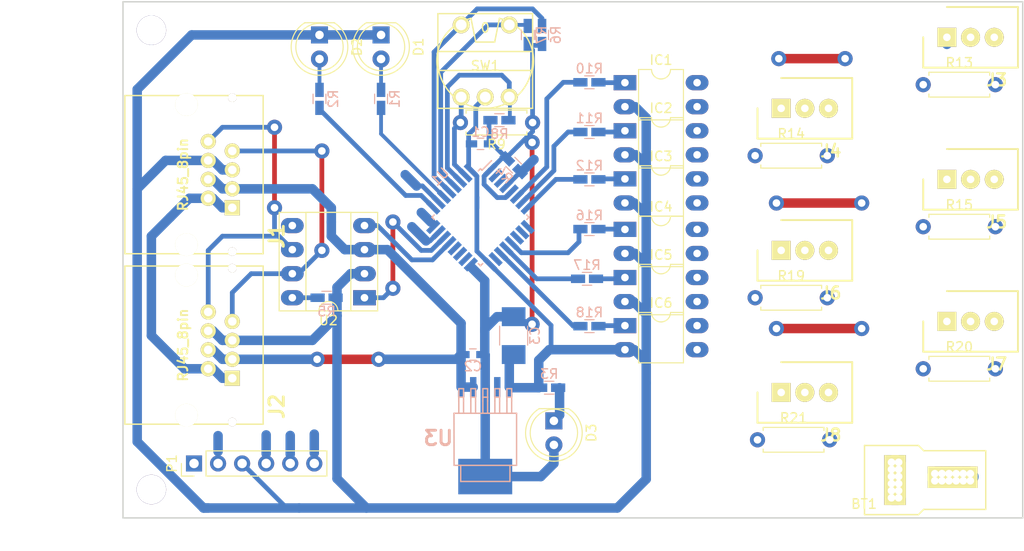
<source format=kicad_pcb>
(kicad_pcb (version 4) (host pcbnew 4.0.6)

  (general
    (links 139)
    (no_connects 40)
    (area 75.390662 77.034 184.100001 139.7)
    (thickness 1.6)
    (drawings 63)
    (tracks 296)
    (zones 0)
    (modules 47)
    (nets 55)
  )

  (page A4)
  (layers
    (0 F.Cu signal)
    (31 B.Cu signal)
    (32 B.Adhes user hide)
    (33 F.Adhes user hide)
    (34 B.Paste user hide)
    (35 F.Paste user hide)
    (36 B.SilkS user hide)
    (37 F.SilkS user hide)
    (38 B.Mask user hide)
    (39 F.Mask user hide)
    (40 Dwgs.User user hide)
    (41 Cmts.User user hide)
    (42 Eco1.User user)
    (43 Eco2.User user)
    (44 Edge.Cuts user)
    (45 Margin user hide)
    (46 B.CrtYd user hide)
    (47 F.CrtYd user hide)
    (48 B.Fab user hide)
    (49 F.Fab user hide)
  )

  (setup
    (last_trace_width 0.5)
    (user_trace_width 0.4)
    (user_trace_width 1)
    (user_trace_width 1.5)
    (trace_clearance 0.2)
    (zone_clearance 0.508)
    (zone_45_only no)
    (trace_min 0)
    (segment_width 0.2)
    (edge_width 0.15)
    (via_size 1.6)
    (via_drill 0.8)
    (via_min_size 1.6)
    (via_min_drill 0.8)
    (user_via 3.11 3.1)
    (uvia_size 0.3)
    (uvia_drill 0.1)
    (uvias_allowed no)
    (uvia_min_size 0.2)
    (uvia_min_drill 0.1)
    (pcb_text_width 0.3)
    (pcb_text_size 1.5 1.5)
    (mod_edge_width 0.15)
    (mod_text_size 1 1)
    (mod_text_width 0.15)
    (pad_size 1.778 1.778)
    (pad_drill 0.8)
    (pad_to_mask_clearance 0.2)
    (aux_axis_origin 0 0)
    (visible_elements 7FFFFFFF)
    (pcbplotparams
      (layerselection 0x01400_80000000)
      (usegerberextensions false)
      (excludeedgelayer true)
      (linewidth 0.100000)
      (plotframeref false)
      (viasonmask false)
      (mode 1)
      (useauxorigin false)
      (hpglpennumber 1)
      (hpglpenspeed 20)
      (hpglpendiameter 15)
      (hpglpenoverlay 2)
      (psnegative false)
      (psa4output false)
      (plotreference true)
      (plotvalue true)
      (plotinvisibletext false)
      (padsonsilk false)
      (subtractmaskfromsilk false)
      (outputformat 1)
      (mirror false)
      (drillshape 0)
      (scaleselection 1)
      (outputdirectory gbr_cutting/))
  )

  (net 0 "")
  (net 1 +7.4V)
  (net 2 GNDPWR)
  (net 3 +3V3)
  (net 4 GND)
  (net 5 +5V)
  (net 6 "Net-(D1-Pad2)")
  (net 7 "Net-(D2-Pad2)")
  (net 8 "Net-(D3-Pad1)")
  (net 9 /Servo0)
  (net 10 "Net-(IC1-Pad3)")
  (net 11 /Servo1)
  (net 12 "Net-(IC2-Pad3)")
  (net 13 /Servo2)
  (net 14 "Net-(IC3-Pad3)")
  (net 15 /Servo3)
  (net 16 "Net-(IC4-Pad3)")
  (net 17 /Servo4)
  (net 18 "Net-(IC5-Pad3)")
  (net 19 /Servo5)
  (net 20 "Net-(IC6-Pad3)")
  (net 21 "Net-(J1-Pad7)")
  (net 22 +12V)
  (net 23 "Net-(J1-Pad8)")
  (net 24 "Net-(P1-Pad1)")
  (net 25 /SWCLK)
  (net 26 /SWDIO)
  (net 27 /NRST)
  (net 28 /SWO)
  (net 29 "Net-(R1-Pad1)")
  (net 30 "Net-(R2-Pad1)")
  (net 31 "Net-(R5-Pad1)")
  (net 32 /RotarySW/BIT0)
  (net 33 /RotarySW/BIT1)
  (net 34 /RotarySW/BIT2)
  (net 35 /RotarySW/BIT3)
  (net 36 "Net-(U1-Pad2)")
  (net 37 "Net-(U1-Pad3)")
  (net 38 "Net-(U1-Pad9)")
  (net 39 "Net-(U1-Pad10)")
  (net 40 "Net-(U1-Pad11)")
  (net 41 "Net-(U1-Pad15)")
  (net 42 /CAN_RxD)
  (net 43 /CAN_TxD)
  (net 44 "Net-(U2-Pad5)")
  (net 45 "Net-(U3-Pad4)")
  (net 46 "Net-(U1-Pad18)")
  (net 47 "Net-(U1-Pad19)")
  (net 48 "Net-(U1-Pad20)")
  (net 49 "Net-(IC1-Pad1)")
  (net 50 "Net-(IC2-Pad1)")
  (net 51 "Net-(IC3-Pad1)")
  (net 52 "Net-(IC4-Pad1)")
  (net 53 "Net-(IC5-Pad1)")
  (net 54 "Net-(IC6-Pad1)")

  (net_class Default "これは標準のネット クラスです。"
    (clearance 0.2)
    (trace_width 0.5)
    (via_dia 1.6)
    (via_drill 0.8)
    (uvia_dia 0.3)
    (uvia_drill 0.1)
    (add_net +12V)
    (add_net +3V3)
    (add_net +5V)
    (add_net +7.4V)
    (add_net /CAN_RxD)
    (add_net /CAN_TxD)
    (add_net /NRST)
    (add_net /RotarySW/BIT0)
    (add_net /RotarySW/BIT1)
    (add_net /RotarySW/BIT2)
    (add_net /RotarySW/BIT3)
    (add_net /SWCLK)
    (add_net /SWDIO)
    (add_net /SWO)
    (add_net /Servo0)
    (add_net /Servo1)
    (add_net /Servo2)
    (add_net /Servo3)
    (add_net /Servo4)
    (add_net /Servo5)
    (add_net GND)
    (add_net GNDPWR)
    (add_net "Net-(D1-Pad2)")
    (add_net "Net-(D2-Pad2)")
    (add_net "Net-(D3-Pad1)")
    (add_net "Net-(IC1-Pad1)")
    (add_net "Net-(IC1-Pad3)")
    (add_net "Net-(IC2-Pad1)")
    (add_net "Net-(IC2-Pad3)")
    (add_net "Net-(IC3-Pad1)")
    (add_net "Net-(IC3-Pad3)")
    (add_net "Net-(IC4-Pad1)")
    (add_net "Net-(IC4-Pad3)")
    (add_net "Net-(IC5-Pad1)")
    (add_net "Net-(IC5-Pad3)")
    (add_net "Net-(IC6-Pad1)")
    (add_net "Net-(IC6-Pad3)")
    (add_net "Net-(J1-Pad7)")
    (add_net "Net-(J1-Pad8)")
    (add_net "Net-(P1-Pad1)")
    (add_net "Net-(R1-Pad1)")
    (add_net "Net-(R2-Pad1)")
    (add_net "Net-(R5-Pad1)")
    (add_net "Net-(U1-Pad10)")
    (add_net "Net-(U1-Pad11)")
    (add_net "Net-(U1-Pad15)")
    (add_net "Net-(U1-Pad18)")
    (add_net "Net-(U1-Pad19)")
    (add_net "Net-(U1-Pad2)")
    (add_net "Net-(U1-Pad20)")
    (add_net "Net-(U1-Pad3)")
    (add_net "Net-(U1-Pad9)")
    (add_net "Net-(U2-Pad5)")
    (add_net "Net-(U3-Pad4)")
  )

  (module YASU:XA_3Pin_LP (layer F.Cu) (tedit 5972E625) (tstamp 5972F017)
    (at 158.5 121 180)
    (descr B04B-XASK-1)
    (tags Connector)
    (path /5971C1F8/5971CE19)
    (fp_text reference J8 (at -5.25 -4.5 180) (layer F.SilkS)
      (effects (font (size 1.27 1.27) (thickness 0.254)))
    )
    (fp_text value servo2 (at -4.75 5.25 180) (layer F.SilkS) hide
      (effects (font (size 1.27 1.27) (thickness 0.254)))
    )
    (fp_line (start 2.75 3.45) (end -7.75 3.45) (layer Dwgs.User) (width 0.05))
    (fp_line (start -7.75 3.45) (end -7.75 -3.45) (layer Dwgs.User) (width 0.05))
    (fp_line (start -7.75 -3.45) (end 2.75 -3.45) (layer Dwgs.User) (width 0.05))
    (fp_line (start 2.75 -3.45) (end 2.75 3.45) (layer Dwgs.User) (width 0.05))
    (fp_line (start 2.5 3.2) (end -7.5 3.2) (layer Dwgs.User) (width 0.1))
    (fp_line (start -7.5 3.2) (end -7.5 -3.2) (layer Dwgs.User) (width 0.1))
    (fp_line (start -7.5 -3.2) (end 2.5 -3.2) (layer Dwgs.User) (width 0.1))
    (fp_line (start 2.5 -3.2) (end 2.5 3.2) (layer Dwgs.User) (width 0.1))
    (fp_line (start 0 3.2) (end -7.5 3.2) (layer F.SilkS) (width 0.2))
    (fp_line (start -7.5 3.2) (end -7.5 -3.2) (layer F.SilkS) (width 0.2))
    (fp_line (start -7.5 -3.2) (end 2.5 -3.2) (layer F.SilkS) (width 0.2))
    (fp_line (start 2.5 -3.2) (end 2.5 0) (layer F.SilkS) (width 0.2))
    (pad 1 thru_hole rect (at 0 0 270) (size 2 2) (drill 0.8) (layers *.Cu *.Mask F.SilkS)
      (net 20 "Net-(IC6-Pad3)"))
    (pad 2 thru_hole circle (at -2.5 0 270) (size 2 2) (drill 0.8) (layers *.Cu *.Mask F.SilkS)
      (net 1 +7.4V))
    (pad 3 thru_hole circle (at -5 0 270) (size 2 2) (drill 0.8) (layers *.Cu *.Mask F.SilkS)
      (net 2 GNDPWR))
  )

  (module Resistors_THT:R_Axial_DIN0207_L6.3mm_D2.5mm_P7.62mm_Horizontal (layer F.Cu) (tedit 5874F706) (tstamp 59732DBF)
    (at 156 126)
    (descr "Resistor, Axial_DIN0207 series, Axial, Horizontal, pin pitch=7.62mm, 0.25W = 1/4W, length*diameter=6.3*2.5mm^2, http://cdn-reichelt.de/documents/datenblatt/B400/1_4W%23YAG.pdf")
    (tags "Resistor Axial_DIN0207 series Axial Horizontal pin pitch 7.62mm 0.25W = 1/4W length 6.3mm diameter 2.5mm")
    (path /5971C1F8/5971CEB8)
    (fp_text reference R21 (at 3.81 -2.31) (layer F.SilkS)
      (effects (font (size 1 1) (thickness 0.15)))
    )
    (fp_text value 1k (at 3.81 2.31) (layer F.Fab)
      (effects (font (size 1 1) (thickness 0.15)))
    )
    (fp_line (start 0.66 -1.25) (end 0.66 1.25) (layer F.Fab) (width 0.1))
    (fp_line (start 0.66 1.25) (end 6.96 1.25) (layer F.Fab) (width 0.1))
    (fp_line (start 6.96 1.25) (end 6.96 -1.25) (layer F.Fab) (width 0.1))
    (fp_line (start 6.96 -1.25) (end 0.66 -1.25) (layer F.Fab) (width 0.1))
    (fp_line (start 0 0) (end 0.66 0) (layer F.Fab) (width 0.1))
    (fp_line (start 7.62 0) (end 6.96 0) (layer F.Fab) (width 0.1))
    (fp_line (start 0.6 -0.98) (end 0.6 -1.31) (layer F.SilkS) (width 0.12))
    (fp_line (start 0.6 -1.31) (end 7.02 -1.31) (layer F.SilkS) (width 0.12))
    (fp_line (start 7.02 -1.31) (end 7.02 -0.98) (layer F.SilkS) (width 0.12))
    (fp_line (start 0.6 0.98) (end 0.6 1.31) (layer F.SilkS) (width 0.12))
    (fp_line (start 0.6 1.31) (end 7.02 1.31) (layer F.SilkS) (width 0.12))
    (fp_line (start 7.02 1.31) (end 7.02 0.98) (layer F.SilkS) (width 0.12))
    (fp_line (start -1.05 -1.6) (end -1.05 1.6) (layer F.CrtYd) (width 0.05))
    (fp_line (start -1.05 1.6) (end 8.7 1.6) (layer F.CrtYd) (width 0.05))
    (fp_line (start 8.7 1.6) (end 8.7 -1.6) (layer F.CrtYd) (width 0.05))
    (fp_line (start 8.7 -1.6) (end -1.05 -1.6) (layer F.CrtYd) (width 0.05))
    (pad 1 thru_hole circle (at 0 0) (size 1.6 1.6) (drill 0.8) (layers *.Cu *.Mask)
      (net 20 "Net-(IC6-Pad3)"))
    (pad 2 thru_hole oval (at 7.62 0) (size 1.6 1.6) (drill 0.8) (layers *.Cu *.Mask)
      (net 2 GNDPWR))
    (model Resistors_THT.3dshapes/R_Axial_DIN0207_L6.3mm_D2.5mm_P7.62mm_Horizontal.wrl
      (at (xyz 0 0 0))
      (scale (xyz 0.393701 0.393701 0.393701))
      (rotate (xyz 0 0 0))
    )
  )

  (module robocon_pcb:7810-8P8C (layer F.Cu) (tedit 560CD89B) (tstamp 5971CDFB)
    (at 98 116 270)
    (tags RJ45)
    (path /594B743E/594B7814)
    (fp_text reference J2 (at 6.477 -7.239 270) (layer F.SilkS)
      (effects (font (thickness 0.3048)))
    )
    (fp_text value RJ45_8pin (at 0 2.667 270) (layer F.SilkS)
      (effects (font (size 1.00076 1.00076) (thickness 0.2032)))
    )
    (fp_line (start -8.35 8.8) (end -8.35 -5.8) (layer F.SilkS) (width 0.15))
    (fp_line (start -8.35 -5.8) (end 8.35 -5.8) (layer F.SilkS) (width 0.15))
    (fp_line (start 8.35 -5.8) (end 8.35 8.8) (layer F.SilkS) (width 0.15))
    (fp_line (start 8.35 8.8) (end -8.35 8.8) (layer F.SilkS) (width 0.15))
    (pad "" np_thru_hole circle (at -7.4 2.3 270) (size 2.4 2.4) (drill 2.4) (layers *.Cu *.Mask F.SilkS))
    (pad "" np_thru_hole circle (at 7.4 2.3 270) (size 2.4 2.4) (drill 2.4) (layers *.Cu *.Mask F.SilkS))
    (pad "" thru_hole circle (at -8.125 -2.54 270) (size 0.9 0.9) (drill 0.9) (layers *.Cu *.Mask F.SilkS))
    (pad "" thru_hole circle (at 8.125 -2.54 270) (size 0.9 0.9) (drill 0.9) (layers *.Cu *.Mask F.SilkS))
    (pad 7 thru_hole circle (at -2.5 -2.54 270) (size 1.6 1.6) (drill 0.9) (layers *.Cu *.Mask F.SilkS)
      (net 21 "Net-(J1-Pad7)"))
    (pad 5 thru_hole circle (at -0.5 -2.54 270) (size 1.6 1.6) (drill 0.9) (layers *.Cu *.Mask F.SilkS)
      (net 4 GND))
    (pad 3 thru_hole circle (at 1.5 -2.54 270) (size 1.6 1.6) (drill 0.9) (layers *.Cu *.Mask F.SilkS)
      (net 5 +5V))
    (pad 1 thru_hole rect (at 3.5 -2.54 270) (size 1.6 1.6) (drill 0.9) (layers *.Cu *.Mask F.SilkS)
      (net 22 +12V))
    (pad 8 thru_hole circle (at -3.5 0 270) (size 1.6 1.6) (drill 0.9) (layers *.Cu *.Mask F.SilkS)
      (net 23 "Net-(J1-Pad8)"))
    (pad 6 thru_hole circle (at -1.5 0 270) (size 1.6 1.6) (drill 0.9) (layers *.Cu *.Mask F.SilkS)
      (net 4 GND))
    (pad 4 thru_hole circle (at 0.5 0 270) (size 1.6 1.6) (drill 0.9) (layers *.Cu *.Mask F.SilkS)
      (net 5 +5V))
    (pad 2 thru_hole circle (at 2.5 0 270) (size 1.6 1.6) (drill 0.9) (layers *.Cu *.Mask F.SilkS)
      (net 22 +12V))
    (model connectors/RJ45_8.wrl
      (at (xyz 0 0 0))
      (scale (xyz 0.4 0.4 0.4))
      (rotate (xyz 0 0 0))
    )
  )

  (module robocon_pcb:7810-8P8C (layer F.Cu) (tedit 560CD89B) (tstamp 5971CDEB)
    (at 98 98 270)
    (tags RJ45)
    (path /594B743E/594B77B8)
    (fp_text reference J1 (at 6.477 -7.239 270) (layer F.SilkS)
      (effects (font (thickness 0.3048)))
    )
    (fp_text value RJ45_8pin (at 0 2.667 270) (layer F.SilkS)
      (effects (font (size 1.00076 1.00076) (thickness 0.2032)))
    )
    (fp_line (start -8.35 8.8) (end -8.35 -5.8) (layer F.SilkS) (width 0.15))
    (fp_line (start -8.35 -5.8) (end 8.35 -5.8) (layer F.SilkS) (width 0.15))
    (fp_line (start 8.35 -5.8) (end 8.35 8.8) (layer F.SilkS) (width 0.15))
    (fp_line (start 8.35 8.8) (end -8.35 8.8) (layer F.SilkS) (width 0.15))
    (pad "" np_thru_hole circle (at -7.4 2.3 270) (size 2.4 2.4) (drill 2.4) (layers *.Cu *.Mask F.SilkS))
    (pad "" np_thru_hole circle (at 7.4 2.3 270) (size 2.4 2.4) (drill 2.4) (layers *.Cu *.Mask F.SilkS))
    (pad "" thru_hole circle (at -8.125 -2.54 270) (size 0.9 0.9) (drill 0.9) (layers *.Cu *.Mask F.SilkS))
    (pad "" thru_hole circle (at 8.125 -2.54 270) (size 0.9 0.9) (drill 0.9) (layers *.Cu *.Mask F.SilkS))
    (pad 7 thru_hole circle (at -2.5 -2.54 270) (size 1.6 1.6) (drill 0.9) (layers *.Cu *.Mask F.SilkS)
      (net 21 "Net-(J1-Pad7)"))
    (pad 5 thru_hole circle (at -0.5 -2.54 270) (size 1.6 1.6) (drill 0.9) (layers *.Cu *.Mask F.SilkS)
      (net 4 GND))
    (pad 3 thru_hole circle (at 1.5 -2.54 270) (size 1.6 1.6) (drill 0.9) (layers *.Cu *.Mask F.SilkS)
      (net 5 +5V))
    (pad 1 thru_hole rect (at 3.5 -2.54 270) (size 1.6 1.6) (drill 0.9) (layers *.Cu *.Mask F.SilkS)
      (net 22 +12V))
    (pad 8 thru_hole circle (at -3.5 0 270) (size 1.6 1.6) (drill 0.9) (layers *.Cu *.Mask F.SilkS)
      (net 23 "Net-(J1-Pad8)"))
    (pad 6 thru_hole circle (at -1.5 0 270) (size 1.6 1.6) (drill 0.9) (layers *.Cu *.Mask F.SilkS)
      (net 4 GND))
    (pad 4 thru_hole circle (at 0.5 0 270) (size 1.6 1.6) (drill 0.9) (layers *.Cu *.Mask F.SilkS)
      (net 5 +5V))
    (pad 2 thru_hole circle (at 2.5 0 270) (size 1.6 1.6) (drill 0.9) (layers *.Cu *.Mask F.SilkS)
      (net 22 +12V))
    (model connectors/RJ45_8.wrl
      (at (xyz 0 0 0))
      (scale (xyz 0.4 0.4 0.4))
      (rotate (xyz 0 0 0))
    )
  )

  (module YASU:XA_3Pin_LP (layer F.Cu) (tedit 5972E625) (tstamp 5972EFE1)
    (at 176 98.5 180)
    (descr B04B-XASK-1)
    (tags Connector)
    (path /5971C1F8/5955C648)
    (fp_text reference J5 (at -5.25 -4.5 180) (layer F.SilkS)
      (effects (font (size 1.27 1.27) (thickness 0.254)))
    )
    (fp_text value servo2 (at -4.75 5.25 180) (layer F.SilkS) hide
      (effects (font (size 1.27 1.27) (thickness 0.254)))
    )
    (fp_line (start 2.75 3.45) (end -7.75 3.45) (layer Dwgs.User) (width 0.05))
    (fp_line (start -7.75 3.45) (end -7.75 -3.45) (layer Dwgs.User) (width 0.05))
    (fp_line (start -7.75 -3.45) (end 2.75 -3.45) (layer Dwgs.User) (width 0.05))
    (fp_line (start 2.75 -3.45) (end 2.75 3.45) (layer Dwgs.User) (width 0.05))
    (fp_line (start 2.5 3.2) (end -7.5 3.2) (layer Dwgs.User) (width 0.1))
    (fp_line (start -7.5 3.2) (end -7.5 -3.2) (layer Dwgs.User) (width 0.1))
    (fp_line (start -7.5 -3.2) (end 2.5 -3.2) (layer Dwgs.User) (width 0.1))
    (fp_line (start 2.5 -3.2) (end 2.5 3.2) (layer Dwgs.User) (width 0.1))
    (fp_line (start 0 3.2) (end -7.5 3.2) (layer F.SilkS) (width 0.2))
    (fp_line (start -7.5 3.2) (end -7.5 -3.2) (layer F.SilkS) (width 0.2))
    (fp_line (start -7.5 -3.2) (end 2.5 -3.2) (layer F.SilkS) (width 0.2))
    (fp_line (start 2.5 -3.2) (end 2.5 0) (layer F.SilkS) (width 0.2))
    (pad 1 thru_hole rect (at 0 0 270) (size 2 2) (drill 0.8) (layers *.Cu *.Mask F.SilkS)
      (net 14 "Net-(IC3-Pad3)"))
    (pad 2 thru_hole circle (at -2.5 0 270) (size 2 2) (drill 0.8) (layers *.Cu *.Mask F.SilkS)
      (net 1 +7.4V))
    (pad 3 thru_hole circle (at -5 0 270) (size 2 2) (drill 0.8) (layers *.Cu *.Mask F.SilkS)
      (net 2 GNDPWR))
  )

  (module Capacitors_SMD:C_1210_HandSoldering (layer B.Cu) (tedit 58AA84FB) (tstamp 5971CD99)
    (at 130.25 115 90)
    (descr "Capacitor SMD 1210, hand soldering")
    (tags "capacitor 1210")
    (path /594B6893/58DB5295)
    (attr smd)
    (fp_text reference C3 (at 0 2.25 90) (layer B.SilkS)
      (effects (font (size 1 1) (thickness 0.15)) (justify mirror))
    )
    (fp_text value 47u (at 0 -2.5 90) (layer B.Fab)
      (effects (font (size 1 1) (thickness 0.15)) (justify mirror))
    )
    (fp_text user %R (at 0 2.25 90) (layer B.Fab)
      (effects (font (size 1 1) (thickness 0.15)) (justify mirror))
    )
    (fp_line (start -1.6 -1.25) (end -1.6 1.25) (layer B.Fab) (width 0.1))
    (fp_line (start 1.6 -1.25) (end -1.6 -1.25) (layer B.Fab) (width 0.1))
    (fp_line (start 1.6 1.25) (end 1.6 -1.25) (layer B.Fab) (width 0.1))
    (fp_line (start -1.6 1.25) (end 1.6 1.25) (layer B.Fab) (width 0.1))
    (fp_line (start 1 1.48) (end -1 1.48) (layer B.SilkS) (width 0.12))
    (fp_line (start -1 -1.48) (end 1 -1.48) (layer B.SilkS) (width 0.12))
    (fp_line (start -3.25 1.5) (end 3.25 1.5) (layer B.CrtYd) (width 0.05))
    (fp_line (start -3.25 1.5) (end -3.25 -1.5) (layer B.CrtYd) (width 0.05))
    (fp_line (start 3.25 -1.5) (end 3.25 1.5) (layer B.CrtYd) (width 0.05))
    (fp_line (start 3.25 -1.5) (end -3.25 -1.5) (layer B.CrtYd) (width 0.05))
    (pad 1 smd rect (at -2 0 90) (size 2 2.5) (layers B.Cu B.Paste B.Mask)
      (net 4 GND))
    (pad 2 smd rect (at 2 0 90) (size 2 2.5) (layers B.Cu B.Paste B.Mask)
      (net 3 +3V3))
    (model Capacitors_SMD.3dshapes/C_1210.wrl
      (at (xyz 0 0 0))
      (scale (xyz 1 1 1))
      (rotate (xyz 0 0 0))
    )
  )

  (module LEDs:LED_D5.0mm (layer F.Cu) (tedit 587A3A7B) (tstamp 5971CD9F)
    (at 116.25 83.25 270)
    (descr "LED, diameter 5.0mm, 2 pins, http://cdn-reichelt.de/documents/datenblatt/A500/LL-504BC2E-009.pdf")
    (tags "LED diameter 5.0mm 2 pins")
    (path /59727C65)
    (fp_text reference D1 (at 1.27 -3.96 270) (layer F.SilkS)
      (effects (font (size 1 1) (thickness 0.15)))
    )
    (fp_text value LED (at 1.27 3.96 270) (layer F.Fab)
      (effects (font (size 1 1) (thickness 0.15)))
    )
    (fp_arc (start 1.27 0) (end -1.23 -1.469694) (angle 299.1) (layer F.Fab) (width 0.1))
    (fp_arc (start 1.27 0) (end -1.29 -1.54483) (angle 148.9) (layer F.SilkS) (width 0.12))
    (fp_arc (start 1.27 0) (end -1.29 1.54483) (angle -148.9) (layer F.SilkS) (width 0.12))
    (fp_circle (center 1.27 0) (end 3.77 0) (layer F.Fab) (width 0.1))
    (fp_circle (center 1.27 0) (end 3.77 0) (layer F.SilkS) (width 0.12))
    (fp_line (start -1.23 -1.469694) (end -1.23 1.469694) (layer F.Fab) (width 0.1))
    (fp_line (start -1.29 -1.545) (end -1.29 1.545) (layer F.SilkS) (width 0.12))
    (fp_line (start -1.95 -3.25) (end -1.95 3.25) (layer F.CrtYd) (width 0.05))
    (fp_line (start -1.95 3.25) (end 4.5 3.25) (layer F.CrtYd) (width 0.05))
    (fp_line (start 4.5 3.25) (end 4.5 -3.25) (layer F.CrtYd) (width 0.05))
    (fp_line (start 4.5 -3.25) (end -1.95 -3.25) (layer F.CrtYd) (width 0.05))
    (pad 1 thru_hole rect (at 0 0 270) (size 1.8 1.8) (drill 0.9) (layers *.Cu *.Mask)
      (net 4 GND))
    (pad 2 thru_hole circle (at 2.54 0 270) (size 1.8 1.8) (drill 0.9) (layers *.Cu *.Mask)
      (net 6 "Net-(D1-Pad2)"))
    (model ${KISYS3DMOD}/LEDs.3dshapes/LED_D5.0mm.wrl
      (at (xyz 0 0 0))
      (scale (xyz 0.393701 0.393701 0.393701))
      (rotate (xyz 0 0 0))
    )
  )

  (module LEDs:LED_D5.0mm (layer F.Cu) (tedit 587A3A7B) (tstamp 5971CDA5)
    (at 109.75 83.25 270)
    (descr "LED, diameter 5.0mm, 2 pins, http://cdn-reichelt.de/documents/datenblatt/A500/LL-504BC2E-009.pdf")
    (tags "LED diameter 5.0mm 2 pins")
    (path /5972966B)
    (fp_text reference D2 (at 1.27 -3.96 270) (layer F.SilkS)
      (effects (font (size 1 1) (thickness 0.15)))
    )
    (fp_text value LED (at 1.27 3.96 270) (layer F.Fab)
      (effects (font (size 1 1) (thickness 0.15)))
    )
    (fp_arc (start 1.27 0) (end -1.23 -1.469694) (angle 299.1) (layer F.Fab) (width 0.1))
    (fp_arc (start 1.27 0) (end -1.29 -1.54483) (angle 148.9) (layer F.SilkS) (width 0.12))
    (fp_arc (start 1.27 0) (end -1.29 1.54483) (angle -148.9) (layer F.SilkS) (width 0.12))
    (fp_circle (center 1.27 0) (end 3.77 0) (layer F.Fab) (width 0.1))
    (fp_circle (center 1.27 0) (end 3.77 0) (layer F.SilkS) (width 0.12))
    (fp_line (start -1.23 -1.469694) (end -1.23 1.469694) (layer F.Fab) (width 0.1))
    (fp_line (start -1.29 -1.545) (end -1.29 1.545) (layer F.SilkS) (width 0.12))
    (fp_line (start -1.95 -3.25) (end -1.95 3.25) (layer F.CrtYd) (width 0.05))
    (fp_line (start -1.95 3.25) (end 4.5 3.25) (layer F.CrtYd) (width 0.05))
    (fp_line (start 4.5 3.25) (end 4.5 -3.25) (layer F.CrtYd) (width 0.05))
    (fp_line (start 4.5 -3.25) (end -1.95 -3.25) (layer F.CrtYd) (width 0.05))
    (pad 1 thru_hole rect (at 0 0 270) (size 1.8 1.8) (drill 0.9) (layers *.Cu *.Mask)
      (net 4 GND))
    (pad 2 thru_hole circle (at 2.54 0 270) (size 1.8 1.8) (drill 0.9) (layers *.Cu *.Mask)
      (net 7 "Net-(D2-Pad2)"))
    (model ${KISYS3DMOD}/LEDs.3dshapes/LED_D5.0mm.wrl
      (at (xyz 0 0 0))
      (scale (xyz 0.393701 0.393701 0.393701))
      (rotate (xyz 0 0 0))
    )
  )

  (module LEDs:LED_D5.0mm (layer F.Cu) (tedit 587A3A7B) (tstamp 5971CDAB)
    (at 134.5 124 270)
    (descr "LED, diameter 5.0mm, 2 pins, http://cdn-reichelt.de/documents/datenblatt/A500/LL-504BC2E-009.pdf")
    (tags "LED diameter 5.0mm 2 pins")
    (path /5954CB91)
    (fp_text reference D3 (at 1.27 -3.96 270) (layer F.SilkS)
      (effects (font (size 1 1) (thickness 0.15)))
    )
    (fp_text value LED (at 1.27 3.96 270) (layer F.Fab)
      (effects (font (size 1 1) (thickness 0.15)))
    )
    (fp_arc (start 1.27 0) (end -1.23 -1.469694) (angle 299.1) (layer F.Fab) (width 0.1))
    (fp_arc (start 1.27 0) (end -1.29 -1.54483) (angle 148.9) (layer F.SilkS) (width 0.12))
    (fp_arc (start 1.27 0) (end -1.29 1.54483) (angle -148.9) (layer F.SilkS) (width 0.12))
    (fp_circle (center 1.27 0) (end 3.77 0) (layer F.Fab) (width 0.1))
    (fp_circle (center 1.27 0) (end 3.77 0) (layer F.SilkS) (width 0.12))
    (fp_line (start -1.23 -1.469694) (end -1.23 1.469694) (layer F.Fab) (width 0.1))
    (fp_line (start -1.29 -1.545) (end -1.29 1.545) (layer F.SilkS) (width 0.12))
    (fp_line (start -1.95 -3.25) (end -1.95 3.25) (layer F.CrtYd) (width 0.05))
    (fp_line (start -1.95 3.25) (end 4.5 3.25) (layer F.CrtYd) (width 0.05))
    (fp_line (start 4.5 3.25) (end 4.5 -3.25) (layer F.CrtYd) (width 0.05))
    (fp_line (start 4.5 -3.25) (end -1.95 -3.25) (layer F.CrtYd) (width 0.05))
    (pad 1 thru_hole rect (at 0 0 270) (size 1.8 1.8) (drill 0.9) (layers *.Cu *.Mask)
      (net 8 "Net-(D3-Pad1)"))
    (pad 2 thru_hole circle (at 2.54 0 270) (size 1.8 1.8) (drill 0.9) (layers *.Cu *.Mask)
      (net 3 +3V3))
    (model ${KISYS3DMOD}/LEDs.3dshapes/LED_D5.0mm.wrl
      (at (xyz 0 0 0))
      (scale (xyz 0.393701 0.393701 0.393701))
      (rotate (xyz 0 0 0))
    )
  )

  (module Housings_DIP:DIP-4_W7.62mm_LongPads (layer F.Cu) (tedit 58CC8E31) (tstamp 5971CDB3)
    (at 142.002 88.29)
    (descr "4-lead dip package, row spacing 7.62 mm (300 mils), LongPads")
    (tags "DIL DIP PDIP 2.54mm 7.62mm 300mil LongPads")
    (path /5971C1F8/5955C6A4)
    (fp_text reference IC1 (at 3.81 -2.39) (layer F.SilkS)
      (effects (font (size 1 1) (thickness 0.15)))
    )
    (fp_text value TLP521 (at 3.81 4.93) (layer F.Fab)
      (effects (font (size 1 1) (thickness 0.15)))
    )
    (fp_text user %R (at 3.81 1.27) (layer F.Fab)
      (effects (font (size 1 1) (thickness 0.15)))
    )
    (fp_line (start 1.635 -1.27) (end 6.985 -1.27) (layer F.Fab) (width 0.1))
    (fp_line (start 6.985 -1.27) (end 6.985 3.81) (layer F.Fab) (width 0.1))
    (fp_line (start 6.985 3.81) (end 0.635 3.81) (layer F.Fab) (width 0.1))
    (fp_line (start 0.635 3.81) (end 0.635 -0.27) (layer F.Fab) (width 0.1))
    (fp_line (start 0.635 -0.27) (end 1.635 -1.27) (layer F.Fab) (width 0.1))
    (fp_line (start 2.81 -1.39) (end 1.44 -1.39) (layer F.SilkS) (width 0.12))
    (fp_line (start 1.44 -1.39) (end 1.44 3.93) (layer F.SilkS) (width 0.12))
    (fp_line (start 1.44 3.93) (end 6.18 3.93) (layer F.SilkS) (width 0.12))
    (fp_line (start 6.18 3.93) (end 6.18 -1.39) (layer F.SilkS) (width 0.12))
    (fp_line (start 6.18 -1.39) (end 4.81 -1.39) (layer F.SilkS) (width 0.12))
    (fp_line (start -1.5 -1.6) (end -1.5 4.1) (layer F.CrtYd) (width 0.05))
    (fp_line (start -1.5 4.1) (end 9.1 4.1) (layer F.CrtYd) (width 0.05))
    (fp_line (start 9.1 4.1) (end 9.1 -1.6) (layer F.CrtYd) (width 0.05))
    (fp_line (start 9.1 -1.6) (end -1.5 -1.6) (layer F.CrtYd) (width 0.05))
    (fp_arc (start 3.81 -1.39) (end 2.81 -1.39) (angle -180) (layer F.SilkS) (width 0.12))
    (pad 1 thru_hole rect (at 0 0) (size 2.4 1.6) (drill 0.8) (layers *.Cu *.Mask)
      (net 49 "Net-(IC1-Pad1)"))
    (pad 3 thru_hole oval (at 7.62 2.54) (size 2.4 1.6) (drill 0.8) (layers *.Cu *.Mask)
      (net 10 "Net-(IC1-Pad3)"))
    (pad 2 thru_hole oval (at 0 2.54) (size 2.4 1.6) (drill 0.8) (layers *.Cu *.Mask)
      (net 4 GND))
    (pad 4 thru_hole oval (at 7.62 0) (size 2.4 1.6) (drill 0.8) (layers *.Cu *.Mask)
      (net 1 +7.4V))
    (model ${KISYS3DMOD}/Housings_DIP.3dshapes/DIP-4_W7.62mm_LongPads.wrl
      (at (xyz 0 0 0))
      (scale (xyz 1 1 1))
      (rotate (xyz 0 0 0))
    )
  )

  (module Housings_DIP:DIP-4_W7.62mm_LongPads (layer F.Cu) (tedit 58CC8E31) (tstamp 5971CDBB)
    (at 142.002 93.37)
    (descr "4-lead dip package, row spacing 7.62 mm (300 mils), LongPads")
    (tags "DIL DIP PDIP 2.54mm 7.62mm 300mil LongPads")
    (path /5971C1F8/5955C6C4)
    (fp_text reference IC2 (at 3.81 -2.39) (layer F.SilkS)
      (effects (font (size 1 1) (thickness 0.15)))
    )
    (fp_text value TLP521 (at 3.81 4.93) (layer F.Fab)
      (effects (font (size 1 1) (thickness 0.15)))
    )
    (fp_text user %R (at 3.81 1.27) (layer F.Fab)
      (effects (font (size 1 1) (thickness 0.15)))
    )
    (fp_line (start 1.635 -1.27) (end 6.985 -1.27) (layer F.Fab) (width 0.1))
    (fp_line (start 6.985 -1.27) (end 6.985 3.81) (layer F.Fab) (width 0.1))
    (fp_line (start 6.985 3.81) (end 0.635 3.81) (layer F.Fab) (width 0.1))
    (fp_line (start 0.635 3.81) (end 0.635 -0.27) (layer F.Fab) (width 0.1))
    (fp_line (start 0.635 -0.27) (end 1.635 -1.27) (layer F.Fab) (width 0.1))
    (fp_line (start 2.81 -1.39) (end 1.44 -1.39) (layer F.SilkS) (width 0.12))
    (fp_line (start 1.44 -1.39) (end 1.44 3.93) (layer F.SilkS) (width 0.12))
    (fp_line (start 1.44 3.93) (end 6.18 3.93) (layer F.SilkS) (width 0.12))
    (fp_line (start 6.18 3.93) (end 6.18 -1.39) (layer F.SilkS) (width 0.12))
    (fp_line (start 6.18 -1.39) (end 4.81 -1.39) (layer F.SilkS) (width 0.12))
    (fp_line (start -1.5 -1.6) (end -1.5 4.1) (layer F.CrtYd) (width 0.05))
    (fp_line (start -1.5 4.1) (end 9.1 4.1) (layer F.CrtYd) (width 0.05))
    (fp_line (start 9.1 4.1) (end 9.1 -1.6) (layer F.CrtYd) (width 0.05))
    (fp_line (start 9.1 -1.6) (end -1.5 -1.6) (layer F.CrtYd) (width 0.05))
    (fp_arc (start 3.81 -1.39) (end 2.81 -1.39) (angle -180) (layer F.SilkS) (width 0.12))
    (pad 1 thru_hole rect (at 0 0) (size 2.4 1.6) (drill 0.8) (layers *.Cu *.Mask)
      (net 50 "Net-(IC2-Pad1)"))
    (pad 3 thru_hole oval (at 7.62 2.54) (size 2.4 1.6) (drill 0.8) (layers *.Cu *.Mask)
      (net 12 "Net-(IC2-Pad3)"))
    (pad 2 thru_hole oval (at 0 2.54) (size 2.4 1.6) (drill 0.8) (layers *.Cu *.Mask)
      (net 4 GND))
    (pad 4 thru_hole oval (at 7.62 0) (size 2.4 1.6) (drill 0.8) (layers *.Cu *.Mask)
      (net 1 +7.4V))
    (model ${KISYS3DMOD}/Housings_DIP.3dshapes/DIP-4_W7.62mm_LongPads.wrl
      (at (xyz 0 0 0))
      (scale (xyz 1 1 1))
      (rotate (xyz 0 0 0))
    )
  )

  (module Housings_DIP:DIP-4_W7.62mm_LongPads (layer F.Cu) (tedit 58CC8E31) (tstamp 5971CDC3)
    (at 142.002 98.45)
    (descr "4-lead dip package, row spacing 7.62 mm (300 mils), LongPads")
    (tags "DIL DIP PDIP 2.54mm 7.62mm 300mil LongPads")
    (path /5971C1F8/5955C739)
    (fp_text reference IC3 (at 3.81 -2.39) (layer F.SilkS)
      (effects (font (size 1 1) (thickness 0.15)))
    )
    (fp_text value TLP521 (at 3.81 4.93) (layer F.Fab)
      (effects (font (size 1 1) (thickness 0.15)))
    )
    (fp_text user %R (at 3.81 1.27) (layer F.Fab)
      (effects (font (size 1 1) (thickness 0.15)))
    )
    (fp_line (start 1.635 -1.27) (end 6.985 -1.27) (layer F.Fab) (width 0.1))
    (fp_line (start 6.985 -1.27) (end 6.985 3.81) (layer F.Fab) (width 0.1))
    (fp_line (start 6.985 3.81) (end 0.635 3.81) (layer F.Fab) (width 0.1))
    (fp_line (start 0.635 3.81) (end 0.635 -0.27) (layer F.Fab) (width 0.1))
    (fp_line (start 0.635 -0.27) (end 1.635 -1.27) (layer F.Fab) (width 0.1))
    (fp_line (start 2.81 -1.39) (end 1.44 -1.39) (layer F.SilkS) (width 0.12))
    (fp_line (start 1.44 -1.39) (end 1.44 3.93) (layer F.SilkS) (width 0.12))
    (fp_line (start 1.44 3.93) (end 6.18 3.93) (layer F.SilkS) (width 0.12))
    (fp_line (start 6.18 3.93) (end 6.18 -1.39) (layer F.SilkS) (width 0.12))
    (fp_line (start 6.18 -1.39) (end 4.81 -1.39) (layer F.SilkS) (width 0.12))
    (fp_line (start -1.5 -1.6) (end -1.5 4.1) (layer F.CrtYd) (width 0.05))
    (fp_line (start -1.5 4.1) (end 9.1 4.1) (layer F.CrtYd) (width 0.05))
    (fp_line (start 9.1 4.1) (end 9.1 -1.6) (layer F.CrtYd) (width 0.05))
    (fp_line (start 9.1 -1.6) (end -1.5 -1.6) (layer F.CrtYd) (width 0.05))
    (fp_arc (start 3.81 -1.39) (end 2.81 -1.39) (angle -180) (layer F.SilkS) (width 0.12))
    (pad 1 thru_hole rect (at 0 0) (size 2.4 1.6) (drill 0.8) (layers *.Cu *.Mask)
      (net 51 "Net-(IC3-Pad1)"))
    (pad 3 thru_hole oval (at 7.62 2.54) (size 2.4 1.6) (drill 0.8) (layers *.Cu *.Mask)
      (net 14 "Net-(IC3-Pad3)"))
    (pad 2 thru_hole oval (at 0 2.54) (size 2.4 1.6) (drill 0.8) (layers *.Cu *.Mask)
      (net 4 GND))
    (pad 4 thru_hole oval (at 7.62 0) (size 2.4 1.6) (drill 0.8) (layers *.Cu *.Mask)
      (net 1 +7.4V))
    (model ${KISYS3DMOD}/Housings_DIP.3dshapes/DIP-4_W7.62mm_LongPads.wrl
      (at (xyz 0 0 0))
      (scale (xyz 1 1 1))
      (rotate (xyz 0 0 0))
    )
  )

  (module Housings_DIP:DIP-4_W7.62mm_LongPads (layer F.Cu) (tedit 58CC8E31) (tstamp 5971CDCB)
    (at 142.002 103.784)
    (descr "4-lead dip package, row spacing 7.62 mm (300 mils), LongPads")
    (tags "DIL DIP PDIP 2.54mm 7.62mm 300mil LongPads")
    (path /5971C1F8/5971CE57)
    (fp_text reference IC4 (at 3.81 -2.39) (layer F.SilkS)
      (effects (font (size 1 1) (thickness 0.15)))
    )
    (fp_text value TLP521 (at 3.81 4.93) (layer F.Fab)
      (effects (font (size 1 1) (thickness 0.15)))
    )
    (fp_text user %R (at 3.81 1.27) (layer F.Fab)
      (effects (font (size 1 1) (thickness 0.15)))
    )
    (fp_line (start 1.635 -1.27) (end 6.985 -1.27) (layer F.Fab) (width 0.1))
    (fp_line (start 6.985 -1.27) (end 6.985 3.81) (layer F.Fab) (width 0.1))
    (fp_line (start 6.985 3.81) (end 0.635 3.81) (layer F.Fab) (width 0.1))
    (fp_line (start 0.635 3.81) (end 0.635 -0.27) (layer F.Fab) (width 0.1))
    (fp_line (start 0.635 -0.27) (end 1.635 -1.27) (layer F.Fab) (width 0.1))
    (fp_line (start 2.81 -1.39) (end 1.44 -1.39) (layer F.SilkS) (width 0.12))
    (fp_line (start 1.44 -1.39) (end 1.44 3.93) (layer F.SilkS) (width 0.12))
    (fp_line (start 1.44 3.93) (end 6.18 3.93) (layer F.SilkS) (width 0.12))
    (fp_line (start 6.18 3.93) (end 6.18 -1.39) (layer F.SilkS) (width 0.12))
    (fp_line (start 6.18 -1.39) (end 4.81 -1.39) (layer F.SilkS) (width 0.12))
    (fp_line (start -1.5 -1.6) (end -1.5 4.1) (layer F.CrtYd) (width 0.05))
    (fp_line (start -1.5 4.1) (end 9.1 4.1) (layer F.CrtYd) (width 0.05))
    (fp_line (start 9.1 4.1) (end 9.1 -1.6) (layer F.CrtYd) (width 0.05))
    (fp_line (start 9.1 -1.6) (end -1.5 -1.6) (layer F.CrtYd) (width 0.05))
    (fp_arc (start 3.81 -1.39) (end 2.81 -1.39) (angle -180) (layer F.SilkS) (width 0.12))
    (pad 1 thru_hole rect (at 0 0) (size 2.4 1.6) (drill 0.8) (layers *.Cu *.Mask)
      (net 52 "Net-(IC4-Pad1)"))
    (pad 3 thru_hole oval (at 7.62 2.54) (size 2.4 1.6) (drill 0.8) (layers *.Cu *.Mask)
      (net 16 "Net-(IC4-Pad3)"))
    (pad 2 thru_hole oval (at 0 2.54) (size 2.4 1.6) (drill 0.8) (layers *.Cu *.Mask)
      (net 4 GND))
    (pad 4 thru_hole oval (at 7.62 0) (size 2.4 1.6) (drill 0.8) (layers *.Cu *.Mask)
      (net 1 +7.4V))
    (model ${KISYS3DMOD}/Housings_DIP.3dshapes/DIP-4_W7.62mm_LongPads.wrl
      (at (xyz 0 0 0))
      (scale (xyz 1 1 1))
      (rotate (xyz 0 0 0))
    )
  )

  (module Housings_DIP:DIP-4_W7.62mm_LongPads (layer F.Cu) (tedit 58CC8E31) (tstamp 5971CDD3)
    (at 142.002 108.864)
    (descr "4-lead dip package, row spacing 7.62 mm (300 mils), LongPads")
    (tags "DIL DIP PDIP 2.54mm 7.62mm 300mil LongPads")
    (path /5971C1F8/5971CE74)
    (fp_text reference IC5 (at 3.81 -2.39) (layer F.SilkS)
      (effects (font (size 1 1) (thickness 0.15)))
    )
    (fp_text value TLP521 (at 3.81 4.93) (layer F.Fab)
      (effects (font (size 1 1) (thickness 0.15)))
    )
    (fp_text user %R (at 3.81 1.27) (layer F.Fab)
      (effects (font (size 1 1) (thickness 0.15)))
    )
    (fp_line (start 1.635 -1.27) (end 6.985 -1.27) (layer F.Fab) (width 0.1))
    (fp_line (start 6.985 -1.27) (end 6.985 3.81) (layer F.Fab) (width 0.1))
    (fp_line (start 6.985 3.81) (end 0.635 3.81) (layer F.Fab) (width 0.1))
    (fp_line (start 0.635 3.81) (end 0.635 -0.27) (layer F.Fab) (width 0.1))
    (fp_line (start 0.635 -0.27) (end 1.635 -1.27) (layer F.Fab) (width 0.1))
    (fp_line (start 2.81 -1.39) (end 1.44 -1.39) (layer F.SilkS) (width 0.12))
    (fp_line (start 1.44 -1.39) (end 1.44 3.93) (layer F.SilkS) (width 0.12))
    (fp_line (start 1.44 3.93) (end 6.18 3.93) (layer F.SilkS) (width 0.12))
    (fp_line (start 6.18 3.93) (end 6.18 -1.39) (layer F.SilkS) (width 0.12))
    (fp_line (start 6.18 -1.39) (end 4.81 -1.39) (layer F.SilkS) (width 0.12))
    (fp_line (start -1.5 -1.6) (end -1.5 4.1) (layer F.CrtYd) (width 0.05))
    (fp_line (start -1.5 4.1) (end 9.1 4.1) (layer F.CrtYd) (width 0.05))
    (fp_line (start 9.1 4.1) (end 9.1 -1.6) (layer F.CrtYd) (width 0.05))
    (fp_line (start 9.1 -1.6) (end -1.5 -1.6) (layer F.CrtYd) (width 0.05))
    (fp_arc (start 3.81 -1.39) (end 2.81 -1.39) (angle -180) (layer F.SilkS) (width 0.12))
    (pad 1 thru_hole rect (at 0 0) (size 2.4 1.6) (drill 0.8) (layers *.Cu *.Mask)
      (net 53 "Net-(IC5-Pad1)"))
    (pad 3 thru_hole oval (at 7.62 2.54) (size 2.4 1.6) (drill 0.8) (layers *.Cu *.Mask)
      (net 18 "Net-(IC5-Pad3)"))
    (pad 2 thru_hole oval (at 0 2.54) (size 2.4 1.6) (drill 0.8) (layers *.Cu *.Mask)
      (net 4 GND))
    (pad 4 thru_hole oval (at 7.62 0) (size 2.4 1.6) (drill 0.8) (layers *.Cu *.Mask)
      (net 1 +7.4V))
    (model ${KISYS3DMOD}/Housings_DIP.3dshapes/DIP-4_W7.62mm_LongPads.wrl
      (at (xyz 0 0 0))
      (scale (xyz 1 1 1))
      (rotate (xyz 0 0 0))
    )
  )

  (module Housings_DIP:DIP-4_W7.62mm_LongPads (layer F.Cu) (tedit 58CC8E31) (tstamp 5971CDDB)
    (at 142.002 113.944)
    (descr "4-lead dip package, row spacing 7.62 mm (300 mils), LongPads")
    (tags "DIL DIP PDIP 2.54mm 7.62mm 300mil LongPads")
    (path /5971C1F8/5971CEB2)
    (fp_text reference IC6 (at 3.81 -2.39) (layer F.SilkS)
      (effects (font (size 1 1) (thickness 0.15)))
    )
    (fp_text value TLP521 (at 3.81 4.93) (layer F.Fab)
      (effects (font (size 1 1) (thickness 0.15)))
    )
    (fp_text user %R (at 3.81 1.27) (layer F.Fab)
      (effects (font (size 1 1) (thickness 0.15)))
    )
    (fp_line (start 1.635 -1.27) (end 6.985 -1.27) (layer F.Fab) (width 0.1))
    (fp_line (start 6.985 -1.27) (end 6.985 3.81) (layer F.Fab) (width 0.1))
    (fp_line (start 6.985 3.81) (end 0.635 3.81) (layer F.Fab) (width 0.1))
    (fp_line (start 0.635 3.81) (end 0.635 -0.27) (layer F.Fab) (width 0.1))
    (fp_line (start 0.635 -0.27) (end 1.635 -1.27) (layer F.Fab) (width 0.1))
    (fp_line (start 2.81 -1.39) (end 1.44 -1.39) (layer F.SilkS) (width 0.12))
    (fp_line (start 1.44 -1.39) (end 1.44 3.93) (layer F.SilkS) (width 0.12))
    (fp_line (start 1.44 3.93) (end 6.18 3.93) (layer F.SilkS) (width 0.12))
    (fp_line (start 6.18 3.93) (end 6.18 -1.39) (layer F.SilkS) (width 0.12))
    (fp_line (start 6.18 -1.39) (end 4.81 -1.39) (layer F.SilkS) (width 0.12))
    (fp_line (start -1.5 -1.6) (end -1.5 4.1) (layer F.CrtYd) (width 0.05))
    (fp_line (start -1.5 4.1) (end 9.1 4.1) (layer F.CrtYd) (width 0.05))
    (fp_line (start 9.1 4.1) (end 9.1 -1.6) (layer F.CrtYd) (width 0.05))
    (fp_line (start 9.1 -1.6) (end -1.5 -1.6) (layer F.CrtYd) (width 0.05))
    (fp_arc (start 3.81 -1.39) (end 2.81 -1.39) (angle -180) (layer F.SilkS) (width 0.12))
    (pad 1 thru_hole rect (at 0 0) (size 2.4 1.6) (drill 0.8) (layers *.Cu *.Mask)
      (net 54 "Net-(IC6-Pad1)"))
    (pad 3 thru_hole oval (at 7.62 2.54) (size 2.4 1.6) (drill 0.8) (layers *.Cu *.Mask)
      (net 20 "Net-(IC6-Pad3)"))
    (pad 2 thru_hole oval (at 0 2.54) (size 2.4 1.6) (drill 0.8) (layers *.Cu *.Mask)
      (net 4 GND))
    (pad 4 thru_hole oval (at 7.62 0) (size 2.4 1.6) (drill 0.8) (layers *.Cu *.Mask)
      (net 1 +7.4V))
    (model ${KISYS3DMOD}/Housings_DIP.3dshapes/DIP-4_W7.62mm_LongPads.wrl
      (at (xyz 0 0 0))
      (scale (xyz 1 1 1))
      (rotate (xyz 0 0 0))
    )
  )

  (module Pin_Headers:Pin_Header_Straight_1x06_Pitch2.54mm (layer F.Cu) (tedit 59650532) (tstamp 5971CE2F)
    (at 96.5 128.5 90)
    (descr "Through hole straight pin header, 1x06, 2.54mm pitch, single row")
    (tags "Through hole pin header THT 1x06 2.54mm single row")
    (path /594B6A4E/58DA469F)
    (fp_text reference P1 (at 0 -2.33 90) (layer F.SilkS)
      (effects (font (size 1 1) (thickness 0.15)))
    )
    (fp_text value CONN_01X06 (at 0 15.03 90) (layer F.Fab)
      (effects (font (size 1 1) (thickness 0.15)))
    )
    (fp_line (start -0.635 -1.27) (end 1.27 -1.27) (layer F.Fab) (width 0.1))
    (fp_line (start 1.27 -1.27) (end 1.27 13.97) (layer F.Fab) (width 0.1))
    (fp_line (start 1.27 13.97) (end -1.27 13.97) (layer F.Fab) (width 0.1))
    (fp_line (start -1.27 13.97) (end -1.27 -0.635) (layer F.Fab) (width 0.1))
    (fp_line (start -1.27 -0.635) (end -0.635 -1.27) (layer F.Fab) (width 0.1))
    (fp_line (start -1.33 14.03) (end 1.33 14.03) (layer F.SilkS) (width 0.12))
    (fp_line (start -1.33 1.27) (end -1.33 14.03) (layer F.SilkS) (width 0.12))
    (fp_line (start 1.33 1.27) (end 1.33 14.03) (layer F.SilkS) (width 0.12))
    (fp_line (start -1.33 1.27) (end 1.33 1.27) (layer F.SilkS) (width 0.12))
    (fp_line (start -1.33 0) (end -1.33 -1.33) (layer F.SilkS) (width 0.12))
    (fp_line (start -1.33 -1.33) (end 0 -1.33) (layer F.SilkS) (width 0.12))
    (fp_line (start -1.8 -1.8) (end -1.8 14.5) (layer F.CrtYd) (width 0.05))
    (fp_line (start -1.8 14.5) (end 1.8 14.5) (layer F.CrtYd) (width 0.05))
    (fp_line (start 1.8 14.5) (end 1.8 -1.8) (layer F.CrtYd) (width 0.05))
    (fp_line (start 1.8 -1.8) (end -1.8 -1.8) (layer F.CrtYd) (width 0.05))
    (fp_text user %R (at 0 6.35 180) (layer F.Fab)
      (effects (font (size 1 1) (thickness 0.15)))
    )
    (pad 1 thru_hole rect (at 0 0 90) (size 1.7 1.7) (drill 1) (layers *.Cu *.Mask)
      (net 24 "Net-(P1-Pad1)"))
    (pad 2 thru_hole oval (at 0 2.54 90) (size 1.7 1.7) (drill 1) (layers *.Cu *.Mask)
      (net 25 /SWCLK))
    (pad 3 thru_hole oval (at 0 5.08 90) (size 1.7 1.7) (drill 1) (layers *.Cu *.Mask)
      (net 4 GND))
    (pad 4 thru_hole oval (at 0 7.62 90) (size 1.7 1.7) (drill 1) (layers *.Cu *.Mask)
      (net 26 /SWDIO))
    (pad 5 thru_hole oval (at 0 10.16 90) (size 1.7 1.7) (drill 1) (layers *.Cu *.Mask)
      (net 27 /NRST))
    (pad 6 thru_hole oval (at 0 12.7 90) (size 1.7 1.7) (drill 1) (layers *.Cu *.Mask)
      (net 28 /SWO))
    (model ${KISYS3DMOD}/Pin_Headers.3dshapes/Pin_Header_Straight_1x06_Pitch2.54mm.wrl
      (at (xyz 0 0 0))
      (scale (xyz 1 1 1))
      (rotate (xyz 0 0 0))
    )
  )

  (module YASU:RotarySW (layer F.Cu) (tedit 57DE4326) (tstamp 5971CEB6)
    (at 127.25 86)
    (path /594B68C0/5936F68D)
    (fp_text reference SW1 (at 0 0.5) (layer F.SilkS)
      (effects (font (size 1 1) (thickness 0.15)))
    )
    (fp_text value SW_ROTARY (at 0 -0.635) (layer F.Fab)
      (effects (font (size 1 1) (thickness 0.15)))
    )
    (fp_text user 0 (at 0 -3.5) (layer F.SilkS)
      (effects (font (size 1 1) (thickness 0.15)))
    )
    (fp_line (start -1.5 -4.5) (end -1 -2) (layer F.SilkS) (width 0.15))
    (fp_line (start -1 -2) (end 1 -2) (layer F.SilkS) (width 0.15))
    (fp_line (start 1 -2) (end 1.5 -4.5) (layer F.SilkS) (width 0.15))
    (fp_arc (start 0.5 0) (end 1.5 -4.5) (angle 90) (layer F.SilkS) (width 0.15))
    (fp_arc (start -0.5 0) (end -5 1) (angle 90) (layer F.SilkS) (width 0.15))
    (fp_arc (start 0 0) (end 0 5) (angle 90) (layer F.SilkS) (width 0.15))
    (fp_arc (start 0 0) (end 5 0) (angle 90) (layer F.SilkS) (width 0.15))
    (fp_line (start -5 1) (end 5 1) (layer F.SilkS) (width 0.15))
    (fp_line (start 5 -1) (end -5 -1) (layer F.SilkS) (width 0.15))
    (fp_line (start -5 -5) (end -5 5) (layer F.SilkS) (width 0.15))
    (fp_line (start -5 5) (end 5 5) (layer F.SilkS) (width 0.15))
    (fp_line (start 5 5) (end 5 -5) (layer F.SilkS) (width 0.15))
    (fp_line (start 5 -5) (end -5 -5) (layer F.SilkS) (width 0.15))
    (pad 2 thru_hole circle (at 2.54 -3.81) (size 1.778 1.778) (drill 1.143) (layers *.Cu *.Mask F.SilkS)
      (net 33 /RotarySW/BIT1))
    (pad 1 thru_hole circle (at -2.54 -3.81) (size 1.778 1.778) (drill 1.143) (layers *.Cu *.Mask F.SilkS)
      (net 32 /RotarySW/BIT0))
    (pad 5 thru_hole circle (at -2.54 3.81) (size 1.778 1.778) (drill 1.143) (layers *.Cu *.Mask F.SilkS)
      (net 35 /RotarySW/BIT3))
    (pad 4 thru_hole circle (at 0 3.81) (size 1.778 1.778) (drill 1.143) (layers *.Cu *.Mask F.SilkS)
      (net 4 GND))
    (pad 3 thru_hole circle (at 2.54 3.81) (size 1.778 1.778) (drill 1.143) (layers *.Cu *.Mask F.SilkS)
      (net 34 /RotarySW/BIT2))
  )

  (module Housings_QFP:TQFP-32_7x7mm_Pitch0.8mm (layer B.Cu) (tedit 58CC9A48) (tstamp 5971CEDA)
    (at 126.75 102.5 225)
    (descr "32-Lead Plastic Thin Quad Flatpack (PT) - 7x7x1.0 mm Body, 2.00 mm [TQFP] (see Microchip Packaging Specification 00000049BS.pdf)")
    (tags "QFP 0.8")
    (path /594E6898)
    (attr smd)
    (fp_text reference U1 (at 0 6.05 225) (layer B.SilkS)
      (effects (font (size 1 1) (thickness 0.15)) (justify mirror))
    )
    (fp_text value STM32F042K6Tx (at 0 -6.05 225) (layer B.Fab)
      (effects (font (size 1 1) (thickness 0.15)) (justify mirror))
    )
    (fp_text user %R (at 0 0 225) (layer B.Fab)
      (effects (font (size 1 1) (thickness 0.15)) (justify mirror))
    )
    (fp_line (start -2.5 3.5) (end 3.5 3.5) (layer B.Fab) (width 0.15))
    (fp_line (start 3.5 3.5) (end 3.5 -3.5) (layer B.Fab) (width 0.15))
    (fp_line (start 3.5 -3.5) (end -3.5 -3.5) (layer B.Fab) (width 0.15))
    (fp_line (start -3.5 -3.5) (end -3.5 2.5) (layer B.Fab) (width 0.15))
    (fp_line (start -3.5 2.5) (end -2.5 3.5) (layer B.Fab) (width 0.15))
    (fp_line (start -5.3 5.3) (end -5.3 -5.3) (layer B.CrtYd) (width 0.05))
    (fp_line (start 5.3 5.3) (end 5.3 -5.3) (layer B.CrtYd) (width 0.05))
    (fp_line (start -5.3 5.3) (end 5.3 5.3) (layer B.CrtYd) (width 0.05))
    (fp_line (start -5.3 -5.3) (end 5.3 -5.3) (layer B.CrtYd) (width 0.05))
    (fp_line (start -3.625 3.625) (end -3.625 3.4) (layer B.SilkS) (width 0.15))
    (fp_line (start 3.625 3.625) (end 3.625 3.3) (layer B.SilkS) (width 0.15))
    (fp_line (start 3.625 -3.625) (end 3.625 -3.3) (layer B.SilkS) (width 0.15))
    (fp_line (start -3.625 -3.625) (end -3.625 -3.3) (layer B.SilkS) (width 0.15))
    (fp_line (start -3.625 3.625) (end -3.3 3.625) (layer B.SilkS) (width 0.15))
    (fp_line (start -3.625 -3.625) (end -3.3 -3.625) (layer B.SilkS) (width 0.15))
    (fp_line (start 3.625 -3.625) (end 3.3 -3.625) (layer B.SilkS) (width 0.15))
    (fp_line (start 3.625 3.625) (end 3.3 3.625) (layer B.SilkS) (width 0.15))
    (fp_line (start -3.625 3.4) (end -5.05 3.4) (layer B.SilkS) (width 0.15))
    (pad 1 smd rect (at -4.25 2.8 225) (size 1.6 0.55) (layers B.Cu B.Paste B.Mask)
      (net 3 +3V3))
    (pad 2 smd rect (at -4.25 2 225) (size 1.6 0.55) (layers B.Cu B.Paste B.Mask)
      (net 36 "Net-(U1-Pad2)"))
    (pad 3 smd rect (at -4.25 1.2 225) (size 1.6 0.55) (layers B.Cu B.Paste B.Mask)
      (net 37 "Net-(U1-Pad3)"))
    (pad 4 smd rect (at -4.25 0.4 225) (size 1.6 0.55) (layers B.Cu B.Paste B.Mask)
      (net 27 /NRST))
    (pad 5 smd rect (at -4.25 -0.4 225) (size 1.6 0.55) (layers B.Cu B.Paste B.Mask)
      (net 3 +3V3))
    (pad 6 smd rect (at -4.25 -1.2 225) (size 1.6 0.55) (layers B.Cu B.Paste B.Mask)
      (net 9 /Servo0))
    (pad 7 smd rect (at -4.25 -2 225) (size 1.6 0.55) (layers B.Cu B.Paste B.Mask)
      (net 11 /Servo1))
    (pad 8 smd rect (at -4.25 -2.8 225) (size 1.6 0.55) (layers B.Cu B.Paste B.Mask)
      (net 13 /Servo2))
    (pad 9 smd rect (at -2.8 -4.25 135) (size 1.6 0.55) (layers B.Cu B.Paste B.Mask)
      (net 38 "Net-(U1-Pad9)"))
    (pad 10 smd rect (at -2 -4.25 135) (size 1.6 0.55) (layers B.Cu B.Paste B.Mask)
      (net 39 "Net-(U1-Pad10)"))
    (pad 11 smd rect (at -1.2 -4.25 135) (size 1.6 0.55) (layers B.Cu B.Paste B.Mask)
      (net 40 "Net-(U1-Pad11)"))
    (pad 12 smd rect (at -0.4 -4.25 135) (size 1.6 0.55) (layers B.Cu B.Paste B.Mask)
      (net 15 /Servo3))
    (pad 13 smd rect (at 0.4 -4.25 135) (size 1.6 0.55) (layers B.Cu B.Paste B.Mask)
      (net 17 /Servo4))
    (pad 14 smd rect (at 1.2 -4.25 135) (size 1.6 0.55) (layers B.Cu B.Paste B.Mask)
      (net 19 /Servo5))
    (pad 15 smd rect (at 2 -4.25 135) (size 1.6 0.55) (layers B.Cu B.Paste B.Mask)
      (net 41 "Net-(U1-Pad15)"))
    (pad 16 smd rect (at 2.8 -4.25 135) (size 1.6 0.55) (layers B.Cu B.Paste B.Mask)
      (net 4 GND))
    (pad 17 smd rect (at 4.25 -2.8 225) (size 1.6 0.55) (layers B.Cu B.Paste B.Mask)
      (net 3 +3V3))
    (pad 18 smd rect (at 4.25 -2 225) (size 1.6 0.55) (layers B.Cu B.Paste B.Mask)
      (net 46 "Net-(U1-Pad18)"))
    (pad 19 smd rect (at 4.25 -1.2 225) (size 1.6 0.55) (layers B.Cu B.Paste B.Mask)
      (net 47 "Net-(U1-Pad19)"))
    (pad 20 smd rect (at 4.25 -0.4 225) (size 1.6 0.55) (layers B.Cu B.Paste B.Mask)
      (net 48 "Net-(U1-Pad20)"))
    (pad 21 smd rect (at 4.25 0.4 225) (size 1.6 0.55) (layers B.Cu B.Paste B.Mask)
      (net 42 /CAN_RxD))
    (pad 22 smd rect (at 4.25 1.2 225) (size 1.6 0.55) (layers B.Cu B.Paste B.Mask)
      (net 43 /CAN_TxD))
    (pad 23 smd rect (at 4.25 2 225) (size 1.6 0.55) (layers B.Cu B.Paste B.Mask)
      (net 26 /SWDIO))
    (pad 24 smd rect (at 4.25 2.8 225) (size 1.6 0.55) (layers B.Cu B.Paste B.Mask)
      (net 25 /SWCLK))
    (pad 25 smd rect (at 2.8 4.25 135) (size 1.6 0.55) (layers B.Cu B.Paste B.Mask)
      (net 30 "Net-(R2-Pad1)"))
    (pad 26 smd rect (at 2 4.25 135) (size 1.6 0.55) (layers B.Cu B.Paste B.Mask)
      (net 28 /SWO))
    (pad 27 smd rect (at 1.2 4.25 135) (size 1.6 0.55) (layers B.Cu B.Paste B.Mask)
      (net 29 "Net-(R1-Pad1)"))
    (pad 28 smd rect (at 0.4 4.25 135) (size 1.6 0.55) (layers B.Cu B.Paste B.Mask)
      (net 32 /RotarySW/BIT0))
    (pad 29 smd rect (at -0.4 4.25 135) (size 1.6 0.55) (layers B.Cu B.Paste B.Mask)
      (net 33 /RotarySW/BIT1))
    (pad 30 smd rect (at -1.2 4.25 135) (size 1.6 0.55) (layers B.Cu B.Paste B.Mask)
      (net 34 /RotarySW/BIT2))
    (pad 31 smd rect (at -2 4.25 135) (size 1.6 0.55) (layers B.Cu B.Paste B.Mask)
      (net 35 /RotarySW/BIT3))
    (pad 32 smd rect (at -2.8 4.25 135) (size 1.6 0.55) (layers B.Cu B.Paste B.Mask)
      (net 4 GND))
    (model Housings_QFP.3dshapes/TQFP-32_7x7mm_Pitch0.8mm.wrl
      (at (xyz 0 0 0))
      (scale (xyz 1 1 1))
      (rotate (xyz 0 0 0))
    )
  )

  (module robocon_pcb:PQ033EZ1HZ (layer B.Cu) (tedit 560CE40A) (tstamp 5971CEF0)
    (at 127.25 121)
    (path /594B6893/58DB50EC)
    (fp_text reference U3 (at -4.953 4.826) (layer B.SilkS)
      (effects (font (thickness 0.3048)) (justify mirror))
    )
    (fp_text value 033EZ1H (at 0.01 -4.83) (layer B.SilkS) hide
      (effects (font (thickness 0.3048)) (justify mirror))
    )
    (fp_line (start -2.59 7.7) (end -2.59 9.4) (layer B.SilkS) (width 0.15))
    (fp_line (start -2.59 9.4) (end 2.61 9.4) (layer B.SilkS) (width 0.15))
    (fp_line (start 2.61 9.4) (end 2.61 7.71) (layer B.SilkS) (width 0.15))
    (fp_line (start -2.79 2.2) (end -3.3 2.2) (layer B.SilkS) (width 0.15))
    (fp_line (start -3.3 2.2) (end -3.29 7.7) (layer B.SilkS) (width 0.15))
    (fp_line (start -3.29 7.7) (end 3.31 7.7) (layer B.SilkS) (width 0.15))
    (fp_line (start 3.31 7.7) (end 3.31 2.2) (layer B.SilkS) (width 0.15))
    (fp_line (start 3.31 2.2) (end 2.78 2.2) (layer B.SilkS) (width 0.15))
    (fp_line (start 2.29 0.91) (end 2.29 2.19) (layer B.SilkS) (width 0.15))
    (fp_line (start 1.52 0.9) (end 1.52 2.2) (layer B.SilkS) (width 0.15))
    (fp_line (start 1.02 0.9) (end 1.02 2.2) (layer B.SilkS) (width 0.15))
    (fp_line (start 0.25 0.89) (end 0.25 2.19) (layer B.SilkS) (width 0.15))
    (fp_line (start -0.25 0.9) (end -0.25 2.2) (layer B.SilkS) (width 0.15))
    (fp_line (start -1.02 0.91) (end -1.02 2.2) (layer B.SilkS) (width 0.15))
    (fp_line (start -1.52 0.91) (end -1.52 2.19) (layer B.SilkS) (width 0.15))
    (fp_line (start -2.29 0.9) (end -2.29 2.2) (layer B.SilkS) (width 0.15))
    (fp_line (start -2.79 0.5) (end -2.79 2.2) (layer B.SilkS) (width 0.15))
    (fp_line (start -2.79 2.2) (end 2.79 2.2) (layer B.SilkS) (width 0.15))
    (fp_line (start 2.79 2.2) (end 2.79 0.88) (layer B.SilkS) (width 0.15))
    (fp_line (start 2.79 0.5) (end 2.79 0.9) (layer B.SilkS) (width 0.15))
    (fp_line (start 2.29 0.5) (end 2.29 0.9) (layer B.SilkS) (width 0.15))
    (fp_line (start 2.79 -0.4) (end 2.79 0.5) (layer B.SilkS) (width 0.15))
    (fp_line (start 2.29 -0.4) (end 2.79 -0.4) (layer B.SilkS) (width 0.15))
    (fp_line (start 2.29 0.5) (end 2.29 -0.4) (layer B.SilkS) (width 0.15))
    (fp_line (start 2.29 0.5) (end 2.79 0.5) (layer B.SilkS) (width 0.15))
    (fp_line (start 0.25 0.5) (end 0.25 0.9) (layer B.SilkS) (width 0.15))
    (fp_line (start -0.25 0.5) (end -0.25 0.9) (layer B.SilkS) (width 0.15))
    (fp_line (start 0.25 -0.4) (end 0.25 0.5) (layer B.SilkS) (width 0.15))
    (fp_line (start -0.25 -0.4) (end 0.25 -0.4) (layer B.SilkS) (width 0.15))
    (fp_line (start -0.25 0.5) (end -0.25 -0.4) (layer B.SilkS) (width 0.15))
    (fp_line (start -0.25 0.5) (end 0.25 0.5) (layer B.SilkS) (width 0.15))
    (fp_line (start 1.02 0.5) (end 1.52 0.5) (layer B.SilkS) (width 0.15))
    (fp_line (start 1.02 0.5) (end 1.02 -0.4) (layer B.SilkS) (width 0.15))
    (fp_line (start 1.02 -0.4) (end 1.52 -0.4) (layer B.SilkS) (width 0.15))
    (fp_line (start 1.52 -0.4) (end 1.52 0.5) (layer B.SilkS) (width 0.15))
    (fp_line (start 1.02 0.5) (end 1.02 0.9) (layer B.SilkS) (width 0.15))
    (fp_line (start 1.52 0.5) (end 1.52 0.9) (layer B.SilkS) (width 0.15))
    (fp_line (start -1.02 0.5) (end -1.02 0.9) (layer B.SilkS) (width 0.15))
    (fp_line (start -1.52 0.5) (end -1.52 0.9) (layer B.SilkS) (width 0.15))
    (fp_line (start -1.02 -0.4) (end -1.02 0.5) (layer B.SilkS) (width 0.15))
    (fp_line (start -1.52 -0.4) (end -1.02 -0.4) (layer B.SilkS) (width 0.15))
    (fp_line (start -1.52 0.5) (end -1.52 -0.4) (layer B.SilkS) (width 0.15))
    (fp_line (start -1.52 0.5) (end -1.02 0.5) (layer B.SilkS) (width 0.15))
    (fp_line (start -2.79 0.5) (end -2.29 0.5) (layer B.SilkS) (width 0.15))
    (fp_line (start -2.79 0.5) (end -2.79 -0.4) (layer B.SilkS) (width 0.15))
    (fp_line (start -2.79 -0.4) (end -2.29 -0.4) (layer B.SilkS) (width 0.15))
    (fp_line (start -2.29 -0.4) (end -2.29 0.5) (layer B.SilkS) (width 0.15))
    (fp_line (start -2.79 0.5) (end -2.79 0.9) (layer B.SilkS) (width 0.15))
    (fp_line (start -2.29 0.5) (end -2.29 0.9) (layer B.SilkS) (width 0.15))
    (pad 5 smd rect (at 2.54052 -0.5635) (size 0.68 2.12395) (layers B.Cu B.Paste B.Mask)
      (net 4 GND))
    (pad 3 smd rect (at 0.00052 -0.5635) (size 0.68 2.12395) (layers B.Cu B.Paste B.Mask)
      (net 3 +3V3))
    (pad 4 smd rect (at 1.27052 -0.5635) (size 0.68 2.12395) (layers B.Cu B.Paste B.Mask)
      (net 45 "Net-(U3-Pad4)"))
    (pad 2 smd rect (at -1.26948 -0.5635) (size 0.68 2.12395) (layers B.Cu B.Paste B.Mask)
      (net 5 +5V))
    (pad 1 smd rect (at -2.53948 -0.5635) (size 0.68 2.12395) (layers B.Cu B.Paste B.Mask)
      (net 5 +5V))
    (pad 3 smd rect (at 0 8.882) (size 5.69976 3.74955) (layers B.Cu B.Paste B.Mask)
      (net 3 +3V3))
  )

  (module YASU:XA_3Pin_LP (layer F.Cu) (tedit 5972E625) (tstamp 5972EFBD)
    (at 176 83.5 180)
    (descr B04B-XASK-1)
    (tags Connector)
    (path /5971C1F8/5955C641)
    (fp_text reference J3 (at -5.25 -4.5 180) (layer F.SilkS)
      (effects (font (size 1.27 1.27) (thickness 0.254)))
    )
    (fp_text value servo0 (at -4.75 5.25 180) (layer F.SilkS) hide
      (effects (font (size 1.27 1.27) (thickness 0.254)))
    )
    (fp_line (start 2.75 3.45) (end -7.75 3.45) (layer Dwgs.User) (width 0.05))
    (fp_line (start -7.75 3.45) (end -7.75 -3.45) (layer Dwgs.User) (width 0.05))
    (fp_line (start -7.75 -3.45) (end 2.75 -3.45) (layer Dwgs.User) (width 0.05))
    (fp_line (start 2.75 -3.45) (end 2.75 3.45) (layer Dwgs.User) (width 0.05))
    (fp_line (start 2.5 3.2) (end -7.5 3.2) (layer Dwgs.User) (width 0.1))
    (fp_line (start -7.5 3.2) (end -7.5 -3.2) (layer Dwgs.User) (width 0.1))
    (fp_line (start -7.5 -3.2) (end 2.5 -3.2) (layer Dwgs.User) (width 0.1))
    (fp_line (start 2.5 -3.2) (end 2.5 3.2) (layer Dwgs.User) (width 0.1))
    (fp_line (start 0 3.2) (end -7.5 3.2) (layer F.SilkS) (width 0.2))
    (fp_line (start -7.5 3.2) (end -7.5 -3.2) (layer F.SilkS) (width 0.2))
    (fp_line (start -7.5 -3.2) (end 2.5 -3.2) (layer F.SilkS) (width 0.2))
    (fp_line (start 2.5 -3.2) (end 2.5 0) (layer F.SilkS) (width 0.2))
    (pad 1 thru_hole rect (at 0 0 270) (size 2 2) (drill 0.8) (layers *.Cu *.Mask F.SilkS)
      (net 10 "Net-(IC1-Pad3)"))
    (pad 2 thru_hole circle (at -2.5 0 270) (size 2 2) (drill 0.8) (layers *.Cu *.Mask F.SilkS)
      (net 1 +7.4V))
    (pad 3 thru_hole circle (at -5 0 270) (size 2 2) (drill 0.8) (layers *.Cu *.Mask F.SilkS)
      (net 2 GNDPWR))
  )

  (module YASU:XA_3Pin_LP (layer F.Cu) (tedit 5972E625) (tstamp 5972EFCF)
    (at 158.5 91 180)
    (descr B04B-XASK-1)
    (tags Connector)
    (path /5971C1F8/5955C64F)
    (fp_text reference J4 (at -5.25 -4.5 180) (layer F.SilkS)
      (effects (font (size 1.27 1.27) (thickness 0.254)))
    )
    (fp_text value servo1 (at -4.75 5.25 180) (layer F.SilkS) hide
      (effects (font (size 1.27 1.27) (thickness 0.254)))
    )
    (fp_line (start 2.75 3.45) (end -7.75 3.45) (layer Dwgs.User) (width 0.05))
    (fp_line (start -7.75 3.45) (end -7.75 -3.45) (layer Dwgs.User) (width 0.05))
    (fp_line (start -7.75 -3.45) (end 2.75 -3.45) (layer Dwgs.User) (width 0.05))
    (fp_line (start 2.75 -3.45) (end 2.75 3.45) (layer Dwgs.User) (width 0.05))
    (fp_line (start 2.5 3.2) (end -7.5 3.2) (layer Dwgs.User) (width 0.1))
    (fp_line (start -7.5 3.2) (end -7.5 -3.2) (layer Dwgs.User) (width 0.1))
    (fp_line (start -7.5 -3.2) (end 2.5 -3.2) (layer Dwgs.User) (width 0.1))
    (fp_line (start 2.5 -3.2) (end 2.5 3.2) (layer Dwgs.User) (width 0.1))
    (fp_line (start 0 3.2) (end -7.5 3.2) (layer F.SilkS) (width 0.2))
    (fp_line (start -7.5 3.2) (end -7.5 -3.2) (layer F.SilkS) (width 0.2))
    (fp_line (start -7.5 -3.2) (end 2.5 -3.2) (layer F.SilkS) (width 0.2))
    (fp_line (start 2.5 -3.2) (end 2.5 0) (layer F.SilkS) (width 0.2))
    (pad 1 thru_hole rect (at 0 0 270) (size 2 2) (drill 0.8) (layers *.Cu *.Mask F.SilkS)
      (net 12 "Net-(IC2-Pad3)"))
    (pad 2 thru_hole circle (at -2.5 0 270) (size 2 2) (drill 0.8) (layers *.Cu *.Mask F.SilkS)
      (net 1 +7.4V))
    (pad 3 thru_hole circle (at -5 0 270) (size 2 2) (drill 0.8) (layers *.Cu *.Mask F.SilkS)
      (net 2 GNDPWR))
  )

  (module YASU:XA_3Pin_LP (layer F.Cu) (tedit 5972E625) (tstamp 5972EFF3)
    (at 158.5 106 180)
    (descr B04B-XASK-1)
    (tags Connector)
    (path /5971C1F8/5971CE13)
    (fp_text reference J6 (at -5.25 -4.5 180) (layer F.SilkS)
      (effects (font (size 1.27 1.27) (thickness 0.254)))
    )
    (fp_text value servo0 (at -4.75 5.25 180) (layer F.SilkS) hide
      (effects (font (size 1.27 1.27) (thickness 0.254)))
    )
    (fp_line (start 2.75 3.45) (end -7.75 3.45) (layer Dwgs.User) (width 0.05))
    (fp_line (start -7.75 3.45) (end -7.75 -3.45) (layer Dwgs.User) (width 0.05))
    (fp_line (start -7.75 -3.45) (end 2.75 -3.45) (layer Dwgs.User) (width 0.05))
    (fp_line (start 2.75 -3.45) (end 2.75 3.45) (layer Dwgs.User) (width 0.05))
    (fp_line (start 2.5 3.2) (end -7.5 3.2) (layer Dwgs.User) (width 0.1))
    (fp_line (start -7.5 3.2) (end -7.5 -3.2) (layer Dwgs.User) (width 0.1))
    (fp_line (start -7.5 -3.2) (end 2.5 -3.2) (layer Dwgs.User) (width 0.1))
    (fp_line (start 2.5 -3.2) (end 2.5 3.2) (layer Dwgs.User) (width 0.1))
    (fp_line (start 0 3.2) (end -7.5 3.2) (layer F.SilkS) (width 0.2))
    (fp_line (start -7.5 3.2) (end -7.5 -3.2) (layer F.SilkS) (width 0.2))
    (fp_line (start -7.5 -3.2) (end 2.5 -3.2) (layer F.SilkS) (width 0.2))
    (fp_line (start 2.5 -3.2) (end 2.5 0) (layer F.SilkS) (width 0.2))
    (pad 1 thru_hole rect (at 0 0 270) (size 2 2) (drill 0.8) (layers *.Cu *.Mask F.SilkS)
      (net 16 "Net-(IC4-Pad3)"))
    (pad 2 thru_hole circle (at -2.5 0 270) (size 2 2) (drill 0.8) (layers *.Cu *.Mask F.SilkS)
      (net 1 +7.4V))
    (pad 3 thru_hole circle (at -5 0 270) (size 2 2) (drill 0.8) (layers *.Cu *.Mask F.SilkS)
      (net 2 GNDPWR))
  )

  (module YASU:XA_3Pin_LP (layer F.Cu) (tedit 5972E625) (tstamp 5972F005)
    (at 176 113.5 180)
    (descr B04B-XASK-1)
    (tags Connector)
    (path /5971C1F8/5971CE1F)
    (fp_text reference J7 (at -5.25 -4.5 180) (layer F.SilkS)
      (effects (font (size 1.27 1.27) (thickness 0.254)))
    )
    (fp_text value servo1 (at -4.75 5.25 180) (layer F.SilkS) hide
      (effects (font (size 1.27 1.27) (thickness 0.254)))
    )
    (fp_line (start 2.75 3.45) (end -7.75 3.45) (layer Dwgs.User) (width 0.05))
    (fp_line (start -7.75 3.45) (end -7.75 -3.45) (layer Dwgs.User) (width 0.05))
    (fp_line (start -7.75 -3.45) (end 2.75 -3.45) (layer Dwgs.User) (width 0.05))
    (fp_line (start 2.75 -3.45) (end 2.75 3.45) (layer Dwgs.User) (width 0.05))
    (fp_line (start 2.5 3.2) (end -7.5 3.2) (layer Dwgs.User) (width 0.1))
    (fp_line (start -7.5 3.2) (end -7.5 -3.2) (layer Dwgs.User) (width 0.1))
    (fp_line (start -7.5 -3.2) (end 2.5 -3.2) (layer Dwgs.User) (width 0.1))
    (fp_line (start 2.5 -3.2) (end 2.5 3.2) (layer Dwgs.User) (width 0.1))
    (fp_line (start 0 3.2) (end -7.5 3.2) (layer F.SilkS) (width 0.2))
    (fp_line (start -7.5 3.2) (end -7.5 -3.2) (layer F.SilkS) (width 0.2))
    (fp_line (start -7.5 -3.2) (end 2.5 -3.2) (layer F.SilkS) (width 0.2))
    (fp_line (start 2.5 -3.2) (end 2.5 0) (layer F.SilkS) (width 0.2))
    (pad 1 thru_hole rect (at 0 0 270) (size 2 2) (drill 0.8) (layers *.Cu *.Mask F.SilkS)
      (net 18 "Net-(IC5-Pad3)"))
    (pad 2 thru_hole circle (at -2.5 0 270) (size 2 2) (drill 0.8) (layers *.Cu *.Mask F.SilkS)
      (net 1 +7.4V))
    (pad 3 thru_hole circle (at -5 0 270) (size 2 2) (drill 0.8) (layers *.Cu *.Mask F.SilkS)
      (net 2 GNDPWR))
  )

  (module Resistors_THT:R_Axial_DIN0207_L6.3mm_D2.5mm_P7.62mm_Horizontal (layer F.Cu) (tedit 5874F706) (tstamp 59732DA6)
    (at 173.5 88.5)
    (descr "Resistor, Axial_DIN0207 series, Axial, Horizontal, pin pitch=7.62mm, 0.25W = 1/4W, length*diameter=6.3*2.5mm^2, http://cdn-reichelt.de/documents/datenblatt/B400/1_4W%23YAG.pdf")
    (tags "Resistor Axial_DIN0207 series Axial Horizontal pin pitch 7.62mm 0.25W = 1/4W length 6.3mm diameter 2.5mm")
    (path /5971C1F8/5955C6AB)
    (fp_text reference R13 (at 3.81 -2.31) (layer F.SilkS)
      (effects (font (size 1 1) (thickness 0.15)))
    )
    (fp_text value 1k (at 3.81 2.31) (layer F.Fab)
      (effects (font (size 1 1) (thickness 0.15)))
    )
    (fp_line (start 0.66 -1.25) (end 0.66 1.25) (layer F.Fab) (width 0.1))
    (fp_line (start 0.66 1.25) (end 6.96 1.25) (layer F.Fab) (width 0.1))
    (fp_line (start 6.96 1.25) (end 6.96 -1.25) (layer F.Fab) (width 0.1))
    (fp_line (start 6.96 -1.25) (end 0.66 -1.25) (layer F.Fab) (width 0.1))
    (fp_line (start 0 0) (end 0.66 0) (layer F.Fab) (width 0.1))
    (fp_line (start 7.62 0) (end 6.96 0) (layer F.Fab) (width 0.1))
    (fp_line (start 0.6 -0.98) (end 0.6 -1.31) (layer F.SilkS) (width 0.12))
    (fp_line (start 0.6 -1.31) (end 7.02 -1.31) (layer F.SilkS) (width 0.12))
    (fp_line (start 7.02 -1.31) (end 7.02 -0.98) (layer F.SilkS) (width 0.12))
    (fp_line (start 0.6 0.98) (end 0.6 1.31) (layer F.SilkS) (width 0.12))
    (fp_line (start 0.6 1.31) (end 7.02 1.31) (layer F.SilkS) (width 0.12))
    (fp_line (start 7.02 1.31) (end 7.02 0.98) (layer F.SilkS) (width 0.12))
    (fp_line (start -1.05 -1.6) (end -1.05 1.6) (layer F.CrtYd) (width 0.05))
    (fp_line (start -1.05 1.6) (end 8.7 1.6) (layer F.CrtYd) (width 0.05))
    (fp_line (start 8.7 1.6) (end 8.7 -1.6) (layer F.CrtYd) (width 0.05))
    (fp_line (start 8.7 -1.6) (end -1.05 -1.6) (layer F.CrtYd) (width 0.05))
    (pad 1 thru_hole circle (at 0 0) (size 1.6 1.6) (drill 0.8) (layers *.Cu *.Mask)
      (net 10 "Net-(IC1-Pad3)"))
    (pad 2 thru_hole oval (at 7.62 0) (size 1.6 1.6) (drill 0.8) (layers *.Cu *.Mask)
      (net 2 GNDPWR))
    (model Resistors_THT.3dshapes/R_Axial_DIN0207_L6.3mm_D2.5mm_P7.62mm_Horizontal.wrl
      (at (xyz 0 0 0))
      (scale (xyz 0.393701 0.393701 0.393701))
      (rotate (xyz 0 0 0))
    )
  )

  (module Resistors_THT:R_Axial_DIN0207_L6.3mm_D2.5mm_P7.62mm_Horizontal (layer F.Cu) (tedit 5874F706) (tstamp 59732DAB)
    (at 155.75 96)
    (descr "Resistor, Axial_DIN0207 series, Axial, Horizontal, pin pitch=7.62mm, 0.25W = 1/4W, length*diameter=6.3*2.5mm^2, http://cdn-reichelt.de/documents/datenblatt/B400/1_4W%23YAG.pdf")
    (tags "Resistor Axial_DIN0207 series Axial Horizontal pin pitch 7.62mm 0.25W = 1/4W length 6.3mm diameter 2.5mm")
    (path /5971C1F8/5955C6CB)
    (fp_text reference R14 (at 3.81 -2.31) (layer F.SilkS)
      (effects (font (size 1 1) (thickness 0.15)))
    )
    (fp_text value 1k (at 3.81 2.31) (layer F.Fab)
      (effects (font (size 1 1) (thickness 0.15)))
    )
    (fp_line (start 0.66 -1.25) (end 0.66 1.25) (layer F.Fab) (width 0.1))
    (fp_line (start 0.66 1.25) (end 6.96 1.25) (layer F.Fab) (width 0.1))
    (fp_line (start 6.96 1.25) (end 6.96 -1.25) (layer F.Fab) (width 0.1))
    (fp_line (start 6.96 -1.25) (end 0.66 -1.25) (layer F.Fab) (width 0.1))
    (fp_line (start 0 0) (end 0.66 0) (layer F.Fab) (width 0.1))
    (fp_line (start 7.62 0) (end 6.96 0) (layer F.Fab) (width 0.1))
    (fp_line (start 0.6 -0.98) (end 0.6 -1.31) (layer F.SilkS) (width 0.12))
    (fp_line (start 0.6 -1.31) (end 7.02 -1.31) (layer F.SilkS) (width 0.12))
    (fp_line (start 7.02 -1.31) (end 7.02 -0.98) (layer F.SilkS) (width 0.12))
    (fp_line (start 0.6 0.98) (end 0.6 1.31) (layer F.SilkS) (width 0.12))
    (fp_line (start 0.6 1.31) (end 7.02 1.31) (layer F.SilkS) (width 0.12))
    (fp_line (start 7.02 1.31) (end 7.02 0.98) (layer F.SilkS) (width 0.12))
    (fp_line (start -1.05 -1.6) (end -1.05 1.6) (layer F.CrtYd) (width 0.05))
    (fp_line (start -1.05 1.6) (end 8.7 1.6) (layer F.CrtYd) (width 0.05))
    (fp_line (start 8.7 1.6) (end 8.7 -1.6) (layer F.CrtYd) (width 0.05))
    (fp_line (start 8.7 -1.6) (end -1.05 -1.6) (layer F.CrtYd) (width 0.05))
    (pad 1 thru_hole circle (at 0 0) (size 1.6 1.6) (drill 0.8) (layers *.Cu *.Mask)
      (net 12 "Net-(IC2-Pad3)"))
    (pad 2 thru_hole oval (at 7.62 0) (size 1.6 1.6) (drill 0.8) (layers *.Cu *.Mask)
      (net 2 GNDPWR))
    (model Resistors_THT.3dshapes/R_Axial_DIN0207_L6.3mm_D2.5mm_P7.62mm_Horizontal.wrl
      (at (xyz 0 0 0))
      (scale (xyz 0.393701 0.393701 0.393701))
      (rotate (xyz 0 0 0))
    )
  )

  (module Resistors_THT:R_Axial_DIN0207_L6.3mm_D2.5mm_P7.62mm_Horizontal (layer F.Cu) (tedit 5874F706) (tstamp 59732DB0)
    (at 173.5 103.5)
    (descr "Resistor, Axial_DIN0207 series, Axial, Horizontal, pin pitch=7.62mm, 0.25W = 1/4W, length*diameter=6.3*2.5mm^2, http://cdn-reichelt.de/documents/datenblatt/B400/1_4W%23YAG.pdf")
    (tags "Resistor Axial_DIN0207 series Axial Horizontal pin pitch 7.62mm 0.25W = 1/4W length 6.3mm diameter 2.5mm")
    (path /5971C1F8/5955C740)
    (fp_text reference R15 (at 3.81 -2.31) (layer F.SilkS)
      (effects (font (size 1 1) (thickness 0.15)))
    )
    (fp_text value 1k (at 3.81 2.31) (layer F.Fab)
      (effects (font (size 1 1) (thickness 0.15)))
    )
    (fp_line (start 0.66 -1.25) (end 0.66 1.25) (layer F.Fab) (width 0.1))
    (fp_line (start 0.66 1.25) (end 6.96 1.25) (layer F.Fab) (width 0.1))
    (fp_line (start 6.96 1.25) (end 6.96 -1.25) (layer F.Fab) (width 0.1))
    (fp_line (start 6.96 -1.25) (end 0.66 -1.25) (layer F.Fab) (width 0.1))
    (fp_line (start 0 0) (end 0.66 0) (layer F.Fab) (width 0.1))
    (fp_line (start 7.62 0) (end 6.96 0) (layer F.Fab) (width 0.1))
    (fp_line (start 0.6 -0.98) (end 0.6 -1.31) (layer F.SilkS) (width 0.12))
    (fp_line (start 0.6 -1.31) (end 7.02 -1.31) (layer F.SilkS) (width 0.12))
    (fp_line (start 7.02 -1.31) (end 7.02 -0.98) (layer F.SilkS) (width 0.12))
    (fp_line (start 0.6 0.98) (end 0.6 1.31) (layer F.SilkS) (width 0.12))
    (fp_line (start 0.6 1.31) (end 7.02 1.31) (layer F.SilkS) (width 0.12))
    (fp_line (start 7.02 1.31) (end 7.02 0.98) (layer F.SilkS) (width 0.12))
    (fp_line (start -1.05 -1.6) (end -1.05 1.6) (layer F.CrtYd) (width 0.05))
    (fp_line (start -1.05 1.6) (end 8.7 1.6) (layer F.CrtYd) (width 0.05))
    (fp_line (start 8.7 1.6) (end 8.7 -1.6) (layer F.CrtYd) (width 0.05))
    (fp_line (start 8.7 -1.6) (end -1.05 -1.6) (layer F.CrtYd) (width 0.05))
    (pad 1 thru_hole circle (at 0 0) (size 1.6 1.6) (drill 0.8) (layers *.Cu *.Mask)
      (net 14 "Net-(IC3-Pad3)"))
    (pad 2 thru_hole oval (at 7.62 0) (size 1.6 1.6) (drill 0.8) (layers *.Cu *.Mask)
      (net 2 GNDPWR))
    (model Resistors_THT.3dshapes/R_Axial_DIN0207_L6.3mm_D2.5mm_P7.62mm_Horizontal.wrl
      (at (xyz 0 0 0))
      (scale (xyz 0.393701 0.393701 0.393701))
      (rotate (xyz 0 0 0))
    )
  )

  (module Resistors_THT:R_Axial_DIN0207_L6.3mm_D2.5mm_P7.62mm_Horizontal (layer F.Cu) (tedit 5874F706) (tstamp 59732DB5)
    (at 155.75 111)
    (descr "Resistor, Axial_DIN0207 series, Axial, Horizontal, pin pitch=7.62mm, 0.25W = 1/4W, length*diameter=6.3*2.5mm^2, http://cdn-reichelt.de/documents/datenblatt/B400/1_4W%23YAG.pdf")
    (tags "Resistor Axial_DIN0207 series Axial Horizontal pin pitch 7.62mm 0.25W = 1/4W length 6.3mm diameter 2.5mm")
    (path /5971C1F8/5971CE5D)
    (fp_text reference R19 (at 3.81 -2.31) (layer F.SilkS)
      (effects (font (size 1 1) (thickness 0.15)))
    )
    (fp_text value 1k (at 3.81 2.31) (layer F.Fab)
      (effects (font (size 1 1) (thickness 0.15)))
    )
    (fp_line (start 0.66 -1.25) (end 0.66 1.25) (layer F.Fab) (width 0.1))
    (fp_line (start 0.66 1.25) (end 6.96 1.25) (layer F.Fab) (width 0.1))
    (fp_line (start 6.96 1.25) (end 6.96 -1.25) (layer F.Fab) (width 0.1))
    (fp_line (start 6.96 -1.25) (end 0.66 -1.25) (layer F.Fab) (width 0.1))
    (fp_line (start 0 0) (end 0.66 0) (layer F.Fab) (width 0.1))
    (fp_line (start 7.62 0) (end 6.96 0) (layer F.Fab) (width 0.1))
    (fp_line (start 0.6 -0.98) (end 0.6 -1.31) (layer F.SilkS) (width 0.12))
    (fp_line (start 0.6 -1.31) (end 7.02 -1.31) (layer F.SilkS) (width 0.12))
    (fp_line (start 7.02 -1.31) (end 7.02 -0.98) (layer F.SilkS) (width 0.12))
    (fp_line (start 0.6 0.98) (end 0.6 1.31) (layer F.SilkS) (width 0.12))
    (fp_line (start 0.6 1.31) (end 7.02 1.31) (layer F.SilkS) (width 0.12))
    (fp_line (start 7.02 1.31) (end 7.02 0.98) (layer F.SilkS) (width 0.12))
    (fp_line (start -1.05 -1.6) (end -1.05 1.6) (layer F.CrtYd) (width 0.05))
    (fp_line (start -1.05 1.6) (end 8.7 1.6) (layer F.CrtYd) (width 0.05))
    (fp_line (start 8.7 1.6) (end 8.7 -1.6) (layer F.CrtYd) (width 0.05))
    (fp_line (start 8.7 -1.6) (end -1.05 -1.6) (layer F.CrtYd) (width 0.05))
    (pad 1 thru_hole circle (at 0 0) (size 1.6 1.6) (drill 0.8) (layers *.Cu *.Mask)
      (net 16 "Net-(IC4-Pad3)"))
    (pad 2 thru_hole oval (at 7.62 0) (size 1.6 1.6) (drill 0.8) (layers *.Cu *.Mask)
      (net 2 GNDPWR))
    (model Resistors_THT.3dshapes/R_Axial_DIN0207_L6.3mm_D2.5mm_P7.62mm_Horizontal.wrl
      (at (xyz 0 0 0))
      (scale (xyz 0.393701 0.393701 0.393701))
      (rotate (xyz 0 0 0))
    )
  )

  (module Resistors_THT:R_Axial_DIN0207_L6.3mm_D2.5mm_P7.62mm_Horizontal (layer F.Cu) (tedit 5874F706) (tstamp 59732DBA)
    (at 173.5 118.5)
    (descr "Resistor, Axial_DIN0207 series, Axial, Horizontal, pin pitch=7.62mm, 0.25W = 1/4W, length*diameter=6.3*2.5mm^2, http://cdn-reichelt.de/documents/datenblatt/B400/1_4W%23YAG.pdf")
    (tags "Resistor Axial_DIN0207 series Axial Horizontal pin pitch 7.62mm 0.25W = 1/4W length 6.3mm diameter 2.5mm")
    (path /5971C1F8/5971CE7A)
    (fp_text reference R20 (at 3.81 -2.31) (layer F.SilkS)
      (effects (font (size 1 1) (thickness 0.15)))
    )
    (fp_text value 1k (at 3.81 2.31) (layer F.Fab)
      (effects (font (size 1 1) (thickness 0.15)))
    )
    (fp_line (start 0.66 -1.25) (end 0.66 1.25) (layer F.Fab) (width 0.1))
    (fp_line (start 0.66 1.25) (end 6.96 1.25) (layer F.Fab) (width 0.1))
    (fp_line (start 6.96 1.25) (end 6.96 -1.25) (layer F.Fab) (width 0.1))
    (fp_line (start 6.96 -1.25) (end 0.66 -1.25) (layer F.Fab) (width 0.1))
    (fp_line (start 0 0) (end 0.66 0) (layer F.Fab) (width 0.1))
    (fp_line (start 7.62 0) (end 6.96 0) (layer F.Fab) (width 0.1))
    (fp_line (start 0.6 -0.98) (end 0.6 -1.31) (layer F.SilkS) (width 0.12))
    (fp_line (start 0.6 -1.31) (end 7.02 -1.31) (layer F.SilkS) (width 0.12))
    (fp_line (start 7.02 -1.31) (end 7.02 -0.98) (layer F.SilkS) (width 0.12))
    (fp_line (start 0.6 0.98) (end 0.6 1.31) (layer F.SilkS) (width 0.12))
    (fp_line (start 0.6 1.31) (end 7.02 1.31) (layer F.SilkS) (width 0.12))
    (fp_line (start 7.02 1.31) (end 7.02 0.98) (layer F.SilkS) (width 0.12))
    (fp_line (start -1.05 -1.6) (end -1.05 1.6) (layer F.CrtYd) (width 0.05))
    (fp_line (start -1.05 1.6) (end 8.7 1.6) (layer F.CrtYd) (width 0.05))
    (fp_line (start 8.7 1.6) (end 8.7 -1.6) (layer F.CrtYd) (width 0.05))
    (fp_line (start 8.7 -1.6) (end -1.05 -1.6) (layer F.CrtYd) (width 0.05))
    (pad 1 thru_hole circle (at 0 0) (size 1.6 1.6) (drill 0.8) (layers *.Cu *.Mask)
      (net 18 "Net-(IC5-Pad3)"))
    (pad 2 thru_hole oval (at 7.62 0) (size 1.6 1.6) (drill 0.8) (layers *.Cu *.Mask)
      (net 2 GNDPWR))
    (model Resistors_THT.3dshapes/R_Axial_DIN0207_L6.3mm_D2.5mm_P7.62mm_Horizontal.wrl
      (at (xyz 0 0 0))
      (scale (xyz 0.393701 0.393701 0.393701))
      (rotate (xyz 0 0 0))
    )
  )

  (module Resistors_THT:R_Axial_DIN0207_L6.3mm_D2.5mm_P7.62mm_Horizontal (layer F.Cu) (tedit 5874F706) (tstamp 5974AF38)
    (at 132.25 92.5 180)
    (descr "Resistor, Axial_DIN0207 series, Axial, Horizontal, pin pitch=7.62mm, 0.25W = 1/4W, length*diameter=6.3*2.5mm^2, http://cdn-reichelt.de/documents/datenblatt/B400/1_4W%23YAG.pdf")
    (tags "Resistor Axial_DIN0207 series Axial Horizontal pin pitch 7.62mm 0.25W = 1/4W length 6.3mm diameter 2.5mm")
    (path /594B68C0/5936F6A0)
    (fp_text reference R9 (at 3.81 -2.31 180) (layer F.SilkS)
      (effects (font (size 1 1) (thickness 0.15)))
    )
    (fp_text value 10k (at 3.81 2.31 180) (layer F.Fab)
      (effects (font (size 1 1) (thickness 0.15)))
    )
    (fp_line (start 0.66 -1.25) (end 0.66 1.25) (layer F.Fab) (width 0.1))
    (fp_line (start 0.66 1.25) (end 6.96 1.25) (layer F.Fab) (width 0.1))
    (fp_line (start 6.96 1.25) (end 6.96 -1.25) (layer F.Fab) (width 0.1))
    (fp_line (start 6.96 -1.25) (end 0.66 -1.25) (layer F.Fab) (width 0.1))
    (fp_line (start 0 0) (end 0.66 0) (layer F.Fab) (width 0.1))
    (fp_line (start 7.62 0) (end 6.96 0) (layer F.Fab) (width 0.1))
    (fp_line (start 0.6 -0.98) (end 0.6 -1.31) (layer F.SilkS) (width 0.12))
    (fp_line (start 0.6 -1.31) (end 7.02 -1.31) (layer F.SilkS) (width 0.12))
    (fp_line (start 7.02 -1.31) (end 7.02 -0.98) (layer F.SilkS) (width 0.12))
    (fp_line (start 0.6 0.98) (end 0.6 1.31) (layer F.SilkS) (width 0.12))
    (fp_line (start 0.6 1.31) (end 7.02 1.31) (layer F.SilkS) (width 0.12))
    (fp_line (start 7.02 1.31) (end 7.02 0.98) (layer F.SilkS) (width 0.12))
    (fp_line (start -1.05 -1.6) (end -1.05 1.6) (layer F.CrtYd) (width 0.05))
    (fp_line (start -1.05 1.6) (end 8.7 1.6) (layer F.CrtYd) (width 0.05))
    (fp_line (start 8.7 1.6) (end 8.7 -1.6) (layer F.CrtYd) (width 0.05))
    (fp_line (start 8.7 -1.6) (end -1.05 -1.6) (layer F.CrtYd) (width 0.05))
    (pad 1 thru_hole circle (at 0 0 180) (size 1.6 1.6) (drill 0.8) (layers *.Cu *.Mask)
      (net 3 +3V3))
    (pad 2 thru_hole oval (at 7.62 0 180) (size 1.6 1.6) (drill 0.8) (layers *.Cu *.Mask)
      (net 35 /RotarySW/BIT3))
    (model ${KISYS3DMOD}/Resistors_THT.3dshapes/R_Axial_DIN0207_L6.3mm_D2.5mm_P7.62mm_Horizontal.wrl
      (at (xyz 0 0 0))
      (scale (xyz 0.393701 0.393701 0.393701))
      (rotate (xyz 0 0 0))
    )
  )

  (module Housings_DIP:DIP-8_W7.62mm_Socket_LongPads (layer F.Cu) (tedit 58CC8E33) (tstamp 5976B47B)
    (at 114.5 111 180)
    (descr "8-lead dip package, row spacing 7.62 mm (300 mils), Socket, LongPads")
    (tags "DIL DIP PDIP 2.54mm 7.62mm 300mil Socket LongPads")
    (path /594B743E/594C7542)
    (fp_text reference U2 (at 3.81 -2.39 180) (layer F.SilkS)
      (effects (font (size 1 1) (thickness 0.15)))
    )
    (fp_text value MCP2551-I/SN (at 3.81 10.01 180) (layer F.Fab)
      (effects (font (size 1 1) (thickness 0.15)))
    )
    (fp_text user %R (at 3.81 3.81 180) (layer F.Fab)
      (effects (font (size 1 1) (thickness 0.15)))
    )
    (fp_line (start 1.635 -1.27) (end 6.985 -1.27) (layer F.Fab) (width 0.1))
    (fp_line (start 6.985 -1.27) (end 6.985 8.89) (layer F.Fab) (width 0.1))
    (fp_line (start 6.985 8.89) (end 0.635 8.89) (layer F.Fab) (width 0.1))
    (fp_line (start 0.635 8.89) (end 0.635 -0.27) (layer F.Fab) (width 0.1))
    (fp_line (start 0.635 -0.27) (end 1.635 -1.27) (layer F.Fab) (width 0.1))
    (fp_line (start -1.27 -1.27) (end -1.27 8.89) (layer F.Fab) (width 0.1))
    (fp_line (start -1.27 8.89) (end 8.89 8.89) (layer F.Fab) (width 0.1))
    (fp_line (start 8.89 8.89) (end 8.89 -1.27) (layer F.Fab) (width 0.1))
    (fp_line (start 8.89 -1.27) (end -1.27 -1.27) (layer F.Fab) (width 0.1))
    (fp_line (start 2.81 -1.39) (end 1.44 -1.39) (layer F.SilkS) (width 0.12))
    (fp_line (start 1.44 -1.39) (end 1.44 9.01) (layer F.SilkS) (width 0.12))
    (fp_line (start 1.44 9.01) (end 6.18 9.01) (layer F.SilkS) (width 0.12))
    (fp_line (start 6.18 9.01) (end 6.18 -1.39) (layer F.SilkS) (width 0.12))
    (fp_line (start 6.18 -1.39) (end 4.81 -1.39) (layer F.SilkS) (width 0.12))
    (fp_line (start -1.39 -1.39) (end -1.39 9.01) (layer F.SilkS) (width 0.12))
    (fp_line (start -1.39 9.01) (end 9.01 9.01) (layer F.SilkS) (width 0.12))
    (fp_line (start 9.01 9.01) (end 9.01 -1.39) (layer F.SilkS) (width 0.12))
    (fp_line (start 9.01 -1.39) (end -1.39 -1.39) (layer F.SilkS) (width 0.12))
    (fp_line (start -1.7 -1.7) (end -1.7 9.3) (layer F.CrtYd) (width 0.05))
    (fp_line (start -1.7 9.3) (end 9.3 9.3) (layer F.CrtYd) (width 0.05))
    (fp_line (start 9.3 9.3) (end 9.3 -1.7) (layer F.CrtYd) (width 0.05))
    (fp_line (start 9.3 -1.7) (end -1.7 -1.7) (layer F.CrtYd) (width 0.05))
    (fp_arc (start 3.81 -1.39) (end 2.81 -1.39) (angle -180) (layer F.SilkS) (width 0.12))
    (pad 1 thru_hole rect (at 0 0 180) (size 2.4 1.6) (drill 0.8) (layers *.Cu *.Mask)
      (net 43 /CAN_TxD))
    (pad 5 thru_hole oval (at 7.62 7.62 180) (size 2.4 1.6) (drill 0.8) (layers *.Cu *.Mask)
      (net 44 "Net-(U2-Pad5)"))
    (pad 2 thru_hole oval (at 0 2.54 180) (size 2.4 1.6) (drill 0.8) (layers *.Cu *.Mask)
      (net 4 GND))
    (pad 6 thru_hole oval (at 7.62 5.08 180) (size 2.4 1.6) (drill 0.8) (layers *.Cu *.Mask)
      (net 23 "Net-(J1-Pad8)"))
    (pad 3 thru_hole oval (at 0 5.08 180) (size 2.4 1.6) (drill 0.8) (layers *.Cu *.Mask)
      (net 5 +5V))
    (pad 7 thru_hole oval (at 7.62 2.54 180) (size 2.4 1.6) (drill 0.8) (layers *.Cu *.Mask)
      (net 21 "Net-(J1-Pad7)"))
    (pad 4 thru_hole oval (at 0 7.62 180) (size 2.4 1.6) (drill 0.8) (layers *.Cu *.Mask)
      (net 42 /CAN_RxD))
    (pad 8 thru_hole oval (at 7.62 0 180) (size 2.4 1.6) (drill 0.8) (layers *.Cu *.Mask)
      (net 31 "Net-(R5-Pad1)"))
    (model ${KISYS3DMOD}/Housings_DIP.3dshapes/DIP-8_W7.62mm_Socket_LongPads.wrl
      (at (xyz 0 0 0))
      (scale (xyz 1 1 1))
      (rotate (xyz 0 0 0))
    )
  )

  (module YASU:XT_Mdot (layer F.Cu) (tedit 57D60AB2) (tstamp 597A898D)
    (at 170.5 130.25)
    (path /5954C4A7)
    (fp_text reference BT1 (at -3.25 2.525) (layer F.SilkS)
      (effects (font (size 1 1) (thickness 0.15)))
    )
    (fp_text value Battery_Cell (at -3.275 -2.575) (layer F.Fab)
      (effects (font (size 1 1) (thickness 0.15)))
    )
    (fp_line (start -3.2 -3.65) (end -3.2 3.65) (layer F.SilkS) (width 0.15))
    (fp_line (start -3.2 3.65) (end 2.5 3.65) (layer F.SilkS) (width 0.15))
    (fp_line (start 2.5 3.65) (end 3.05 3.1) (layer F.SilkS) (width 0.15))
    (fp_line (start 3.05 3.1) (end 9.6 3.1) (layer F.SilkS) (width 0.15))
    (fp_line (start 9.6 3.1) (end 9.6 -3.1) (layer F.SilkS) (width 0.15))
    (fp_line (start 9.6 -3.1) (end 3.05 -3.1) (layer F.SilkS) (width 0.15))
    (fp_line (start 3.05 -3.1) (end 2.5 -3.65) (layer F.SilkS) (width 0.15))
    (fp_line (start 2.5 -3.65) (end -3.2 -3.65) (layer F.SilkS) (width 0.15))
    (pad 1 thru_hole rect (at -0.35 -1.875) (size 1.524 1.524) (drill 0.8) (layers *.Cu *.Mask F.SilkS)
      (net 1 +7.4V))
    (pad 1 thru_hole rect (at 0.4 -1.875) (size 1.524 1.524) (drill 0.8) (layers *.Cu *.Mask F.SilkS)
      (net 1 +7.4V))
    (pad 1 thru_hole rect (at -0.35 -1.125) (size 1.524 1.524) (drill 0.8) (layers *.Cu *.Mask F.SilkS)
      (net 1 +7.4V))
    (pad 1 thru_hole rect (at 0.4 -1.125) (size 1.524 1.524) (drill 0.8) (layers *.Cu *.Mask F.SilkS)
      (net 1 +7.4V))
    (pad 1 thru_hole rect (at -0.35 -0.375) (size 1.524 1.524) (drill 0.8) (layers *.Cu *.Mask F.SilkS)
      (net 1 +7.4V))
    (pad 1 thru_hole rect (at 0.4 -0.375) (size 1.524 1.524) (drill 0.8) (layers *.Cu *.Mask F.SilkS)
      (net 1 +7.4V))
    (pad 1 thru_hole rect (at -0.35 0.375) (size 1.524 1.524) (drill 0.8) (layers *.Cu *.Mask F.SilkS)
      (net 1 +7.4V))
    (pad 1 thru_hole rect (at 0.4 0.375) (size 1.524 1.524) (drill 0.8) (layers *.Cu *.Mask F.SilkS)
      (net 1 +7.4V))
    (pad 1 thru_hole rect (at -0.35 1.125) (size 1.524 1.524) (drill 0.8) (layers *.Cu *.Mask F.SilkS)
      (net 1 +7.4V))
    (pad 1 thru_hole rect (at 0.4 1.125) (size 1.524 1.524) (drill 0.8) (layers *.Cu *.Mask F.SilkS)
      (net 1 +7.4V))
    (pad 1 thru_hole rect (at -0.35 1.875) (size 1.524 1.524) (drill 0.8) (layers *.Cu *.Mask F.SilkS)
      (net 1 +7.4V))
    (pad 1 thru_hole rect (at 0.4 1.875) (size 1.524 1.524) (drill 0.8) (layers *.Cu *.Mask F.SilkS)
      (net 1 +7.4V))
    (pad 2 thru_hole rect (at 4.225 -0.675) (size 1.524 1.524) (drill 0.8) (layers *.Cu *.Mask F.SilkS)
      (net 2 GNDPWR))
    (pad 2 thru_hole rect (at 4.975 -0.675) (size 1.524 1.524) (drill 0.8) (layers *.Cu *.Mask F.SilkS)
      (net 2 GNDPWR))
    (pad 2 thru_hole rect (at 5.725 -0.675) (size 1.524 1.524) (drill 0.8) (layers *.Cu *.Mask F.SilkS)
      (net 2 GNDPWR))
    (pad 2 thru_hole rect (at 6.475 -0.675) (size 1.524 1.524) (drill 0.8) (layers *.Cu *.Mask F.SilkS)
      (net 2 GNDPWR))
    (pad 2 thru_hole rect (at 7.225 -0.675) (size 1.524 1.524) (drill 0.8) (layers *.Cu *.Mask F.SilkS)
      (net 2 GNDPWR))
    (pad 2 thru_hole rect (at 7.975 -0.675) (size 1.524 1.524) (drill 0.8) (layers *.Cu *.Mask F.SilkS)
      (net 2 GNDPWR))
    (pad 2 thru_hole rect (at 4.225 0.075) (size 1.524 1.524) (drill 0.8) (layers *.Cu *.Mask F.SilkS)
      (net 2 GNDPWR))
    (pad 2 thru_hole rect (at 4.975 0.075) (size 1.524 1.524) (drill 0.8) (layers *.Cu *.Mask F.SilkS)
      (net 2 GNDPWR))
    (pad 2 thru_hole rect (at 5.725 0.075) (size 1.524 1.524) (drill 0.8) (layers *.Cu *.Mask F.SilkS)
      (net 2 GNDPWR))
    (pad 2 thru_hole rect (at 6.475 0.075) (size 1.524 1.524) (drill 0.8) (layers *.Cu *.Mask F.SilkS)
      (net 2 GNDPWR))
    (pad 2 thru_hole rect (at 7.225 0.075) (size 1.524 1.524) (drill 0.8) (layers *.Cu *.Mask F.SilkS)
      (net 2 GNDPWR))
    (pad 2 thru_hole rect (at 7.975 0.075) (size 1.524 1.524) (drill 0.8) (layers *.Cu *.Mask F.SilkS)
      (net 2 GNDPWR))
  )

  (module Capacitors_SMD:C_0603_HandSoldering (layer B.Cu) (tedit 58AA848B) (tstamp 597EBE1B)
    (at 126.75 94.75 180)
    (descr "Capacitor SMD 0603, hand soldering")
    (tags "capacitor 0603")
    (path /594E91F1)
    (attr smd)
    (fp_text reference C1 (at 0 1.25 180) (layer B.SilkS)
      (effects (font (size 1 1) (thickness 0.15)) (justify mirror))
    )
    (fp_text value 0.1u (at 0 -1.5 180) (layer B.Fab)
      (effects (font (size 1 1) (thickness 0.15)) (justify mirror))
    )
    (fp_text user %R (at 0 1.25 180) (layer B.Fab)
      (effects (font (size 1 1) (thickness 0.15)) (justify mirror))
    )
    (fp_line (start -0.8 -0.4) (end -0.8 0.4) (layer B.Fab) (width 0.1))
    (fp_line (start 0.8 -0.4) (end -0.8 -0.4) (layer B.Fab) (width 0.1))
    (fp_line (start 0.8 0.4) (end 0.8 -0.4) (layer B.Fab) (width 0.1))
    (fp_line (start -0.8 0.4) (end 0.8 0.4) (layer B.Fab) (width 0.1))
    (fp_line (start -0.35 0.6) (end 0.35 0.6) (layer B.SilkS) (width 0.12))
    (fp_line (start 0.35 -0.6) (end -0.35 -0.6) (layer B.SilkS) (width 0.12))
    (fp_line (start -1.8 0.65) (end 1.8 0.65) (layer B.CrtYd) (width 0.05))
    (fp_line (start -1.8 0.65) (end -1.8 -0.65) (layer B.CrtYd) (width 0.05))
    (fp_line (start 1.8 -0.65) (end 1.8 0.65) (layer B.CrtYd) (width 0.05))
    (fp_line (start 1.8 -0.65) (end -1.8 -0.65) (layer B.CrtYd) (width 0.05))
    (pad 1 smd rect (at -0.95 0 180) (size 1.2 0.75) (layers B.Cu B.Paste B.Mask)
      (net 3 +3V3))
    (pad 2 smd rect (at 0.95 0 180) (size 1.2 0.75) (layers B.Cu B.Paste B.Mask)
      (net 4 GND))
    (model Capacitors_SMD.3dshapes/C_0603.wrl
      (at (xyz 0 0 0))
      (scale (xyz 1 1 1))
      (rotate (xyz 0 0 0))
    )
  )

  (module Capacitors_SMD:C_0603_HandSoldering (layer B.Cu) (tedit 58AA848B) (tstamp 597EBE2B)
    (at 125.95 117)
    (descr "Capacitor SMD 0603, hand soldering")
    (tags "capacitor 0603")
    (path /594B6893/58DB5268)
    (attr smd)
    (fp_text reference C2 (at 0 1.25) (layer B.SilkS)
      (effects (font (size 1 1) (thickness 0.15)) (justify mirror))
    )
    (fp_text value 0.1u (at 0 -1.5) (layer B.Fab)
      (effects (font (size 1 1) (thickness 0.15)) (justify mirror))
    )
    (fp_text user %R (at 0 1.25) (layer B.Fab)
      (effects (font (size 1 1) (thickness 0.15)) (justify mirror))
    )
    (fp_line (start -0.8 -0.4) (end -0.8 0.4) (layer B.Fab) (width 0.1))
    (fp_line (start 0.8 -0.4) (end -0.8 -0.4) (layer B.Fab) (width 0.1))
    (fp_line (start 0.8 0.4) (end 0.8 -0.4) (layer B.Fab) (width 0.1))
    (fp_line (start -0.8 0.4) (end 0.8 0.4) (layer B.Fab) (width 0.1))
    (fp_line (start -0.35 0.6) (end 0.35 0.6) (layer B.SilkS) (width 0.12))
    (fp_line (start 0.35 -0.6) (end -0.35 -0.6) (layer B.SilkS) (width 0.12))
    (fp_line (start -1.8 0.65) (end 1.8 0.65) (layer B.CrtYd) (width 0.05))
    (fp_line (start -1.8 0.65) (end -1.8 -0.65) (layer B.CrtYd) (width 0.05))
    (fp_line (start 1.8 -0.65) (end 1.8 0.65) (layer B.CrtYd) (width 0.05))
    (fp_line (start 1.8 -0.65) (end -1.8 -0.65) (layer B.CrtYd) (width 0.05))
    (pad 1 smd rect (at -0.95 0) (size 1.2 0.75) (layers B.Cu B.Paste B.Mask)
      (net 5 +5V))
    (pad 2 smd rect (at 0.95 0) (size 1.2 0.75) (layers B.Cu B.Paste B.Mask)
      (net 3 +3V3))
    (model Capacitors_SMD.3dshapes/C_0603.wrl
      (at (xyz 0 0 0))
      (scale (xyz 1 1 1))
      (rotate (xyz 0 0 0))
    )
  )

  (module YASU:R_0603_HandSoldering_LP (layer B.Cu) (tedit 597EB827) (tstamp 597EBE3B)
    (at 116.25 90 90)
    (descr "Resistor SMD 0603, hand soldering")
    (tags "resistor 0603")
    (path /5972773B)
    (attr smd)
    (fp_text reference R1 (at 0 1.45 90) (layer B.SilkS)
      (effects (font (size 1 1) (thickness 0.15)) (justify mirror))
    )
    (fp_text value 1k (at 0 -1.55 90) (layer B.Fab)
      (effects (font (size 1 1) (thickness 0.15)) (justify mirror))
    )
    (fp_text user %R (at 0 0 90) (layer B.Fab)
      (effects (font (size 0.4 0.4) (thickness 0.075)) (justify mirror))
    )
    (fp_line (start -0.8 -0.4) (end -0.8 0.4) (layer B.Fab) (width 0.1))
    (fp_line (start 0.8 -0.4) (end -0.8 -0.4) (layer B.Fab) (width 0.1))
    (fp_line (start 0.8 0.4) (end 0.8 -0.4) (layer B.Fab) (width 0.1))
    (fp_line (start -0.8 0.4) (end 0.8 0.4) (layer B.Fab) (width 0.1))
    (fp_line (start 0.5 -0.68) (end -0.5 -0.68) (layer B.SilkS) (width 0.12))
    (fp_line (start -0.5 0.68) (end 0.5 0.68) (layer B.SilkS) (width 0.12))
    (fp_line (start -1.96 0.7) (end 1.95 0.7) (layer B.CrtYd) (width 0.05))
    (fp_line (start -1.96 0.7) (end -1.96 -0.7) (layer B.CrtYd) (width 0.05))
    (fp_line (start 1.95 -0.7) (end 1.95 0.7) (layer B.CrtYd) (width 0.05))
    (fp_line (start 1.95 -0.7) (end -1.96 -0.7) (layer B.CrtYd) (width 0.05))
    (pad 1 smd rect (at -0.95 0 90) (size 1.5 0.9) (layers B.Cu B.Paste B.Mask)
      (net 29 "Net-(R1-Pad1)"))
    (pad 2 smd rect (at 0.95 0 90) (size 1.5 0.9) (layers B.Cu B.Paste B.Mask)
      (net 6 "Net-(D1-Pad2)"))
    (model ${KISYS3DMOD}/Resistors_SMD.3dshapes/R_0603.wrl
      (at (xyz 0 0 0))
      (scale (xyz 1 1 1))
      (rotate (xyz 0 0 0))
    )
  )

  (module YASU:R_0603_HandSoldering_LP (layer B.Cu) (tedit 597EB827) (tstamp 597EBE4B)
    (at 109.75 90 90)
    (descr "Resistor SMD 0603, hand soldering")
    (tags "resistor 0603")
    (path /59729665)
    (attr smd)
    (fp_text reference R2 (at 0 1.45 90) (layer B.SilkS)
      (effects (font (size 1 1) (thickness 0.15)) (justify mirror))
    )
    (fp_text value 1k (at 0 -1.55 90) (layer B.Fab)
      (effects (font (size 1 1) (thickness 0.15)) (justify mirror))
    )
    (fp_text user %R (at 0 0 90) (layer B.Fab)
      (effects (font (size 0.4 0.4) (thickness 0.075)) (justify mirror))
    )
    (fp_line (start -0.8 -0.4) (end -0.8 0.4) (layer B.Fab) (width 0.1))
    (fp_line (start 0.8 -0.4) (end -0.8 -0.4) (layer B.Fab) (width 0.1))
    (fp_line (start 0.8 0.4) (end 0.8 -0.4) (layer B.Fab) (width 0.1))
    (fp_line (start -0.8 0.4) (end 0.8 0.4) (layer B.Fab) (width 0.1))
    (fp_line (start 0.5 -0.68) (end -0.5 -0.68) (layer B.SilkS) (width 0.12))
    (fp_line (start -0.5 0.68) (end 0.5 0.68) (layer B.SilkS) (width 0.12))
    (fp_line (start -1.96 0.7) (end 1.95 0.7) (layer B.CrtYd) (width 0.05))
    (fp_line (start -1.96 0.7) (end -1.96 -0.7) (layer B.CrtYd) (width 0.05))
    (fp_line (start 1.95 -0.7) (end 1.95 0.7) (layer B.CrtYd) (width 0.05))
    (fp_line (start 1.95 -0.7) (end -1.96 -0.7) (layer B.CrtYd) (width 0.05))
    (pad 1 smd rect (at -0.95 0 90) (size 1.5 0.9) (layers B.Cu B.Paste B.Mask)
      (net 30 "Net-(R2-Pad1)"))
    (pad 2 smd rect (at 0.95 0 90) (size 1.5 0.9) (layers B.Cu B.Paste B.Mask)
      (net 7 "Net-(D2-Pad2)"))
    (model ${KISYS3DMOD}/Resistors_SMD.3dshapes/R_0603.wrl
      (at (xyz 0 0 0))
      (scale (xyz 1 1 1))
      (rotate (xyz 0 0 0))
    )
  )

  (module YASU:R_0603_HandSoldering_LP (layer B.Cu) (tedit 597EB827) (tstamp 597EBE5B)
    (at 134 120.5 180)
    (descr "Resistor SMD 0603, hand soldering")
    (tags "resistor 0603")
    (path /5954D04C)
    (attr smd)
    (fp_text reference R3 (at 0 1.45 180) (layer B.SilkS)
      (effects (font (size 1 1) (thickness 0.15)) (justify mirror))
    )
    (fp_text value 1k (at 0 -1.55 180) (layer B.Fab)
      (effects (font (size 1 1) (thickness 0.15)) (justify mirror))
    )
    (fp_text user %R (at 0 0 180) (layer B.Fab)
      (effects (font (size 0.4 0.4) (thickness 0.075)) (justify mirror))
    )
    (fp_line (start -0.8 -0.4) (end -0.8 0.4) (layer B.Fab) (width 0.1))
    (fp_line (start 0.8 -0.4) (end -0.8 -0.4) (layer B.Fab) (width 0.1))
    (fp_line (start 0.8 0.4) (end 0.8 -0.4) (layer B.Fab) (width 0.1))
    (fp_line (start -0.8 0.4) (end 0.8 0.4) (layer B.Fab) (width 0.1))
    (fp_line (start 0.5 -0.68) (end -0.5 -0.68) (layer B.SilkS) (width 0.12))
    (fp_line (start -0.5 0.68) (end 0.5 0.68) (layer B.SilkS) (width 0.12))
    (fp_line (start -1.96 0.7) (end 1.95 0.7) (layer B.CrtYd) (width 0.05))
    (fp_line (start -1.96 0.7) (end -1.96 -0.7) (layer B.CrtYd) (width 0.05))
    (fp_line (start 1.95 -0.7) (end 1.95 0.7) (layer B.CrtYd) (width 0.05))
    (fp_line (start 1.95 -0.7) (end -1.96 -0.7) (layer B.CrtYd) (width 0.05))
    (pad 1 smd rect (at -0.95 0 180) (size 1.5 0.9) (layers B.Cu B.Paste B.Mask)
      (net 8 "Net-(D3-Pad1)"))
    (pad 2 smd rect (at 0.95 0 180) (size 1.5 0.9) (layers B.Cu B.Paste B.Mask)
      (net 4 GND))
    (model ${KISYS3DMOD}/Resistors_SMD.3dshapes/R_0603.wrl
      (at (xyz 0 0 0))
      (scale (xyz 1 1 1))
      (rotate (xyz 0 0 0))
    )
  )

  (module YASU:R_0603_HandSoldering_LP (layer B.Cu) (tedit 597EB827) (tstamp 597EBE6B)
    (at 130.25 97 315)
    (descr "Resistor SMD 0603, hand soldering")
    (tags "resistor 0603")
    (path /594B6A4E/593DD523)
    (attr smd)
    (fp_text reference R4 (at 0 1.45 315) (layer B.SilkS)
      (effects (font (size 1 1) (thickness 0.15)) (justify mirror))
    )
    (fp_text value 1k (at 0 -1.55 315) (layer B.Fab)
      (effects (font (size 1 1) (thickness 0.15)) (justify mirror))
    )
    (fp_text user %R (at 0 0 315) (layer B.Fab)
      (effects (font (size 0.4 0.4) (thickness 0.075)) (justify mirror))
    )
    (fp_line (start -0.8 -0.4) (end -0.8 0.4) (layer B.Fab) (width 0.1))
    (fp_line (start 0.8 -0.4) (end -0.8 -0.4) (layer B.Fab) (width 0.1))
    (fp_line (start 0.8 0.4) (end 0.8 -0.4) (layer B.Fab) (width 0.1))
    (fp_line (start -0.8 0.4) (end 0.8 0.4) (layer B.Fab) (width 0.1))
    (fp_line (start 0.5 -0.68) (end -0.5 -0.68) (layer B.SilkS) (width 0.12))
    (fp_line (start -0.5 0.68) (end 0.5 0.68) (layer B.SilkS) (width 0.12))
    (fp_line (start -1.96 0.7) (end 1.95 0.7) (layer B.CrtYd) (width 0.05))
    (fp_line (start -1.96 0.7) (end -1.96 -0.7) (layer B.CrtYd) (width 0.05))
    (fp_line (start 1.95 -0.7) (end 1.95 0.7) (layer B.CrtYd) (width 0.05))
    (fp_line (start 1.95 -0.7) (end -1.96 -0.7) (layer B.CrtYd) (width 0.05))
    (pad 1 smd rect (at -0.95 0 315) (size 1.5 0.9) (layers B.Cu B.Paste B.Mask)
      (net 3 +3V3))
    (pad 2 smd rect (at 0.95 0 315) (size 1.5 0.9) (layers B.Cu B.Paste B.Mask)
      (net 27 /NRST))
    (model ${KISYS3DMOD}/Resistors_SMD.3dshapes/R_0603.wrl
      (at (xyz 0 0 0))
      (scale (xyz 1 1 1))
      (rotate (xyz 0 0 0))
    )
  )

  (module YASU:R_0603_HandSoldering_LP (layer B.Cu) (tedit 597EB827) (tstamp 597EBE7B)
    (at 110.5 111)
    (descr "Resistor SMD 0603, hand soldering")
    (tags "resistor 0603")
    (path /594B743E/594C777D)
    (attr smd)
    (fp_text reference R5 (at 0 1.45) (layer B.SilkS)
      (effects (font (size 1 1) (thickness 0.15)) (justify mirror))
    )
    (fp_text value R (at 0 -1.55) (layer B.Fab)
      (effects (font (size 1 1) (thickness 0.15)) (justify mirror))
    )
    (fp_text user %R (at 0 0) (layer B.Fab)
      (effects (font (size 0.4 0.4) (thickness 0.075)) (justify mirror))
    )
    (fp_line (start -0.8 -0.4) (end -0.8 0.4) (layer B.Fab) (width 0.1))
    (fp_line (start 0.8 -0.4) (end -0.8 -0.4) (layer B.Fab) (width 0.1))
    (fp_line (start 0.8 0.4) (end 0.8 -0.4) (layer B.Fab) (width 0.1))
    (fp_line (start -0.8 0.4) (end 0.8 0.4) (layer B.Fab) (width 0.1))
    (fp_line (start 0.5 -0.68) (end -0.5 -0.68) (layer B.SilkS) (width 0.12))
    (fp_line (start -0.5 0.68) (end 0.5 0.68) (layer B.SilkS) (width 0.12))
    (fp_line (start -1.96 0.7) (end 1.95 0.7) (layer B.CrtYd) (width 0.05))
    (fp_line (start -1.96 0.7) (end -1.96 -0.7) (layer B.CrtYd) (width 0.05))
    (fp_line (start 1.95 -0.7) (end 1.95 0.7) (layer B.CrtYd) (width 0.05))
    (fp_line (start 1.95 -0.7) (end -1.96 -0.7) (layer B.CrtYd) (width 0.05))
    (pad 1 smd rect (at -0.95 0) (size 1.5 0.9) (layers B.Cu B.Paste B.Mask)
      (net 31 "Net-(R5-Pad1)"))
    (pad 2 smd rect (at 0.95 0) (size 1.5 0.9) (layers B.Cu B.Paste B.Mask)
      (net 4 GND))
    (model ${KISYS3DMOD}/Resistors_SMD.3dshapes/R_0603.wrl
      (at (xyz 0 0 0))
      (scale (xyz 1 1 1))
      (rotate (xyz 0 0 0))
    )
  )

  (module YASU:R_0603_HandSoldering_LP (layer B.Cu) (tedit 597EB827) (tstamp 597EBE8B)
    (at 133.25 83.25 90)
    (descr "Resistor SMD 0603, hand soldering")
    (tags "resistor 0603")
    (path /594B68C0/5936F6B5)
    (attr smd)
    (fp_text reference R6 (at 0 1.45 90) (layer B.SilkS)
      (effects (font (size 1 1) (thickness 0.15)) (justify mirror))
    )
    (fp_text value 10k (at 0 -1.55 90) (layer B.Fab)
      (effects (font (size 1 1) (thickness 0.15)) (justify mirror))
    )
    (fp_text user %R (at 0 0 90) (layer B.Fab)
      (effects (font (size 0.4 0.4) (thickness 0.075)) (justify mirror))
    )
    (fp_line (start -0.8 -0.4) (end -0.8 0.4) (layer B.Fab) (width 0.1))
    (fp_line (start 0.8 -0.4) (end -0.8 -0.4) (layer B.Fab) (width 0.1))
    (fp_line (start 0.8 0.4) (end 0.8 -0.4) (layer B.Fab) (width 0.1))
    (fp_line (start -0.8 0.4) (end 0.8 0.4) (layer B.Fab) (width 0.1))
    (fp_line (start 0.5 -0.68) (end -0.5 -0.68) (layer B.SilkS) (width 0.12))
    (fp_line (start -0.5 0.68) (end 0.5 0.68) (layer B.SilkS) (width 0.12))
    (fp_line (start -1.96 0.7) (end 1.95 0.7) (layer B.CrtYd) (width 0.05))
    (fp_line (start -1.96 0.7) (end -1.96 -0.7) (layer B.CrtYd) (width 0.05))
    (fp_line (start 1.95 -0.7) (end 1.95 0.7) (layer B.CrtYd) (width 0.05))
    (fp_line (start 1.95 -0.7) (end -1.96 -0.7) (layer B.CrtYd) (width 0.05))
    (pad 1 smd rect (at -0.95 0 90) (size 1.5 0.9) (layers B.Cu B.Paste B.Mask)
      (net 3 +3V3))
    (pad 2 smd rect (at 0.95 0 90) (size 1.5 0.9) (layers B.Cu B.Paste B.Mask)
      (net 32 /RotarySW/BIT0))
    (model ${KISYS3DMOD}/Resistors_SMD.3dshapes/R_0603.wrl
      (at (xyz 0 0 0))
      (scale (xyz 1 1 1))
      (rotate (xyz 0 0 0))
    )
  )

  (module YASU:R_0603_HandSoldering_LP (layer B.Cu) (tedit 597EB827) (tstamp 597EBE9B)
    (at 131.75 83.25 90)
    (descr "Resistor SMD 0603, hand soldering")
    (tags "resistor 0603")
    (path /594B68C0/5936F6AE)
    (attr smd)
    (fp_text reference R7 (at 0 1.45 90) (layer B.SilkS)
      (effects (font (size 1 1) (thickness 0.15)) (justify mirror))
    )
    (fp_text value 10k (at 0 -1.55 90) (layer B.Fab)
      (effects (font (size 1 1) (thickness 0.15)) (justify mirror))
    )
    (fp_text user %R (at 0 0 90) (layer B.Fab)
      (effects (font (size 0.4 0.4) (thickness 0.075)) (justify mirror))
    )
    (fp_line (start -0.8 -0.4) (end -0.8 0.4) (layer B.Fab) (width 0.1))
    (fp_line (start 0.8 -0.4) (end -0.8 -0.4) (layer B.Fab) (width 0.1))
    (fp_line (start 0.8 0.4) (end 0.8 -0.4) (layer B.Fab) (width 0.1))
    (fp_line (start -0.8 0.4) (end 0.8 0.4) (layer B.Fab) (width 0.1))
    (fp_line (start 0.5 -0.68) (end -0.5 -0.68) (layer B.SilkS) (width 0.12))
    (fp_line (start -0.5 0.68) (end 0.5 0.68) (layer B.SilkS) (width 0.12))
    (fp_line (start -1.96 0.7) (end 1.95 0.7) (layer B.CrtYd) (width 0.05))
    (fp_line (start -1.96 0.7) (end -1.96 -0.7) (layer B.CrtYd) (width 0.05))
    (fp_line (start 1.95 -0.7) (end 1.95 0.7) (layer B.CrtYd) (width 0.05))
    (fp_line (start 1.95 -0.7) (end -1.96 -0.7) (layer B.CrtYd) (width 0.05))
    (pad 1 smd rect (at -0.95 0 90) (size 1.5 0.9) (layers B.Cu B.Paste B.Mask)
      (net 3 +3V3))
    (pad 2 smd rect (at 0.95 0 90) (size 1.5 0.9) (layers B.Cu B.Paste B.Mask)
      (net 33 /RotarySW/BIT1))
    (model ${KISYS3DMOD}/Resistors_SMD.3dshapes/R_0603.wrl
      (at (xyz 0 0 0))
      (scale (xyz 1 1 1))
      (rotate (xyz 0 0 0))
    )
  )

  (module YASU:R_0603_HandSoldering_LP (layer B.Cu) (tedit 597EB827) (tstamp 597EBEAB)
    (at 128.75 92.25)
    (descr "Resistor SMD 0603, hand soldering")
    (tags "resistor 0603")
    (path /594B68C0/5936F6A7)
    (attr smd)
    (fp_text reference R8 (at 0 1.45) (layer B.SilkS)
      (effects (font (size 1 1) (thickness 0.15)) (justify mirror))
    )
    (fp_text value 10k (at 0 -1.55) (layer B.Fab)
      (effects (font (size 1 1) (thickness 0.15)) (justify mirror))
    )
    (fp_text user %R (at 0 0) (layer B.Fab)
      (effects (font (size 0.4 0.4) (thickness 0.075)) (justify mirror))
    )
    (fp_line (start -0.8 -0.4) (end -0.8 0.4) (layer B.Fab) (width 0.1))
    (fp_line (start 0.8 -0.4) (end -0.8 -0.4) (layer B.Fab) (width 0.1))
    (fp_line (start 0.8 0.4) (end 0.8 -0.4) (layer B.Fab) (width 0.1))
    (fp_line (start -0.8 0.4) (end 0.8 0.4) (layer B.Fab) (width 0.1))
    (fp_line (start 0.5 -0.68) (end -0.5 -0.68) (layer B.SilkS) (width 0.12))
    (fp_line (start -0.5 0.68) (end 0.5 0.68) (layer B.SilkS) (width 0.12))
    (fp_line (start -1.96 0.7) (end 1.95 0.7) (layer B.CrtYd) (width 0.05))
    (fp_line (start -1.96 0.7) (end -1.96 -0.7) (layer B.CrtYd) (width 0.05))
    (fp_line (start 1.95 -0.7) (end 1.95 0.7) (layer B.CrtYd) (width 0.05))
    (fp_line (start 1.95 -0.7) (end -1.96 -0.7) (layer B.CrtYd) (width 0.05))
    (pad 1 smd rect (at -0.95 0) (size 1.5 0.9) (layers B.Cu B.Paste B.Mask)
      (net 3 +3V3))
    (pad 2 smd rect (at 0.95 0) (size 1.5 0.9) (layers B.Cu B.Paste B.Mask)
      (net 34 /RotarySW/BIT2))
    (model ${KISYS3DMOD}/Resistors_SMD.3dshapes/R_0603.wrl
      (at (xyz 0 0 0))
      (scale (xyz 1 1 1))
      (rotate (xyz 0 0 0))
    )
  )

  (module YASU:R_0603_HandSoldering_LP (layer B.Cu) (tedit 597EB827) (tstamp 597EBEBB)
    (at 138.25 88.25 180)
    (descr "Resistor SMD 0603, hand soldering")
    (tags "resistor 0603")
    (path /5971C1F8/5955C6EF)
    (attr smd)
    (fp_text reference R10 (at 0 1.45 180) (layer B.SilkS)
      (effects (font (size 1 1) (thickness 0.15)) (justify mirror))
    )
    (fp_text value 1k (at 0 -1.55 180) (layer B.Fab)
      (effects (font (size 1 1) (thickness 0.15)) (justify mirror))
    )
    (fp_text user %R (at 0 0 180) (layer B.Fab)
      (effects (font (size 0.4 0.4) (thickness 0.075)) (justify mirror))
    )
    (fp_line (start -0.8 -0.4) (end -0.8 0.4) (layer B.Fab) (width 0.1))
    (fp_line (start 0.8 -0.4) (end -0.8 -0.4) (layer B.Fab) (width 0.1))
    (fp_line (start 0.8 0.4) (end 0.8 -0.4) (layer B.Fab) (width 0.1))
    (fp_line (start -0.8 0.4) (end 0.8 0.4) (layer B.Fab) (width 0.1))
    (fp_line (start 0.5 -0.68) (end -0.5 -0.68) (layer B.SilkS) (width 0.12))
    (fp_line (start -0.5 0.68) (end 0.5 0.68) (layer B.SilkS) (width 0.12))
    (fp_line (start -1.96 0.7) (end 1.95 0.7) (layer B.CrtYd) (width 0.05))
    (fp_line (start -1.96 0.7) (end -1.96 -0.7) (layer B.CrtYd) (width 0.05))
    (fp_line (start 1.95 -0.7) (end 1.95 0.7) (layer B.CrtYd) (width 0.05))
    (fp_line (start 1.95 -0.7) (end -1.96 -0.7) (layer B.CrtYd) (width 0.05))
    (pad 1 smd rect (at -0.95 0 180) (size 1.5 0.9) (layers B.Cu B.Paste B.Mask)
      (net 49 "Net-(IC1-Pad1)"))
    (pad 2 smd rect (at 0.95 0 180) (size 1.5 0.9) (layers B.Cu B.Paste B.Mask)
      (net 9 /Servo0))
    (model ${KISYS3DMOD}/Resistors_SMD.3dshapes/R_0603.wrl
      (at (xyz 0 0 0))
      (scale (xyz 1 1 1))
      (rotate (xyz 0 0 0))
    )
  )

  (module YASU:R_0603_HandSoldering_LP (layer B.Cu) (tedit 597EB827) (tstamp 597EBECB)
    (at 138.25 93.5 180)
    (descr "Resistor SMD 0603, hand soldering")
    (tags "resistor 0603")
    (path /5971C1F8/5955C6E2)
    (attr smd)
    (fp_text reference R11 (at 0 1.45 180) (layer B.SilkS)
      (effects (font (size 1 1) (thickness 0.15)) (justify mirror))
    )
    (fp_text value 1k (at 0 -1.55 180) (layer B.Fab)
      (effects (font (size 1 1) (thickness 0.15)) (justify mirror))
    )
    (fp_text user %R (at 0 0 180) (layer B.Fab)
      (effects (font (size 0.4 0.4) (thickness 0.075)) (justify mirror))
    )
    (fp_line (start -0.8 -0.4) (end -0.8 0.4) (layer B.Fab) (width 0.1))
    (fp_line (start 0.8 -0.4) (end -0.8 -0.4) (layer B.Fab) (width 0.1))
    (fp_line (start 0.8 0.4) (end 0.8 -0.4) (layer B.Fab) (width 0.1))
    (fp_line (start -0.8 0.4) (end 0.8 0.4) (layer B.Fab) (width 0.1))
    (fp_line (start 0.5 -0.68) (end -0.5 -0.68) (layer B.SilkS) (width 0.12))
    (fp_line (start -0.5 0.68) (end 0.5 0.68) (layer B.SilkS) (width 0.12))
    (fp_line (start -1.96 0.7) (end 1.95 0.7) (layer B.CrtYd) (width 0.05))
    (fp_line (start -1.96 0.7) (end -1.96 -0.7) (layer B.CrtYd) (width 0.05))
    (fp_line (start 1.95 -0.7) (end 1.95 0.7) (layer B.CrtYd) (width 0.05))
    (fp_line (start 1.95 -0.7) (end -1.96 -0.7) (layer B.CrtYd) (width 0.05))
    (pad 1 smd rect (at -0.95 0 180) (size 1.5 0.9) (layers B.Cu B.Paste B.Mask)
      (net 50 "Net-(IC2-Pad1)"))
    (pad 2 smd rect (at 0.95 0 180) (size 1.5 0.9) (layers B.Cu B.Paste B.Mask)
      (net 11 /Servo1))
    (model ${KISYS3DMOD}/Resistors_SMD.3dshapes/R_0603.wrl
      (at (xyz 0 0 0))
      (scale (xyz 1 1 1))
      (rotate (xyz 0 0 0))
    )
  )

  (module YASU:R_0603_HandSoldering_LP (layer B.Cu) (tedit 597EB827) (tstamp 597EBEDB)
    (at 138.25 98.5 180)
    (descr "Resistor SMD 0603, hand soldering")
    (tags "resistor 0603")
    (path /5971C1F8/5955C757)
    (attr smd)
    (fp_text reference R12 (at 0 1.45 180) (layer B.SilkS)
      (effects (font (size 1 1) (thickness 0.15)) (justify mirror))
    )
    (fp_text value 1k (at 0 -1.55 180) (layer B.Fab)
      (effects (font (size 1 1) (thickness 0.15)) (justify mirror))
    )
    (fp_text user %R (at 0 0 180) (layer B.Fab)
      (effects (font (size 0.4 0.4) (thickness 0.075)) (justify mirror))
    )
    (fp_line (start -0.8 -0.4) (end -0.8 0.4) (layer B.Fab) (width 0.1))
    (fp_line (start 0.8 -0.4) (end -0.8 -0.4) (layer B.Fab) (width 0.1))
    (fp_line (start 0.8 0.4) (end 0.8 -0.4) (layer B.Fab) (width 0.1))
    (fp_line (start -0.8 0.4) (end 0.8 0.4) (layer B.Fab) (width 0.1))
    (fp_line (start 0.5 -0.68) (end -0.5 -0.68) (layer B.SilkS) (width 0.12))
    (fp_line (start -0.5 0.68) (end 0.5 0.68) (layer B.SilkS) (width 0.12))
    (fp_line (start -1.96 0.7) (end 1.95 0.7) (layer B.CrtYd) (width 0.05))
    (fp_line (start -1.96 0.7) (end -1.96 -0.7) (layer B.CrtYd) (width 0.05))
    (fp_line (start 1.95 -0.7) (end 1.95 0.7) (layer B.CrtYd) (width 0.05))
    (fp_line (start 1.95 -0.7) (end -1.96 -0.7) (layer B.CrtYd) (width 0.05))
    (pad 1 smd rect (at -0.95 0 180) (size 1.5 0.9) (layers B.Cu B.Paste B.Mask)
      (net 51 "Net-(IC3-Pad1)"))
    (pad 2 smd rect (at 0.95 0 180) (size 1.5 0.9) (layers B.Cu B.Paste B.Mask)
      (net 13 /Servo2))
    (model ${KISYS3DMOD}/Resistors_SMD.3dshapes/R_0603.wrl
      (at (xyz 0 0 0))
      (scale (xyz 1 1 1))
      (rotate (xyz 0 0 0))
    )
  )

  (module YASU:R_0603_HandSoldering_LP (layer B.Cu) (tedit 597EB827) (tstamp 597EBEEB)
    (at 138.25 103.75 180)
    (descr "Resistor SMD 0603, hand soldering")
    (tags "resistor 0603")
    (path /5971C1F8/5971CE9C)
    (attr smd)
    (fp_text reference R16 (at 0 1.45 180) (layer B.SilkS)
      (effects (font (size 1 1) (thickness 0.15)) (justify mirror))
    )
    (fp_text value 1k (at 0 -1.55 180) (layer B.Fab)
      (effects (font (size 1 1) (thickness 0.15)) (justify mirror))
    )
    (fp_text user %R (at 0 0 180) (layer B.Fab)
      (effects (font (size 0.4 0.4) (thickness 0.075)) (justify mirror))
    )
    (fp_line (start -0.8 -0.4) (end -0.8 0.4) (layer B.Fab) (width 0.1))
    (fp_line (start 0.8 -0.4) (end -0.8 -0.4) (layer B.Fab) (width 0.1))
    (fp_line (start 0.8 0.4) (end 0.8 -0.4) (layer B.Fab) (width 0.1))
    (fp_line (start -0.8 0.4) (end 0.8 0.4) (layer B.Fab) (width 0.1))
    (fp_line (start 0.5 -0.68) (end -0.5 -0.68) (layer B.SilkS) (width 0.12))
    (fp_line (start -0.5 0.68) (end 0.5 0.68) (layer B.SilkS) (width 0.12))
    (fp_line (start -1.96 0.7) (end 1.95 0.7) (layer B.CrtYd) (width 0.05))
    (fp_line (start -1.96 0.7) (end -1.96 -0.7) (layer B.CrtYd) (width 0.05))
    (fp_line (start 1.95 -0.7) (end 1.95 0.7) (layer B.CrtYd) (width 0.05))
    (fp_line (start 1.95 -0.7) (end -1.96 -0.7) (layer B.CrtYd) (width 0.05))
    (pad 1 smd rect (at -0.95 0 180) (size 1.5 0.9) (layers B.Cu B.Paste B.Mask)
      (net 52 "Net-(IC4-Pad1)"))
    (pad 2 smd rect (at 0.95 0 180) (size 1.5 0.9) (layers B.Cu B.Paste B.Mask)
      (net 15 /Servo3))
    (model ${KISYS3DMOD}/Resistors_SMD.3dshapes/R_0603.wrl
      (at (xyz 0 0 0))
      (scale (xyz 1 1 1))
      (rotate (xyz 0 0 0))
    )
  )

  (module YASU:R_0603_HandSoldering_LP (layer B.Cu) (tedit 597EB827) (tstamp 597EBEFB)
    (at 138 109 180)
    (descr "Resistor SMD 0603, hand soldering")
    (tags "resistor 0603")
    (path /5971C1F8/5971CE90)
    (attr smd)
    (fp_text reference R17 (at 0 1.45 180) (layer B.SilkS)
      (effects (font (size 1 1) (thickness 0.15)) (justify mirror))
    )
    (fp_text value 1k (at 0 -1.55 180) (layer B.Fab)
      (effects (font (size 1 1) (thickness 0.15)) (justify mirror))
    )
    (fp_text user %R (at 0 0 180) (layer B.Fab)
      (effects (font (size 0.4 0.4) (thickness 0.075)) (justify mirror))
    )
    (fp_line (start -0.8 -0.4) (end -0.8 0.4) (layer B.Fab) (width 0.1))
    (fp_line (start 0.8 -0.4) (end -0.8 -0.4) (layer B.Fab) (width 0.1))
    (fp_line (start 0.8 0.4) (end 0.8 -0.4) (layer B.Fab) (width 0.1))
    (fp_line (start -0.8 0.4) (end 0.8 0.4) (layer B.Fab) (width 0.1))
    (fp_line (start 0.5 -0.68) (end -0.5 -0.68) (layer B.SilkS) (width 0.12))
    (fp_line (start -0.5 0.68) (end 0.5 0.68) (layer B.SilkS) (width 0.12))
    (fp_line (start -1.96 0.7) (end 1.95 0.7) (layer B.CrtYd) (width 0.05))
    (fp_line (start -1.96 0.7) (end -1.96 -0.7) (layer B.CrtYd) (width 0.05))
    (fp_line (start 1.95 -0.7) (end 1.95 0.7) (layer B.CrtYd) (width 0.05))
    (fp_line (start 1.95 -0.7) (end -1.96 -0.7) (layer B.CrtYd) (width 0.05))
    (pad 1 smd rect (at -0.95 0 180) (size 1.5 0.9) (layers B.Cu B.Paste B.Mask)
      (net 53 "Net-(IC5-Pad1)"))
    (pad 2 smd rect (at 0.95 0 180) (size 1.5 0.9) (layers B.Cu B.Paste B.Mask)
      (net 17 /Servo4))
    (model ${KISYS3DMOD}/Resistors_SMD.3dshapes/R_0603.wrl
      (at (xyz 0 0 0))
      (scale (xyz 1 1 1))
      (rotate (xyz 0 0 0))
    )
  )

  (module YASU:R_0603_HandSoldering_LP (layer B.Cu) (tedit 597EB827) (tstamp 597EBF0B)
    (at 138.25 114 180)
    (descr "Resistor SMD 0603, hand soldering")
    (tags "resistor 0603")
    (path /5971C1F8/5971CECE)
    (attr smd)
    (fp_text reference R18 (at 0 1.45 180) (layer B.SilkS)
      (effects (font (size 1 1) (thickness 0.15)) (justify mirror))
    )
    (fp_text value 1k (at 0 -1.55 180) (layer B.Fab)
      (effects (font (size 1 1) (thickness 0.15)) (justify mirror))
    )
    (fp_text user %R (at 0 0 180) (layer B.Fab)
      (effects (font (size 0.4 0.4) (thickness 0.075)) (justify mirror))
    )
    (fp_line (start -0.8 -0.4) (end -0.8 0.4) (layer B.Fab) (width 0.1))
    (fp_line (start 0.8 -0.4) (end -0.8 -0.4) (layer B.Fab) (width 0.1))
    (fp_line (start 0.8 0.4) (end 0.8 -0.4) (layer B.Fab) (width 0.1))
    (fp_line (start -0.8 0.4) (end 0.8 0.4) (layer B.Fab) (width 0.1))
    (fp_line (start 0.5 -0.68) (end -0.5 -0.68) (layer B.SilkS) (width 0.12))
    (fp_line (start -0.5 0.68) (end 0.5 0.68) (layer B.SilkS) (width 0.12))
    (fp_line (start -1.96 0.7) (end 1.95 0.7) (layer B.CrtYd) (width 0.05))
    (fp_line (start -1.96 0.7) (end -1.96 -0.7) (layer B.CrtYd) (width 0.05))
    (fp_line (start 1.95 -0.7) (end 1.95 0.7) (layer B.CrtYd) (width 0.05))
    (fp_line (start 1.95 -0.7) (end -1.96 -0.7) (layer B.CrtYd) (width 0.05))
    (pad 1 smd rect (at -0.95 0 180) (size 1.5 0.9) (layers B.Cu B.Paste B.Mask)
      (net 54 "Net-(IC6-Pad1)"))
    (pad 2 smd rect (at 0.95 0 180) (size 1.5 0.9) (layers B.Cu B.Paste B.Mask)
      (net 19 /Servo5))
    (model ${KISYS3DMOD}/Resistors_SMD.3dshapes/R_0603.wrl
      (at (xyz 0 0 0))
      (scale (xyz 1 1 1))
      (rotate (xyz 0 0 0))
    )
  )

  (dimension 95 (width 0.3) (layer Eco2.User)
    (gr_text "95.000 mm" (at 136.5 138.349999) (layer Eco2.User)
      (effects (font (size 1.5 1.5) (thickness 0.3)))
    )
    (feature1 (pts (xy 184 134.25) (xy 184 139.699999)))
    (feature2 (pts (xy 89 134.25) (xy 89 139.699999)))
    (crossbar (pts (xy 89 136.999999) (xy 184 136.999999)))
    (arrow1a (pts (xy 184 136.999999) (xy 182.873496 137.58642)))
    (arrow1b (pts (xy 184 136.999999) (xy 182.873496 136.413578)))
    (arrow2a (pts (xy 89 136.999999) (xy 90.126504 137.58642)))
    (arrow2b (pts (xy 89 136.999999) (xy 90.126504 136.413578)))
  )
  (gr_line (start 159.75 79.75) (end 146 79.75) (angle 90) (layer Eco1.User) (width 0.2))
  (gr_line (start 184 79.75) (end 159.75 79.75) (angle 90) (layer Eco1.User) (width 0.2))
  (gr_line (start 184 134.25) (end 184 79.75) (angle 90) (layer Eco1.User) (width 0.2))
  (gr_line (start 146 134.25) (end 184 134.25) (angle 90) (layer Eco1.User) (width 0.2))
  (gr_line (start 159.75 105) (end 151.5 105) (angle 90) (layer Eco1.User) (width 0.2))
  (gr_line (start 159.75 112.25) (end 159.75 105) (angle 90) (layer Eco1.User) (width 0.2))
  (gr_line (start 159.75 112.25) (end 159.75 115.25) (angle 90) (layer Eco1.User) (width 0.2))
  (gr_line (start 154.5 112.25) (end 159.75 112.25) (angle 90) (layer Eco1.User) (width 0.2))
  (gr_line (start 154.5 110.25) (end 154.5 112.25) (angle 90) (layer Eco1.User) (width 0.2))
  (gr_line (start 151.5 110.25) (end 154.5 110.25) (angle 90) (layer Eco1.User) (width 0.2))
  (gr_line (start 177.25 105) (end 165.75 105) (angle 90) (layer Eco1.User) (width 0.2))
  (gr_line (start 165.75 119.75) (end 165.75 89.75) (angle 90) (layer Eco1.User) (width 0.2))
  (gr_line (start 166 119.75) (end 165.75 119.75) (angle 90) (layer Eco1.User) (width 0.2))
  (gr_line (start 177.25 116.5) (end 177.25 119.75) (angle 90) (layer Eco1.User) (width 0.2))
  (gr_line (start 179.75 119.75) (end 179.75 116.5) (angle 90) (layer Eco1.User) (width 0.2))
  (gr_line (start 166 119.75) (end 179.75 119.75) (angle 90) (layer Eco1.User) (width 0.2))
  (gr_line (start 162.25 89.75) (end 177.25 89.75) (angle 90) (layer Eco1.User) (width 0.2))
  (gr_line (start 179.75 116.5) (end 179.75 79.75) (angle 90) (layer Eco1.User) (width 0.2))
  (gr_line (start 177.25 82.25) (end 177.25 116.5) (angle 90) (layer Eco1.User) (width 0.2))
  (gr_line (start 162.25 82.25) (end 177.25 82.25) (angle 90) (layer Eco1.User) (width 0.2))
  (gr_line (start 162.25 127) (end 162.25 82.25) (angle 90) (layer Eco1.User) (width 0.2))
  (gr_line (start 172.75 127) (end 162.25 127) (angle 90) (layer Eco1.User) (width 0.2))
  (gr_line (start 172.75 134.25) (end 172.75 127) (angle 90) (layer Eco1.User) (width 0.2))
  (gr_line (start 148.25 112.75) (end 148.25 110.25) (angle 90) (layer Eco1.User) (width 0.2))
  (gr_line (start 159.75 88) (end 159.75 79.75) (angle 90) (layer Eco1.User) (width 0.2))
  (gr_line (start 159.75 88) (end 159.75 89.5) (angle 90) (layer Eco1.User) (width 0.2))
  (gr_line (start 156 88) (end 159.75 88) (angle 90) (layer Eco1.User) (width 0.2))
  (gr_line (start 156 92) (end 156 88) (angle 90) (layer Eco1.User) (width 0.2))
  (gr_line (start 151.5 92) (end 156 92) (angle 90) (layer Eco1.User) (width 0.2))
  (gr_line (start 159.75 97.25) (end 159.75 89.5) (angle 90) (layer Eco1.User) (width 0.2))
  (gr_line (start 151.5 97.25) (end 159.75 97.25) (angle 90) (layer Eco1.User) (width 0.2))
  (gr_line (start 159.75 99.75) (end 151.5 99.75) (angle 90) (layer Eco1.User) (width 0.2))
  (gr_line (start 159.75 102.25) (end 159.75 99.75) (angle 90) (layer Eco1.User) (width 0.2))
  (gr_line (start 151.5 102.25) (end 159.75 102.25) (angle 90) (layer Eco1.User) (width 0.2))
  (gr_line (start 151.5 89.5) (end 151.5 79.75) (angle 90) (layer Eco1.User) (width 0.2))
  (gr_line (start 148.25 89.5) (end 151.5 89.5) (angle 90) (layer Eco1.User) (width 0.2))
  (gr_line (start 148.25 92) (end 148.25 89.5) (angle 90) (layer Eco1.User) (width 0.2))
  (gr_line (start 151.5 92) (end 148.25 92) (angle 90) (layer Eco1.User) (width 0.2))
  (gr_line (start 151.5 94.75) (end 151.5 92) (angle 90) (layer Eco1.User) (width 0.2))
  (gr_line (start 148.25 94.75) (end 151.5 94.75) (angle 90) (layer Eco1.User) (width 0.2))
  (gr_line (start 148.25 97.25) (end 148.25 94.75) (angle 90) (layer Eco1.User) (width 0.2))
  (gr_line (start 151.5 97.25) (end 148.25 97.25) (angle 90) (layer Eco1.User) (width 0.2))
  (gr_line (start 148.25 99.75) (end 151.5 99.75) (angle 90) (layer Eco1.User) (width 0.2))
  (gr_line (start 148.25 102.25) (end 148.25 99.75) (angle 90) (layer Eco1.User) (width 0.2))
  (gr_line (start 151.5 102.25) (end 148.25 102.25) (angle 90) (layer Eco1.User) (width 0.2))
  (gr_line (start 148.25 105) (end 151.5 105) (angle 90) (layer Eco1.User) (width 0.2))
  (gr_line (start 148.25 107.5) (end 148.25 105) (angle 90) (layer Eco1.User) (width 0.2))
  (gr_line (start 151.5 107.5) (end 148.25 107.5) (angle 90) (layer Eco1.User) (width 0.2))
  (gr_line (start 151.5 110.25) (end 151.5 107.5) (angle 90) (layer Eco1.User) (width 0.2))
  (gr_line (start 148.25 110.25) (end 151.5 110.25) (angle 90) (layer Eco1.User) (width 0.2))
  (gr_line (start 151.5 112.75) (end 151.5 115.25) (angle 90) (layer Eco1.User) (width 0.2))
  (gr_line (start 148.25 112.75) (end 151.5 112.75) (angle 90) (layer Eco1.User) (width 0.2))
  (gr_line (start 148.25 127.5) (end 148.25 115.25) (angle 90) (layer Eco1.User) (width 0.2))
  (gr_line (start 159.75 127.5) (end 148.25 127.5) (angle 90) (layer Eco1.User) (width 0.2))
  (gr_line (start 159.75 115.25) (end 159.75 127.5) (angle 90) (layer Eco1.User) (width 0.2))
  (gr_line (start 148.25 115.25) (end 159.75 115.25) (angle 90) (layer Eco1.User) (width 0.2))
  (gr_line (start 146 134.25) (end 146 79.75) (angle 90) (layer Eco1.User) (width 0.2))
  (dimension 54.5 (width 0.3) (layer Eco2.User)
    (gr_text "54.500 mm" (at 81.890661 112.171315 270) (layer Eco2.User) (tstamp 5976AC1C)
      (effects (font (size 1.5 1.5) (thickness 0.3)))
    )
    (feature1 (pts (xy 88.898708 134.20997) (xy 80.948709 134.20997)))
    (feature2 (pts (xy 88.898708 79.70997) (xy 80.948709 79.70997)))
    (crossbar (pts (xy 83.648709 79.70997) (xy 83.648709 134.20997)))
    (arrow1a (pts (xy 83.648709 134.20997) (xy 83.062288 133.083466)))
    (arrow1b (pts (xy 83.648709 134.20997) (xy 84.23513 133.083466)))
    (arrow2a (pts (xy 83.648709 79.70997) (xy 83.062288 80.836474)))
    (arrow2b (pts (xy 83.648709 79.70997) (xy 84.23513 80.836474)))
  )
  (gr_line (start 89 134.25) (end 184 134.25) (angle 90) (layer Edge.Cuts) (width 0.15))
  (gr_line (start 89 79.75) (end 89 134.25) (angle 90) (layer Edge.Cuts) (width 0.15))
  (gr_line (start 184 79.75) (end 89 79.75) (angle 90) (layer Edge.Cuts) (width 0.15))
  (gr_line (start 184 134.25) (end 184 79.75) (angle 90) (layer Edge.Cuts) (width 0.15))

  (via (at 92 131.25) (size 3.11) (drill 3.1) (layers F.Cu B.Cu) (net 0))
  (via (at 92 82.75) (size 3.11) (drill 3.1) (layers F.Cu B.Cu) (net 0))
  (segment (start 157.99 100.99) (end 158 101) (width 1) (layer B.Cu) (net 0) (tstamp 5973267C))
  (via (at 158 101) (size 1.6) (drill 0.8) (layers F.Cu B.Cu) (net 0))
  (segment (start 158 101) (end 167 101) (width 1) (layer F.Cu) (net 0) (tstamp 59732686))
  (via (at 167 101) (size 1.6) (drill 0.8) (layers F.Cu B.Cu) (net 0))
  (via (at 165.25 85.75) (size 1.6) (drill 0.8) (layers F.Cu B.Cu) (net 0))
  (segment (start 158.25 85.75) (end 165.25 85.75) (width 1) (layer F.Cu) (net 0) (tstamp 59747916))
  (via (at 158.25 85.75) (size 1.6) (drill 0.8) (layers F.Cu B.Cu) (net 0))
  (via (at 158 114.25) (size 1.6) (drill 0.8) (layers F.Cu B.Cu) (net 0))
  (segment (start 158 114.25) (end 167 114.25) (width 1) (layer F.Cu) (net 0) (tstamp 597364B8))
  (via (at 167 114.25) (size 1.6) (drill 0.8) (layers F.Cu B.Cu) (net 0))
  (segment (start 178.6 129.9) (end 176.6 129.9) (width 1.5) (layer B.Cu) (net 2) (tstamp 597478A4))
  (segment (start 163.62 121.12) (end 163.5 121) (width 1) (layer B.Cu) (net 2) (tstamp 59747667))
  (segment (start 181.12 103.5) (end 181 103.62) (width 1) (layer B.Cu) (net 2))
  (segment (start 163.37 96) (end 163.5 96.13) (width 1) (layer B.Cu) (net 2))
  (segment (start 132.2 94.6) (end 131.647183 94.047183) (width 0.5) (layer B.Cu) (net 3))
  (segment (start 130.25 113) (end 132.2 113.8) (width 0.5) (layer B.Cu) (net 3) (tstamp 5976D5D5))
  (via (at 132.2 113.8) (size 1.6) (drill 0.8) (layers F.Cu B.Cu) (net 3))
  (segment (start 132.2 94.6) (end 132.2 113.8) (width 0.5) (layer F.Cu) (net 3) (tstamp 5976D5C8))
  (via (at 132.2 94.6) (size 1.6) (drill 0.8) (layers F.Cu B.Cu) (net 3))
  (segment (start 132.2 94.6) (end 131.647183 94.047183) (width 0.5) (layer B.Cu) (net 3))
  (segment (start 127.25052 120.4365) (end 127.25052 117.05052) (width 1) (layer B.Cu) (net 3))
  (segment (start 127.25052 117.05052) (end 127.2 117) (width 1) (layer B.Cu) (net 3) (tstamp 5976BE31))
  (segment (start 127.25052 120.4365) (end 127.25052 129.88148) (width 1) (layer B.Cu) (net 3))
  (segment (start 127.25052 129.88148) (end 127.25 129.882) (width 1) (layer B.Cu) (net 3) (tstamp 5976BE27))
  (segment (start 125.724695 107.485103) (end 125.8 107.560408) (width 0.5) (layer B.Cu) (net 3))
  (segment (start 125.8 107.560408) (end 125.8 107.8) (width 0.5) (layer B.Cu) (net 3) (tstamp 59756272))
  (segment (start 125.8 107.8) (end 127.2 109.2) (width 1) (layer B.Cu) (net 3))
  (segment (start 127.2 109.2) (end 127.2 114.5) (width 1) (layer B.Cu) (net 3))
  (segment (start 127.2 117) (end 127.2 114.5) (width 1) (layer B.Cu) (net 3))
  (segment (start 127.2 114.5) (end 127.2 114.3) (width 1) (layer B.Cu) (net 3) (tstamp 59756201))
  (segment (start 127.2 114.3) (end 128.5 113) (width 1) (layer B.Cu) (net 3) (tstamp 597561FD))
  (segment (start 128.5 113) (end 130.25 113) (width 1) (layer B.Cu) (net 3) (tstamp 597561FE))
  (segment (start 134.5 126.54) (end 134.5 128.5) (width 1) (layer B.Cu) (net 3))
  (segment (start 133.118 129.882) (end 127.25 129.882) (width 1) (layer B.Cu) (net 3) (tstamp 597561FA))
  (segment (start 134.5 128.5) (end 133.118 129.882) (width 1) (layer B.Cu) (net 3) (tstamp 597561F9))
  (segment (start 127.25052 120.4365) (end 127.2 120.38598) (width 0.5) (layer B.Cu) (net 3))
  (segment (start 127.13084 99.03084) (end 128.522103 100.422103) (width 0.5) (layer B.Cu) (net 3))
  (segment (start 128.522103 100.422103) (end 129.393583 100.422103) (width 0.5) (layer B.Cu) (net 3))
  (segment (start 129.393583 100.422103) (end 129.401652 100.414034) (width 0.5) (layer B.Cu) (net 3))
  (segment (start 129.401652 100.414034) (end 130.038047 99.777639) (width 0.5) (layer B.Cu) (net 3))
  (segment (start 127.13084 98.159362) (end 127.13084 99.03084) (width 0.5) (layer B.Cu) (net 3))
  (segment (start 127.775305 97.514897) (end 127.13084 98.159362) (width 0.5) (layer B.Cu) (net 3))
  (segment (start 127.775305 97.514897) (end 129.068019 96.222183) (width 0.5) (layer B.Cu) (net 3))
  (segment (start 131.75 84.35) (end 133.25 84.35) (width 0.5) (layer B.Cu) (net 3))
  (segment (start 129.472183 96.222183) (end 130.747183 94.947183) (width 0.5) (layer B.Cu) (net 3))
  (segment (start 130.747183 94.947183) (end 131.6 94.094366) (width 0.5) (layer B.Cu) (net 3) (tstamp 5976D5BF))
  (segment (start 131.6 94.094366) (end 132.25 93.444366) (width 0.5) (layer B.Cu) (net 3) (tstamp 5976D7B4))
  (segment (start 132.25 93.444366) (end 132.25 92.5) (width 0.5) (layer B.Cu) (net 3) (tstamp 5974AFF3))
  (segment (start 132.25 92.5) (end 132.25 84.85) (width 0.5) (layer B.Cu) (net 3) (tstamp 5974AFF4))
  (segment (start 132.25 84.85) (end 131.75 84.35) (width 0.5) (layer B.Cu) (net 3) (tstamp 5974AFF5))
  (segment (start 128 94.75) (end 127.65 94.4) (width 0.4) (layer B.Cu) (net 3))
  (segment (start 127.65 94.4) (end 127.65 92.25) (width 0.5) (layer B.Cu) (net 3) (tstamp 5974AFF0))
  (segment (start 128 94.75) (end 129.472183 96.222183) (width 0.5) (layer B.Cu) (net 3))
  (segment (start 129.068019 96.222183) (end 129.472183 96.222183) (width 0.5) (layer B.Cu) (net 3) (tstamp 5974AF9A))
  (segment (start 127.775305 97.514897) (end 127.75 97.489592) (width 0.5) (layer B.Cu) (net 3))
  (segment (start 101.58 128.5) (end 106.28 133.2) (width 0.5) (layer B.Cu) (net 4))
  (segment (start 106.28 133.2) (end 107.6 133.2) (width 0.5) (layer B.Cu) (net 4) (tstamp 5976D662))
  (segment (start 127.775305 107.485103) (end 134.2 113.909798) (width 0.5) (layer B.Cu) (net 4))
  (segment (start 134.2 113.909798) (end 134.2 116.484) (width 0.5) (layer B.Cu) (net 4) (tstamp 5976D5F6))
  (segment (start 98 96.5) (end 93.5 96.5) (width 1) (layer B.Cu) (net 4))
  (segment (start 93.5 96.5) (end 90.5 99.5) (width 1) (layer B.Cu) (net 4) (tstamp 5976D4FB))
  (segment (start 111.6 111) (end 111.6 109.9) (width 0.5) (layer B.Cu) (net 4))
  (segment (start 111.6 112.9) (end 111.6 130.1) (width 1) (layer B.Cu) (net 4))
  (segment (start 111.6 130.1) (end 114.7 133.2) (width 1) (layer B.Cu) (net 4) (tstamp 5976C06A))
  (segment (start 97.5 133.2) (end 90.5 126.2) (width 1) (layer B.Cu) (net 4))
  (segment (start 90.5 126.2) (end 90.5 99.5) (width 1) (layer B.Cu) (net 4) (tstamp 5976BED4))
  (segment (start 90.5 99.5) (end 90.5 89) (width 1) (layer B.Cu) (net 4) (tstamp 5976D509))
  (segment (start 96.25 83.25) (end 109.75 83.25) (width 1) (layer B.Cu) (net 4) (tstamp 5976BED9))
  (segment (start 90.5 89) (end 96.25 83.25) (width 1) (layer B.Cu) (net 4) (tstamp 5976BED6))
  (segment (start 97.5 133.2) (end 97.8 133.2) (width 1) (layer B.Cu) (net 4) (tstamp 5976BF5F))
  (segment (start 114.5 108.46) (end 113.04 108.46) (width 1) (layer B.Cu) (net 4))
  (segment (start 109 115.5) (end 100.54 115.5) (width 1) (layer B.Cu) (net 4) (tstamp 5976BDEA))
  (segment (start 111.6 112.9) (end 109 115.5) (width 1) (layer B.Cu) (net 4) (tstamp 5976BDE9))
  (segment (start 111.6 109.9) (end 111.6 112.9) (width 1) (layer B.Cu) (net 4) (tstamp 5976BDE8))
  (segment (start 113.04 108.46) (end 111.6 109.9) (width 1) (layer B.Cu) (net 4) (tstamp 5976BDE7))
  (segment (start 98 114.5) (end 98.5 114.5) (width 1) (layer B.Cu) (net 4))
  (segment (start 98.5 114.5) (end 99.5 115.5) (width 1) (layer B.Cu) (net 4) (tstamp 5976B1C5))
  (segment (start 99.5 115.5) (end 100.54 115.5) (width 1) (layer B.Cu) (net 4) (tstamp 5976B1C9))
  (segment (start 98 96.5) (end 98.5 96.5) (width 1) (layer B.Cu) (net 4))
  (segment (start 98.5 96.5) (end 99.5 97.5) (width 1) (layer B.Cu) (net 4) (tstamp 5976B1A7))
  (segment (start 99.5 97.5) (end 100.54 97.5) (width 1) (layer B.Cu) (net 4) (tstamp 5976B1A8))
  (segment (start 144.25 120) (end 144.25 130.15) (width 1) (layer B.Cu) (net 4))
  (segment (start 144.25 130.15) (end 141.2 133.2) (width 1) (layer B.Cu) (net 4) (tstamp 597562BA))
  (segment (start 141.2 133.2) (end 114.7 133.2) (width 1) (layer B.Cu) (net 4) (tstamp 597562BC))
  (segment (start 144.25 117.75) (end 144.25 120) (width 1) (layer B.Cu) (net 4) (tstamp 5974A9B6))
  (segment (start 114.7 133.2) (end 107.6 133.2) (width 1) (layer B.Cu) (net 4) (tstamp 5976C073))
  (segment (start 107.6 133.2) (end 98 133.2) (width 1) (layer B.Cu) (net 4) (tstamp 5976D668))
  (segment (start 98 133.2) (end 97.5 133.2) (width 1) (layer B.Cu) (net 4) (tstamp 5976BF66))
  (segment (start 142.002 116.484) (end 134.2 116.484) (width 1) (layer B.Cu) (net 4))
  (segment (start 134.2 116.484) (end 134.016 116.484) (width 1) (layer B.Cu) (net 4) (tstamp 5976D5FC))
  (segment (start 132.9 117.6) (end 132.9 120.5) (width 1) (layer B.Cu) (net 4) (tstamp 59756288))
  (segment (start 134.016 116.484) (end 132.9 117.6) (width 1) (layer B.Cu) (net 4) (tstamp 59756280))
  (segment (start 132.9 120.5) (end 129.85402 120.5) (width 1) (layer B.Cu) (net 4))
  (segment (start 129.85402 120.5) (end 129.79052 120.4365) (width 1) (layer B.Cu) (net 4) (tstamp 597561F3))
  (segment (start 129.79052 120.4365) (end 129.79052 117.45948) (width 1) (layer B.Cu) (net 4))
  (segment (start 129.79052 117.45948) (end 130.25 117) (width 1) (layer B.Cu) (net 4) (tstamp 597561F0))
  (segment (start 126.36916 100.4) (end 126.36916 101.53084) (width 0.5) (layer B.Cu) (net 4))
  (segment (start 126.36916 98.159362) (end 126.36916 100.4) (width 0.5) (layer B.Cu) (net 4))
  (segment (start 126.36916 100.4) (end 126.36916 106.078958) (width 0.5) (layer B.Cu) (net 4))
  (segment (start 126.36916 106.078958) (end 127.775305 107.485103) (width 0.5) (layer B.Cu) (net 4))
  (segment (start 125.724695 97.514897) (end 126.36916 98.159362) (width 0.5) (layer B.Cu) (net 4))
  (segment (start 109.75 83.25) (end 116.25 83.25) (width 1) (layer B.Cu) (net 4))
  (segment (start 144.25 97.75) (end 144.25 92) (width 1) (layer B.Cu) (net 4))
  (segment (start 144.25 92) (end 143.08 90.83) (width 1) (layer B.Cu) (net 4) (tstamp 5974B0B9))
  (segment (start 143.08 90.83) (end 142.002 90.83) (width 1) (layer B.Cu) (net 4) (tstamp 5974B0BA))
  (segment (start 125.5 94.75) (end 125.5 93.75) (width 0.5) (layer B.Cu) (net 4))
  (segment (start 126.25 90.81) (end 127.25 89.81) (width 0.5) (layer B.Cu) (net 4) (tstamp 5974B01A))
  (segment (start 126.25 93) (end 126.25 90.81) (width 0.5) (layer B.Cu) (net 4) (tstamp 5974B019))
  (segment (start 125.5 93.75) (end 126.25 93) (width 0.5) (layer B.Cu) (net 4) (tstamp 5974B018))
  (segment (start 125.724695 97.514897) (end 125.5 97.290202) (width 0.5) (layer B.Cu) (net 4))
  (segment (start 125.5 97.290202) (end 125.5 94.75) (width 0.5) (layer B.Cu) (net 4) (tstamp 5974AF9F))
  (segment (start 142.002 116.484) (end 142.984 116.484) (width 1) (layer B.Cu) (net 4))
  (segment (start 142.984 116.484) (end 144.25 117.75) (width 1) (layer B.Cu) (net 4) (tstamp 5974A9B3))
  (segment (start 142.002 111.404) (end 142.904 111.404) (width 1) (layer B.Cu) (net 4))
  (segment (start 142.904 111.404) (end 144.25 112.75) (width 1) (layer B.Cu) (net 4) (tstamp 5974A9AE))
  (segment (start 142.002 106.324) (end 143.074 106.324) (width 1) (layer B.Cu) (net 4))
  (segment (start 143.074 106.324) (end 144.25 107.5) (width 1) (layer B.Cu) (net 4) (tstamp 5974A9A9))
  (segment (start 142.002 100.99) (end 142.99 100.99) (width 1) (layer B.Cu) (net 4))
  (segment (start 142.99 100.99) (end 144.25 102.25) (width 1) (layer B.Cu) (net 4) (tstamp 5974A9A4))
  (segment (start 142.002 95.91) (end 143.16 95.91) (width 1) (layer B.Cu) (net 4))
  (segment (start 143.16 95.91) (end 144.25 97) (width 1) (layer B.Cu) (net 4) (tstamp 5974A9A0))
  (segment (start 144.25 97) (end 144.25 97.75) (width 1) (layer B.Cu) (net 4) (tstamp 5974A9A1))
  (segment (start 144.25 97.75) (end 144.25 102.25) (width 1) (layer B.Cu) (net 4) (tstamp 5974B0B7))
  (segment (start 144.25 102.25) (end 144.25 107.5) (width 1) (layer B.Cu) (net 4) (tstamp 5974A9A7))
  (segment (start 144.25 107.5) (end 144.25 112.75) (width 1) (layer B.Cu) (net 4) (tstamp 5974A9AC))
  (segment (start 144.25 112.75) (end 144.25 117.75) (width 1) (layer B.Cu) (net 4) (tstamp 5974A9B1))
  (segment (start 100.54 117.5) (end 109.5 117.5) (width 1) (layer B.Cu) (net 5))
  (segment (start 116 117.5) (end 124.2 117.5) (width 1) (layer B.Cu) (net 5) (tstamp 5976C25B))
  (via (at 116 117.5) (size 1.6) (drill 0.8) (layers F.Cu B.Cu) (net 5))
  (segment (start 109.5 117.5) (end 116 117.5) (width 1) (layer F.Cu) (net 5) (tstamp 5976C255))
  (via (at 109.5 117.5) (size 1.6) (drill 0.8) (layers F.Cu B.Cu) (net 5))
  (segment (start 124.2 117.5) (end 124.7 117) (width 1) (layer B.Cu) (net 5) (tstamp 5976C25C))
  (segment (start 117.75 106.75) (end 124.7 113.7) (width 1) (layer B.Cu) (net 5))
  (segment (start 124.7 113.7) (end 124.7 117) (width 1) (layer B.Cu) (net 5) (tstamp 5976B84D))
  (segment (start 114.5 105.92) (end 116.92 105.92) (width 1) (layer B.Cu) (net 5))
  (segment (start 116.92 105.92) (end 117.75 106.75) (width 1) (layer B.Cu) (net 5) (tstamp 5976B7D4))
  (segment (start 114.5 105.92) (end 115.42 105.92) (width 1) (layer B.Cu) (net 5))
  (segment (start 124.7 116.8) (end 124.7 117) (width 1) (layer B.Cu) (net 5) (tstamp 5976B4FD))
  (segment (start 114.5 105.92) (end 112.42 105.92) (width 1) (layer B.Cu) (net 5))
  (segment (start 111 104.5) (end 111 103) (width 1) (layer B.Cu) (net 5) (tstamp 5976B4E1))
  (segment (start 112.42 105.92) (end 111 104.5) (width 1) (layer B.Cu) (net 5) (tstamp 5976B4E0))
  (segment (start 100.54 99.5) (end 109 99.5) (width 1) (layer B.Cu) (net 5))
  (segment (start 109 99.5) (end 111 101.5) (width 1) (layer B.Cu) (net 5) (tstamp 5976B4DA))
  (segment (start 111 101.5) (end 111 103) (width 1) (layer B.Cu) (net 5) (tstamp 5976B4DB))
  (segment (start 113.92 105.92) (end 114.5 105.92) (width 1) (layer B.Cu) (net 5) (tstamp 5976B4DD))
  (segment (start 98 116.5) (end 98.5 116.5) (width 1) (layer B.Cu) (net 5))
  (segment (start 98.5 116.5) (end 99.5 117.5) (width 1) (layer B.Cu) (net 5) (tstamp 5976B1CC))
  (segment (start 99.5 117.5) (end 100.54 117.5) (width 1) (layer B.Cu) (net 5) (tstamp 5976B1CD))
  (segment (start 98 98.5) (end 98.5 98.5) (width 1) (layer B.Cu) (net 5))
  (segment (start 98.5 98.5) (end 99.5 99.5) (width 1) (layer B.Cu) (net 5) (tstamp 5976B1AB))
  (segment (start 99.5 99.5) (end 100.54 99.5) (width 1) (layer B.Cu) (net 5) (tstamp 5976B1AC))
  (segment (start 125.98052 120.4365) (end 124.71052 120.4365) (width 1) (layer B.Cu) (net 5))
  (segment (start 124.71052 120.4365) (end 124.7 120.42598) (width 0.5) (layer B.Cu) (net 5))
  (segment (start 124.7 120.42598) (end 124.7 117) (width 1) (layer B.Cu) (net 5) (tstamp 5975613D))
  (segment (start 116.25 85.79) (end 116.25 88.9) (width 0.4) (layer B.Cu) (net 6))
  (segment (start 109.75 85.79) (end 109.75 88.9) (width 0.4) (layer B.Cu) (net 7))
  (segment (start 135.1 120.5) (end 135.1 123.4) (width 1) (layer B.Cu) (net 8))
  (segment (start 135.1 123.4) (end 134.5 124) (width 1) (layer B.Cu) (net 8) (tstamp 597561F6))
  (segment (start 132.473528 98.473528) (end 133.75 97.197056) (width 0.5) (layer B.Cu) (net 9))
  (segment (start 133.75 90) (end 135.5 88.25) (width 0.5) (layer B.Cu) (net 9) (tstamp 5974A97D))
  (segment (start 133.75 97.197056) (end 133.75 90) (width 0.5) (layer B.Cu) (net 9) (tstamp 5974A97C))
  (segment (start 130.603732 100.343324) (end 132.473528 98.473528) (width 0.5) (layer B.Cu) (net 9))
  (segment (start 135.5 88.25) (end 137.15 88.25) (width 0.5) (layer B.Cu) (net 9) (tstamp 5974A96D))
  (segment (start 176 83.5) (end 176 84.25) (width 1) (layer B.Cu) (net 10))
  (segment (start 131.169417 100.90901) (end 134.5 97.578427) (width 0.5) (layer B.Cu) (net 11))
  (segment (start 136 93.5) (end 137.15 93.5) (width 0.5) (layer B.Cu) (net 11) (tstamp 5974A973))
  (segment (start 134.5 95) (end 136 93.5) (width 0.5) (layer B.Cu) (net 11) (tstamp 5974A972))
  (segment (start 134.5 97.578427) (end 134.5 95) (width 0.5) (layer B.Cu) (net 11) (tstamp 5974A970))
  (segment (start 149.712 96) (end 149.622 95.91) (width 1) (layer B.Cu) (net 12) (tstamp 59736448))
  (segment (start 149.622 95.91) (end 149.712 96) (width 1) (layer B.Cu) (net 12))
  (segment (start 131.735103 101.474695) (end 134.709798 98.5) (width 0.5) (layer B.Cu) (net 13))
  (segment (start 134.709798 98.5) (end 137.15 98.5) (width 0.5) (layer B.Cu) (net 13) (tstamp 5974A976))
  (segment (start 130.038047 105.222361) (end 131.065686 106.25) (width 0.5) (layer B.Cu) (net 15))
  (segment (start 137.15 105.1) (end 137.15 103.75) (width 0.5) (layer B.Cu) (net 15) (tstamp 5974A98E))
  (segment (start 136 106.25) (end 137.15 105.1) (width 0.5) (layer B.Cu) (net 15) (tstamp 5974A98D))
  (segment (start 131.065686 106.25) (end 136 106.25) (width 0.5) (layer B.Cu) (net 15) (tstamp 5974A98C))
  (segment (start 158.176 106.324) (end 158.5 106) (width 1) (layer B.Cu) (net 16) (tstamp 59732623))
  (segment (start 129.472361 105.788047) (end 132.684314 109) (width 0.5) (layer B.Cu) (net 17))
  (segment (start 132.684314 109) (end 136.9 109) (width 0.5) (layer B.Cu) (net 17) (tstamp 5974A988))
  (segment (start 128.906676 106.353732) (end 136.552944 114) (width 0.5) (layer B.Cu) (net 19))
  (segment (start 136.552944 114) (end 137.15 114) (width 0.5) (layer B.Cu) (net 19) (tstamp 5974A985))
  (segment (start 106.88 108.46) (end 107.54 108.46) (width 0.5) (layer B.Cu) (net 21))
  (segment (start 107.54 108.46) (end 110 106) (width 0.5) (layer B.Cu) (net 21) (tstamp 5976D4BF))
  (segment (start 110 95.5) (end 100.54 95.5) (width 0.5) (layer B.Cu) (net 21) (tstamp 5976D4CF))
  (via (at 110 95.5) (size 1.6) (drill 0.8) (layers F.Cu B.Cu) (net 21))
  (segment (start 110 106) (end 110 95.5) (width 0.5) (layer F.Cu) (net 21) (tstamp 5976D4C8))
  (via (at 110 106) (size 1.6) (drill 0.8) (layers F.Cu B.Cu) (net 21))
  (segment (start 106.88 108.46) (end 102.54 108.46) (width 0.5) (layer B.Cu) (net 21))
  (segment (start 100.54 110.46) (end 100.54 113.5) (width 0.5) (layer B.Cu) (net 21) (tstamp 5976B4BE))
  (segment (start 102.54 108.46) (end 100.54 110.46) (width 0.5) (layer B.Cu) (net 21) (tstamp 5976B4BC))
  (segment (start 94.25 117.25) (end 92 115) (width 1) (layer B.Cu) (net 22))
  (segment (start 92 104.5) (end 94 102.5) (width 1) (layer B.Cu) (net 22) (tstamp 5976BE14))
  (segment (start 92 115) (end 92 104.5) (width 1) (layer B.Cu) (net 22) (tstamp 5976BE13))
  (segment (start 98 100.5) (end 96 100.5) (width 1) (layer B.Cu) (net 22))
  (segment (start 96 100.5) (end 94 102.5) (width 1) (layer B.Cu) (net 22) (tstamp 5976BE0B))
  (segment (start 95.5 118.5) (end 98 118.5) (width 1) (layer B.Cu) (net 22) (tstamp 5976BE0E))
  (segment (start 94.25 117.25) (end 95.5 118.5) (width 1) (layer B.Cu) (net 22) (tstamp 5976BE11))
  (segment (start 98 118.5) (end 98.5 118.5) (width 1) (layer B.Cu) (net 22))
  (segment (start 98.5 118.5) (end 99.5 119.5) (width 1) (layer B.Cu) (net 22) (tstamp 5976B1D0))
  (segment (start 99.5 119.5) (end 100.54 119.5) (width 1) (layer B.Cu) (net 22) (tstamp 5976B1D2))
  (segment (start 98 100.5) (end 98.5 100.5) (width 1) (layer B.Cu) (net 22))
  (segment (start 98.5 100.5) (end 99.5 101.5) (width 1) (layer B.Cu) (net 22) (tstamp 5976B1AF))
  (segment (start 99.5 101.5) (end 100.54 101.5) (width 1) (layer B.Cu) (net 22) (tstamp 5976B1B0))
  (segment (start 106.88 105.92) (end 105 104.04) (width 0.5) (layer B.Cu) (net 23))
  (segment (start 99.5 93) (end 98 94.5) (width 0.5) (layer B.Cu) (net 23) (tstamp 5976D4B4))
  (segment (start 105 93) (end 99.5 93) (width 0.5) (layer B.Cu) (net 23) (tstamp 5976D4B3))
  (via (at 105 93) (size 1.6) (drill 0.8) (layers F.Cu B.Cu) (net 23))
  (segment (start 105 101.5) (end 105 93) (width 0.5) (layer F.Cu) (net 23) (tstamp 5976D4AA))
  (via (at 105 101.5) (size 1.6) (drill 0.8) (layers F.Cu B.Cu) (net 23))
  (segment (start 105 104.04) (end 105 101.5) (width 0.5) (layer B.Cu) (net 23) (tstamp 5976D4A1))
  (segment (start 98 112.5) (end 98 106) (width 0.5) (layer B.Cu) (net 23))
  (segment (start 105.46 104.5) (end 106.88 105.92) (width 0.5) (layer B.Cu) (net 23) (tstamp 5976B4C4))
  (segment (start 99.5 104.5) (end 105.46 104.5) (width 0.5) (layer B.Cu) (net 23) (tstamp 5976B4C3))
  (segment (start 98 106) (end 99.5 104.5) (width 0.5) (layer B.Cu) (net 23) (tstamp 5976B4C2))
  (segment (start 99.04 128.5) (end 99.04 127.24) (width 0.5) (layer B.Cu) (net 25))
  (segment (start 99.04 127.24) (end 99.04 125.56) (width 1) (layer B.Cu) (net 25) (tstamp 5976D888))
  (segment (start 121.764897 103.525305) (end 121.5 103.260408) (width 0.5) (layer B.Cu) (net 25))
  (segment (start 121.5 103) (end 120.5 102) (width 1) (layer B.Cu) (net 25) (tstamp 5976BAB9))
  (segment (start 121.5 103.260408) (end 121.5 103) (width 0.5) (layer B.Cu) (net 25) (tstamp 5976BAB7))
  (segment (start 121.764897 103.525305) (end 121.739592 103.5) (width 0.5) (layer B.Cu) (net 25))
  (segment (start 104.12 128.5) (end 104.12 127.48) (width 0.5) (layer B.Cu) (net 26))
  (segment (start 104.12 127.48) (end 104.12 125.48) (width 1) (layer B.Cu) (net 26) (tstamp 5976D8D6))
  (segment (start 122.330583 104.09099) (end 121.421573 105) (width 0.5) (layer B.Cu) (net 26))
  (segment (start 121 105) (end 119.5 103.5) (width 1) (layer B.Cu) (net 26) (tstamp 5976B91C))
  (segment (start 121.421573 105) (end 121 105) (width 0.5) (layer B.Cu) (net 26) (tstamp 5976B918))
  (segment (start 106.66 128.5) (end 106.66 127.54) (width 0.5) (layer B.Cu) (net 27))
  (segment (start 106.66 127.54) (end 106.66 125.54) (width 1) (layer B.Cu) (net 27) (tstamp 5976D94C))
  (segment (start 131.027817 97.777817) (end 131.4 97.405634) (width 0.5) (layer B.Cu) (net 27))
  (segment (start 131.4 97.4) (end 132.4 96.4) (width 1) (layer B.Cu) (net 27) (tstamp 5976D809))
  (segment (start 131.4 97.405634) (end 131.4 97.4) (width 0.5) (layer B.Cu) (net 27) (tstamp 5976D804))
  (segment (start 129.472361 99.211953) (end 130.906497 97.777817) (width 0.5) (layer B.Cu) (net 27))
  (segment (start 130.906497 97.777817) (end 131.027817 97.777817) (width 0.5) (layer B.Cu) (net 27) (tstamp 5974AF97))
  (segment (start 109.2 128.5) (end 109.2 127.4) (width 0.5) (layer B.Cu) (net 28))
  (segment (start 109.2 127.4) (end 109.2 125.4) (width 1) (layer B.Cu) (net 28) (tstamp 5976D961))
  (segment (start 122.330583 100.90901) (end 120.621573 99.2) (width 0.5) (layer B.Cu) (net 28))
  (segment (start 120 99.2) (end 118.8 98) (width 1) (layer B.Cu) (net 28) (tstamp 5976D71A))
  (segment (start 120.621573 99.2) (end 120 99.2) (width 0.5) (layer B.Cu) (net 28) (tstamp 5976D716))
  (segment (start 116.25 91.1) (end 116.25 93.697056) (width 0.4) (layer B.Cu) (net 29))
  (segment (start 116.25 93.697056) (end 122.896268 100.343324) (width 0.4) (layer B.Cu) (net 29) (tstamp 597538AE))
  (segment (start 121.764897 101.474695) (end 120.490202 100.2) (width 0.5) (layer B.Cu) (net 30))
  (segment (start 118.85 100.2) (end 109.75 91.1) (width 0.5) (layer B.Cu) (net 30) (tstamp 5976D70F))
  (segment (start 120.490202 100.2) (end 118.85 100.2) (width 0.5) (layer B.Cu) (net 30) (tstamp 5976D70C))
  (segment (start 106.88 111) (end 109.4 111) (width 0.5) (layer B.Cu) (net 31))
  (segment (start 124.71 82.19) (end 126.4 80.5) (width 0.5) (layer B.Cu) (net 32))
  (segment (start 133.25 81.5) (end 133.25 82.15) (width 0.4) (layer B.Cu) (net 32) (tstamp 5974B003))
  (segment (start 132.25 80.5) (end 133.25 81.5) (width 0.5) (layer B.Cu) (net 32) (tstamp 5974B002))
  (segment (start 126.4 80.5) (end 132.25 80.5) (width 0.5) (layer B.Cu) (net 32) (tstamp 5974B000))
  (segment (start 123.461953 99.777639) (end 121.849996 98.165682) (width 0.5) (layer B.Cu) (net 32))
  (segment (start 121.849996 85.050004) (end 124.71 82.19) (width 0.5) (layer B.Cu) (net 32) (tstamp 5974AB67))
  (segment (start 121.849996 98.165682) (end 121.849996 85.050004) (width 0.5) (layer B.Cu) (net 32) (tstamp 5974AB66))
  (segment (start 131.75 82.15) (end 131.71 82.19) (width 0.4) (layer B.Cu) (net 33))
  (segment (start 131.71 82.19) (end 129.79 82.19) (width 0.4) (layer B.Cu) (net 33) (tstamp 5974AFFD))
  (segment (start 124.027639 99.211953) (end 122.549998 97.734312) (width 0.5) (layer B.Cu) (net 33))
  (segment (start 127.56 82.19) (end 129.79 82.19) (width 0.5) (layer B.Cu) (net 33) (tstamp 5974AB54))
  (segment (start 122.549998 87.200002) (end 127.56 82.19) (width 0.5) (layer B.Cu) (net 33) (tstamp 5974AB4F))
  (segment (start 122.549998 97.734312) (end 122.549998 87.200002) (width 0.5) (layer B.Cu) (net 33) (tstamp 5974AB4D))
  (segment (start 129.79 89.81) (end 129.85 89.87) (width 0.4) (layer B.Cu) (net 34))
  (segment (start 129.85 89.87) (end 129.85 92.25) (width 0.4) (layer B.Cu) (net 34) (tstamp 5974AFFA))
  (segment (start 129.79 89.81) (end 129.79 88.29) (width 0.5) (layer B.Cu) (net 34))
  (segment (start 123.25 97.302944) (end 124.593324 98.646268) (width 0.5) (layer B.Cu) (net 34) (tstamp 5974AB32))
  (segment (start 123.25 88.75) (end 123.25 97.302944) (width 0.5) (layer B.Cu) (net 34) (tstamp 5974AB31))
  (segment (start 124.5 87.5) (end 123.25 88.75) (width 0.5) (layer B.Cu) (net 34) (tstamp 5974AB2F))
  (segment (start 129 87.5) (end 124.5 87.5) (width 0.5) (layer B.Cu) (net 34) (tstamp 5974AB2E))
  (segment (start 129.79 88.29) (end 129 87.5) (width 0.5) (layer B.Cu) (net 34) (tstamp 5974AB2D))
  (segment (start 125.15901 98.080583) (end 124 96.921573) (width 0.5) (layer B.Cu) (net 35))
  (segment (start 124 93.13) (end 124.63 92.5) (width 0.5) (layer B.Cu) (net 35) (tstamp 5974B05A))
  (segment (start 124 96.921573) (end 124 93.13) (width 0.5) (layer B.Cu) (net 35) (tstamp 5974B059))
  (segment (start 124.71 92.42) (end 124.71 89.81) (width 0.5) (layer B.Cu) (net 35) (tstamp 5974B014))
  (segment (start 114.5 103.38) (end 115.88 103.38) (width 0.5) (layer B.Cu) (net 42))
  (segment (start 119.5 107) (end 121.684314 107) (width 0.5) (layer B.Cu) (net 42) (tstamp 5976B7ED))
  (segment (start 115.88 103.38) (end 119.5 107) (width 0.5) (layer B.Cu) (net 42) (tstamp 5976B7EC))
  (segment (start 121.842157 106.842157) (end 121.684314 107) (width 0.5) (layer B.Cu) (net 42))
  (segment (start 122.592157 106.092157) (end 123.461953 105.222361) (width 0.5) (layer B.Cu) (net 42) (tstamp 5976B7DC))
  (segment (start 122.592157 106.092157) (end 121.842157 106.842157) (width 0.5) (layer B.Cu) (net 42))
  (segment (start 114.5 111) (end 116.5 111) (width 0.5) (layer B.Cu) (net 43))
  (segment (start 121.552944 106) (end 122.896268 104.656676) (width 0.5) (layer B.Cu) (net 43) (tstamp 5976B880))
  (segment (start 120.5 106) (end 121.552944 106) (width 0.5) (layer B.Cu) (net 43) (tstamp 5976B87B))
  (segment (start 117.5 103) (end 120.5 106) (width 0.5) (layer B.Cu) (net 43) (tstamp 5976B87A))
  (via (at 117.5 103) (size 1.6) (drill 0.8) (layers F.Cu B.Cu) (net 43))
  (segment (start 117.5 110) (end 117.5 103) (width 0.5) (layer F.Cu) (net 43) (tstamp 5976B874))
  (via (at 117.5 110) (size 1.6) (drill 0.8) (layers F.Cu B.Cu) (net 43))
  (segment (start 116.5 111) (end 117.5 110) (width 0.5) (layer B.Cu) (net 43) (tstamp 5976B86E))
  (segment (start 142.002 88.29) (end 139.39 88.29) (width 0.5) (layer B.Cu) (net 49))
  (segment (start 139.39 88.29) (end 139.35 88.25) (width 0.4) (layer B.Cu) (net 49) (tstamp 5974B036))
  (segment (start 139.35 93.5) (end 141.872 93.5) (width 0.5) (layer B.Cu) (net 50))
  (segment (start 141.872 93.5) (end 142.002 93.37) (width 0.5) (layer B.Cu) (net 50) (tstamp 5974A997))
  (segment (start 142.002 98.45) (end 139.4 98.45) (width 0.5) (layer B.Cu) (net 51))
  (segment (start 139.4 98.45) (end 139.35 98.5) (width 0.5) (layer B.Cu) (net 51) (tstamp 5974A994))
  (segment (start 139.35 103.75) (end 141.968 103.75) (width 0.5) (layer B.Cu) (net 52))
  (segment (start 141.968 103.75) (end 142.002 103.784) (width 0.5) (layer B.Cu) (net 52) (tstamp 5974A991))
  (segment (start 139.1 109) (end 141.866 109) (width 0.5) (layer B.Cu) (net 53))
  (segment (start 141.866 109) (end 142.002 108.864) (width 0.5) (layer B.Cu) (net 53) (tstamp 5974A99A))
  (segment (start 142.002 113.944) (end 139.406 113.944) (width 0.5) (layer B.Cu) (net 54))
  (segment (start 139.406 113.944) (end 139.35 114) (width 0.5) (layer B.Cu) (net 54) (tstamp 5974A99D))

  (zone (net 3) (net_name +3V3) (layer B.Cu) (tstamp 597EBF1B) (hatch edge 0.508)
    (connect_pads (clearance 0.508))
    (min_thickness 0.254)
    (fill yes (arc_segments 16) (thermal_gap 0.508) (thermal_bridge_width 0.508))
    (polygon
      (pts
        (xy 130.25 128) (xy 124.25 128) (xy 124.25 122.25) (xy 130.25 122.25)
      )
    )
  )
)

</source>
